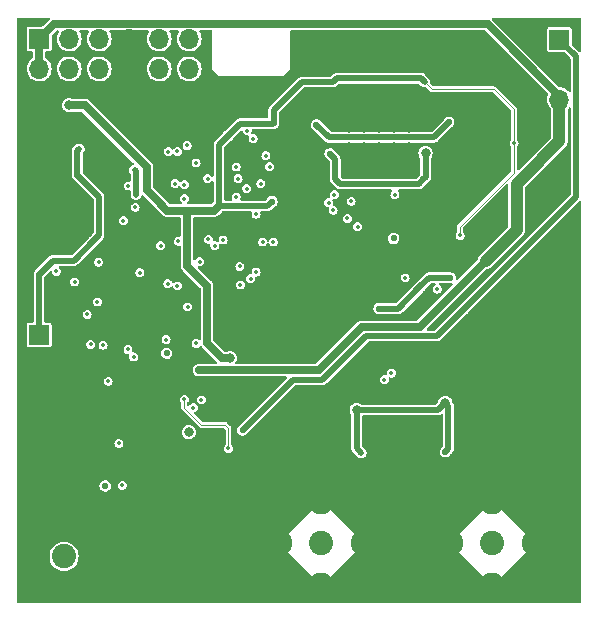
<source format=gbr>
%TF.GenerationSoftware,KiCad,Pcbnew,(6.0.4)*%
%TF.CreationDate,2023-05-22T00:57:41+09:00*%
%TF.ProjectId,RFB,5246422e-6b69-4636-9164-5f7063625858,rev?*%
%TF.SameCoordinates,Original*%
%TF.FileFunction,Copper,L4,Inr*%
%TF.FilePolarity,Positive*%
%FSLAX46Y46*%
G04 Gerber Fmt 4.6, Leading zero omitted, Abs format (unit mm)*
G04 Created by KiCad (PCBNEW (6.0.4)) date 2023-05-22 00:57:41*
%MOMM*%
%LPD*%
G01*
G04 APERTURE LIST*
%TA.AperFunction,ComponentPad*%
%ADD10C,2.600000*%
%TD*%
%TA.AperFunction,ComponentPad*%
%ADD11C,2.250000*%
%TD*%
%TA.AperFunction,ComponentPad*%
%ADD12C,2.050000*%
%TD*%
%TA.AperFunction,ComponentPad*%
%ADD13R,1.700000X1.700000*%
%TD*%
%TA.AperFunction,ComponentPad*%
%ADD14O,1.700000X1.700000*%
%TD*%
%TA.AperFunction,ComponentPad*%
%ADD15C,0.500000*%
%TD*%
%TA.AperFunction,ViaPad*%
%ADD16C,0.550000*%
%TD*%
%TA.AperFunction,ViaPad*%
%ADD17C,0.350000*%
%TD*%
%TA.AperFunction,ViaPad*%
%ADD18C,0.800000*%
%TD*%
%TA.AperFunction,Conductor*%
%ADD19C,0.500000*%
%TD*%
%TA.AperFunction,Conductor*%
%ADD20C,1.000000*%
%TD*%
%TA.AperFunction,Conductor*%
%ADD21C,0.090000*%
%TD*%
%TA.AperFunction,Conductor*%
%ADD22C,0.670000*%
%TD*%
G04 APERTURE END LIST*
D10*
%TO.N,GND*%
%TO.C,H3*%
X51689000Y-98704400D03*
%TD*%
D11*
%TO.N,GND*%
%TO.C,J3*%
X39598600Y-99441000D03*
X39598600Y-104521000D03*
X34518600Y-104521000D03*
X34518600Y-99441000D03*
D12*
%TO.N,/PA/RF_O*%
X37058600Y-101981000D03*
%TD*%
D11*
%TO.N,GND*%
%TO.C,J2*%
X58851800Y-104455502D03*
X62443902Y-100863400D03*
X58851800Y-97271298D03*
X55259698Y-100863400D03*
D12*
%TO.N,/Mixer/MIX_RFB*%
X58851800Y-100863400D03*
%TD*%
%TO.N,/Mixer/MIX_RFA*%
%TO.C,J1*%
X73304400Y-100863400D03*
D11*
%TO.N,GND*%
X73304400Y-104455502D03*
X69712298Y-100863400D03*
X73304400Y-97271298D03*
X76896502Y-100863400D03*
%TD*%
D10*
%TO.N,GND*%
%TO.C,H1*%
X77673200Y-95478600D03*
%TD*%
D13*
%TO.N,/3V3D*%
%TO.C,J9*%
X34950400Y-83230800D03*
D14*
%TO.N,GND*%
X34950400Y-85770800D03*
%TD*%
D10*
%TO.N,GND*%
%TO.C,H2*%
X73304400Y-60452000D03*
%TD*%
D13*
%TO.N,/3V6*%
%TO.C,J7*%
X34950400Y-58166000D03*
D14*
X34950400Y-60706000D03*
%TO.N,VCC*%
X37490400Y-58166000D03*
X37490400Y-60706000D03*
%TO.N,/12V*%
X40030400Y-58166000D03*
X40030400Y-60706000D03*
%TO.N,GND*%
X42570400Y-58166000D03*
X42570400Y-60706000D03*
%TO.N,/LNA_EN1*%
X45110400Y-58166000D03*
%TO.N,/LNA_EN2*%
X45110400Y-60706000D03*
%TO.N,/LNA_S1*%
X47650400Y-58166000D03*
%TO.N,/LNA_S2*%
X47650400Y-60706000D03*
%TD*%
D15*
%TO.N,GND*%
%TO.C,U8*%
X66594100Y-92342400D03*
X64594100Y-91342400D03*
X66594100Y-90342400D03*
X64594100Y-90342400D03*
X65594100Y-91342400D03*
X65594100Y-90342400D03*
X66594100Y-91342400D03*
X64594100Y-92342400D03*
X65594100Y-92342400D03*
%TD*%
%TO.N,GND*%
%TO.C,U3*%
X63728600Y-80146400D03*
X62728600Y-78146400D03*
X64728600Y-78146400D03*
X63728600Y-79146400D03*
X64728600Y-80146400D03*
X62728600Y-79146400D03*
X64728600Y-79146400D03*
X62728600Y-80146400D03*
X63728600Y-78146400D03*
%TD*%
D13*
%TO.N,/12V*%
%TO.C,J6*%
X78994000Y-58216800D03*
D14*
%TO.N,GND*%
X78994000Y-60756800D03*
%TO.N,/3V6*%
X78994000Y-63296800D03*
%TD*%
D15*
%TO.N,GND*%
%TO.C,IC3*%
X63736200Y-68417900D03*
X63736200Y-67142900D03*
X65011200Y-68417900D03*
X62461200Y-68417900D03*
X63736200Y-69692900D03*
X61186200Y-68417900D03*
X61186200Y-67142900D03*
X62461200Y-69692900D03*
X65011200Y-64592900D03*
X66286200Y-67142900D03*
X63736200Y-64592900D03*
X66286200Y-69692900D03*
X63736200Y-65867900D03*
X61186200Y-64592900D03*
X66286200Y-68417900D03*
X62461200Y-67142900D03*
X66286200Y-64592900D03*
X65011200Y-65867900D03*
X62461200Y-65867900D03*
X66286200Y-65867900D03*
X65011200Y-69692900D03*
X62461200Y-64592900D03*
X61186200Y-69692900D03*
X65011200Y-67142900D03*
X61186200Y-65867900D03*
%TD*%
%TO.N,GND*%
%TO.C,U4*%
X43422800Y-83203800D03*
X43452800Y-79203800D03*
X40722800Y-80473800D03*
X41992800Y-83203800D03*
X43452800Y-80473800D03*
X41992800Y-80473800D03*
X44722800Y-81933800D03*
X43452800Y-81933800D03*
X41992800Y-81933800D03*
X44722800Y-80473800D03*
X41992800Y-79203800D03*
X40722800Y-81933800D03*
%TD*%
D16*
%TO.N,GND*%
X38379400Y-84505800D03*
D17*
X37998400Y-86563200D03*
X42265600Y-86563200D03*
X40132000Y-90830400D03*
X59334400Y-95097600D03*
X59334400Y-92964000D03*
X57200800Y-95097600D03*
X57200800Y-92964000D03*
X78536800Y-90830400D03*
X78536800Y-92964000D03*
X78536800Y-86563200D03*
X78536800Y-88696800D03*
X59334400Y-78028800D03*
X52933600Y-80162400D03*
X55067200Y-84429600D03*
X55067200Y-78028800D03*
X55067200Y-80162400D03*
X57200800Y-75895200D03*
X57200800Y-78028800D03*
X57200800Y-67360800D03*
X57200800Y-69494400D03*
X48666400Y-63093600D03*
X55067200Y-63093600D03*
X52933600Y-63093600D03*
X57200800Y-65227200D03*
X57200800Y-58826400D03*
X57200800Y-63093600D03*
X65735200Y-58826400D03*
X61468000Y-58826400D03*
X63601600Y-58826400D03*
X76403200Y-58826400D03*
X70002400Y-58826400D03*
X72136000Y-58826400D03*
X76403200Y-65227200D03*
X76403200Y-67360800D03*
X78536800Y-69494400D03*
X78536800Y-75895200D03*
X72136000Y-71628000D03*
X78536800Y-71628000D03*
X74269600Y-71628000D03*
X76403200Y-71628000D03*
X72136000Y-73761600D03*
X74269600Y-73761600D03*
X76403200Y-73761600D03*
X48666400Y-105765600D03*
X48666400Y-103632000D03*
X48666400Y-97231200D03*
X48666400Y-101498400D03*
X48666400Y-99364800D03*
X50800000Y-95097600D03*
X48666400Y-95097600D03*
X52933600Y-88696800D03*
X52933600Y-95097600D03*
X52933600Y-92964000D03*
X55067200Y-95097600D03*
X55067200Y-90830400D03*
X55067200Y-92964000D03*
X72136000Y-95097600D03*
X72136000Y-92964000D03*
X74269600Y-90830400D03*
X74269600Y-95097600D03*
X74269600Y-92964000D03*
X76403200Y-88696800D03*
X76403200Y-86563200D03*
X76403200Y-92964000D03*
X76403200Y-90830400D03*
X78536800Y-84429600D03*
X74269600Y-84429600D03*
X76403200Y-84429600D03*
X76403200Y-82296000D03*
X78536800Y-82296000D03*
X74269600Y-82296000D03*
X76403200Y-80162400D03*
X78536800Y-80162400D03*
X74269600Y-80162400D03*
X76403200Y-78028800D03*
X78536800Y-78028800D03*
X33731200Y-63093600D03*
X33731200Y-69494400D03*
X33731200Y-65227200D03*
X33731200Y-67360800D03*
X35864800Y-75895200D03*
X35864800Y-71628000D03*
X35864800Y-73761600D03*
X33731200Y-71628000D03*
X33731200Y-78028800D03*
X33731200Y-73761600D03*
X33731200Y-75895200D03*
X33731200Y-86563200D03*
X33731200Y-84429600D03*
X33731200Y-88696800D03*
X40132000Y-88696800D03*
X35864800Y-88696800D03*
X35864800Y-95097600D03*
X35864800Y-90830400D03*
X35864800Y-92964000D03*
X33731200Y-105765600D03*
X33731200Y-101498400D03*
X33731200Y-90830400D03*
X33731200Y-97231200D03*
X33731200Y-92964000D03*
X33731200Y-95097600D03*
X35864800Y-97231200D03*
X35864800Y-105765600D03*
X50800000Y-97231200D03*
X50800000Y-103632000D03*
X50800000Y-105765600D03*
X50800000Y-101498400D03*
X52933600Y-97231200D03*
X52933600Y-103632000D03*
X52933600Y-105765600D03*
X52933600Y-101498400D03*
X55067200Y-97231200D03*
X55067200Y-103632000D03*
X55067200Y-105765600D03*
X57200800Y-97231200D03*
X57200800Y-103632000D03*
X57200800Y-105765600D03*
X61468000Y-103632000D03*
X61468000Y-105765600D03*
X63601600Y-103632000D03*
X63601600Y-105765600D03*
X63601600Y-99364800D03*
X65735200Y-97231200D03*
X65735200Y-103632000D03*
X65735200Y-105765600D03*
X65735200Y-99364800D03*
X65735200Y-101498400D03*
X67868800Y-103632000D03*
X67868800Y-105765600D03*
X67868800Y-99364800D03*
X67868800Y-101498400D03*
X70002400Y-103632000D03*
X70002400Y-105765600D03*
X72136000Y-105765600D03*
X74269600Y-105765600D03*
X76403200Y-97231200D03*
X76403200Y-103632000D03*
X76403200Y-105765600D03*
X76403200Y-99364800D03*
X78536800Y-97231200D03*
X78536800Y-103632000D03*
X78536800Y-105765600D03*
X78536800Y-99364800D03*
X78536800Y-101498400D03*
X80670400Y-56692800D03*
X80670400Y-58826400D03*
X80670400Y-78028800D03*
X80670400Y-73761600D03*
X80670400Y-75895200D03*
X80670400Y-80162400D03*
X80670400Y-86563200D03*
X80670400Y-82296000D03*
X80670400Y-84429600D03*
X80670400Y-88696800D03*
X80670400Y-95097600D03*
X80670400Y-90830400D03*
X80670400Y-92964000D03*
X80670400Y-97231200D03*
X80670400Y-99364800D03*
X80670400Y-101498400D03*
X80670400Y-105765600D03*
X80670400Y-103632000D03*
X46217789Y-97119389D03*
X63844600Y-93497400D03*
X39014400Y-97053400D03*
X39725600Y-97053400D03*
X39725600Y-96342200D03*
X39014400Y-97764600D03*
X39725600Y-97764600D03*
X41148000Y-97764600D03*
X40436800Y-97764600D03*
X41630600Y-98272600D03*
X41127706Y-98775494D03*
X42133494Y-97769706D03*
X40792400Y-105714800D03*
X41503600Y-105714800D03*
X42926000Y-105714800D03*
X42214800Y-105714800D03*
X43637201Y-105714800D03*
X45059600Y-105714800D03*
X45770800Y-105714800D03*
X47193200Y-105714800D03*
X46482000Y-105714800D03*
X44348400Y-105714800D03*
X47904400Y-104292400D03*
X47904400Y-105003600D03*
X47904400Y-105714800D03*
X47904400Y-103581200D03*
X47904400Y-99314000D03*
X47904400Y-101447600D03*
X47904400Y-102869999D03*
X47904400Y-102158800D03*
X47904400Y-100736400D03*
X47904400Y-100025200D03*
X47731706Y-98633306D03*
X47228811Y-98130411D03*
X44709106Y-95610706D03*
X45212000Y-96113600D03*
X46720683Y-97622283D03*
X46126400Y-93726000D03*
X45821599Y-94411800D03*
X46101000Y-90881200D03*
X45491400Y-90525600D03*
X46101000Y-90170000D03*
X45491400Y-89814400D03*
X46101000Y-89458800D03*
X45491400Y-91236800D03*
X44881800Y-93014800D03*
X45491400Y-93370400D03*
X45491400Y-92659200D03*
X45491400Y-91948000D03*
X42976800Y-94411800D03*
X45110400Y-94411800D03*
X43688000Y-94411800D03*
X44399199Y-94411800D03*
X42291000Y-94183200D03*
X41986200Y-95173800D03*
X41275000Y-95173800D03*
X40563801Y-95173800D03*
X42748200Y-96393000D03*
X42748200Y-95097600D03*
X43459400Y-95097600D03*
X44170600Y-95097600D03*
X39903400Y-93726000D03*
X39547800Y-93116400D03*
X39192200Y-93726000D03*
X41681400Y-93116400D03*
X40970200Y-93116400D03*
X40614600Y-93726000D03*
X40259000Y-93116400D03*
X41605200Y-93853000D03*
X44881800Y-91592400D03*
X44881800Y-92303600D03*
X44881800Y-90881201D03*
X44881800Y-93726000D03*
X44170600Y-93726000D03*
X43459400Y-93726000D03*
X42773600Y-93497400D03*
X42265600Y-91465400D03*
X42265600Y-90754200D03*
X42265600Y-89331800D03*
X42265600Y-90043000D03*
X42418000Y-88646000D03*
X42545000Y-92125800D03*
%TO.N,Net-(IC5-Pad1)*%
X41706800Y-92405200D03*
%TO.N,Net-(IC5-Pad12)*%
X41986200Y-95961200D03*
%TO.N,GND*%
X51562000Y-92075000D03*
X50749200Y-93853000D03*
X50139600Y-94208600D03*
X49428400Y-94208600D03*
X48209200Y-93497400D03*
X47599600Y-93141799D03*
X47599600Y-92430600D03*
X48209200Y-92786200D03*
X48818800Y-93853000D03*
X48818800Y-93141800D03*
X48818800Y-92430600D03*
X52273200Y-92075000D03*
X49428400Y-93497400D03*
X49428400Y-92075001D03*
X50139600Y-93497400D03*
X50139600Y-92075000D03*
X50139600Y-92786200D03*
X49428400Y-91363800D03*
X49428400Y-92786200D03*
X50139600Y-91363800D03*
X44475400Y-90017600D03*
D18*
%TO.N,/PA_8VA*%
X47625000Y-91465400D03*
D17*
%TO.N,VCC*%
X50977800Y-92837000D03*
D16*
%TO.N,GND*%
X43103800Y-88239600D03*
D17*
X35585400Y-79375000D03*
X35585400Y-80086200D03*
X36550600Y-80086200D03*
X35585400Y-80797400D03*
X69545200Y-99263200D03*
X71780400Y-97078800D03*
X71069200Y-97078800D03*
X60553600Y-90170000D03*
X61498506Y-76128906D03*
X57480200Y-74498200D03*
X74549000Y-65684400D03*
X68259883Y-75402517D03*
X43992800Y-72593200D03*
X58785683Y-79263317D03*
X48945800Y-74498200D03*
X72847200Y-64846200D03*
X41529000Y-65049400D03*
X66232989Y-85308389D03*
X50038000Y-90043000D03*
X71424800Y-64846200D03*
X65968906Y-95153506D03*
X66395600Y-87985600D03*
X68173600Y-59639200D03*
X64449883Y-96281317D03*
X61290200Y-74498200D03*
X63728600Y-84048600D03*
X50571399Y-82143600D03*
X67360800Y-94081600D03*
X67843400Y-88392000D03*
X63347600Y-86410800D03*
X66969589Y-75118011D03*
X60370694Y-75001094D03*
X46736000Y-87655400D03*
X65460906Y-76626694D03*
X51282600Y-82143600D03*
X67756989Y-75905411D03*
X62306200Y-72390000D03*
X60452000Y-63042800D03*
X67005200Y-63042800D03*
X59283600Y-59639200D03*
X55778400Y-66319400D03*
X34315400Y-79679800D03*
X47726600Y-83261200D03*
X69646800Y-71577201D03*
X62006506Y-99385094D03*
X67843400Y-86969600D03*
X47015400Y-82143600D03*
X58191400Y-74498200D03*
X53898800Y-85496400D03*
X70901483Y-77784883D03*
X73939400Y-66040000D03*
D16*
X61544200Y-97450877D03*
D17*
X73863200Y-86791800D03*
X50647600Y-90398600D03*
X69265672Y-74396728D03*
X44399200Y-68351400D03*
X63728600Y-81838800D03*
X67472483Y-74615117D03*
X65341500Y-93929200D03*
X73939400Y-65328800D03*
X73837800Y-67589400D03*
X67884117Y-94604917D03*
X69646800Y-70154800D03*
X51993801Y-82143600D03*
X63444094Y-97287106D03*
X56921400Y-73406000D03*
X38887400Y-71932800D03*
X72598177Y-85094977D03*
X60985400Y-78130400D03*
D16*
X70243700Y-96875600D03*
D17*
X50038000Y-88620600D03*
X46228000Y-75819000D03*
X62773483Y-94554117D03*
X68478272Y-73609328D03*
X73106306Y-85603106D03*
X49047400Y-73406000D03*
X70535800Y-82702400D03*
X46304200Y-82143600D03*
X69596000Y-61061600D03*
X64617600Y-73456800D03*
D16*
X38887400Y-87172800D03*
D17*
X54838600Y-83261200D03*
X65354200Y-94640400D03*
X56210200Y-73406000D03*
X69646800Y-72288400D03*
X50469800Y-73406000D03*
X56972200Y-84683600D03*
X50368200Y-74498200D03*
X51181000Y-73406000D03*
X62270589Y-95057011D03*
X55549800Y-83261200D03*
X48336200Y-73406000D03*
X36550601Y-80797400D03*
X71592389Y-84089189D03*
X46863001Y-85354212D03*
X49453800Y-65709800D03*
X69392800Y-76276200D03*
X65963800Y-76123800D03*
X69895694Y-75773306D03*
X33604200Y-79679800D03*
X49530000Y-68224400D03*
X74549000Y-64262000D03*
X59004200Y-66929000D03*
X57277000Y-80772000D03*
X49758600Y-73406000D03*
X48437800Y-82143600D03*
X68173600Y-58216801D03*
X35814000Y-64871600D03*
X70205600Y-88341200D03*
X66395600Y-88696800D03*
X66548000Y-87122000D03*
X66471800Y-95656400D03*
X74549000Y-64973200D03*
X50038000Y-89331800D03*
D16*
X63119000Y-92354400D03*
D17*
X46360106Y-85857106D03*
D16*
X68541900Y-90449400D03*
D17*
X63632234Y-85120634D03*
X71729600Y-81153000D03*
X63946989Y-96784211D03*
X47396400Y-79984600D03*
X56743600Y-90500200D03*
X56972200Y-83972400D03*
X63347600Y-87325200D03*
X49428399Y-89687400D03*
X55549800Y-82143600D03*
X59131200Y-68580000D03*
X71089494Y-83586294D03*
X57632600Y-71958200D03*
X59283600Y-58216800D03*
X36449000Y-78968600D03*
X68529200Y-72186800D03*
X37769800Y-81711800D03*
X38658800Y-73787000D03*
X65227200Y-84302600D03*
X54127401Y-82143600D03*
X61569600Y-72618600D03*
X69895694Y-76779094D03*
X61214000Y-77419200D03*
D16*
X60642361Y-96544199D03*
D17*
X60690811Y-87792611D03*
X56261000Y-83261200D03*
X42062400Y-63500000D03*
D16*
X61379100Y-94107000D03*
D17*
X67691000Y-97815400D03*
X63855600Y-87833200D03*
X40284400Y-76022200D03*
X64465200Y-72593200D03*
X74447400Y-68656200D03*
X49860200Y-82143600D03*
X63129339Y-84617739D03*
X50571399Y-83261200D03*
X61341000Y-79121000D03*
X73863200Y-87503000D03*
X73609200Y-86106000D03*
X72136000Y-64846200D03*
X67843400Y-86258399D03*
X41275000Y-75158600D03*
X64688694Y-95128106D03*
X69596000Y-58216800D03*
X73863200Y-89636599D03*
X50317400Y-64973200D03*
X66746094Y-77922094D03*
X69392800Y-96113600D03*
X67254094Y-76408306D03*
X47365895Y-85857106D03*
X41532816Y-71932800D03*
X64363600Y-88341200D03*
X64465200Y-71882000D03*
X74447400Y-67945000D03*
X47726600Y-82143600D03*
X69646800Y-73710800D03*
X69596000Y-59639200D03*
X70002400Y-69367400D03*
X46304200Y-83261200D03*
X40821616Y-71932800D03*
D16*
X41579800Y-86055200D03*
D17*
X56972200Y-85394800D03*
X67589400Y-83972400D03*
X53187600Y-85496400D03*
X37261800Y-80797400D03*
X37312600Y-74650600D03*
D16*
X62445761Y-98347599D03*
X68440300Y-98653600D03*
D17*
X60452000Y-62331600D03*
X67005200Y-63754000D03*
X68732400Y-67132200D03*
X60711106Y-76916306D03*
D16*
X69339442Y-97764600D03*
D17*
X48260000Y-79273400D03*
X62204600Y-74777600D03*
X69748400Y-94792800D03*
X60553600Y-72847200D03*
X73863200Y-88925400D03*
X56743600Y-89077800D03*
X60208211Y-76413411D03*
X62001400Y-76631800D03*
X68783200Y-94081600D03*
X64439800Y-76352400D03*
X59055000Y-63020000D03*
X43455584Y-66675000D03*
X43988984Y-63500000D03*
X60045600Y-73406000D03*
X58795894Y-75001094D03*
X41656000Y-67818000D03*
X56743600Y-88366600D03*
X66979800Y-60785000D03*
X67975377Y-74112223D03*
X52705000Y-82143600D03*
X48615600Y-85191600D03*
X66182317Y-96306717D03*
X60477400Y-60782200D03*
X63728600Y-76784200D03*
X51866800Y-89687400D03*
D16*
X45364400Y-88239600D03*
D17*
X74549000Y-66395600D03*
X57937400Y-69596000D03*
X51282600Y-83261200D03*
X56972199Y-82143600D03*
X56743600Y-89789000D03*
X57861200Y-58216800D03*
X68762777Y-74899623D03*
X39319200Y-72872600D03*
X73837800Y-68300600D03*
X40817800Y-70002400D03*
X66045106Y-86619106D03*
X59705317Y-75910517D03*
X37261801Y-80086200D03*
X60375800Y-86766400D03*
X54838600Y-82143600D03*
X66751200Y-76911200D03*
X56769000Y-74498200D03*
X73939400Y-66751200D03*
X37541200Y-71272400D03*
X71729600Y-81864200D03*
X46863000Y-86360000D03*
X66685211Y-96809611D03*
X62712600Y-75895200D03*
X57779894Y-80269106D03*
X43764200Y-74498200D03*
X59867800Y-74498200D03*
X66248306Y-77414094D03*
X47015400Y-83261200D03*
X55346600Y-74498200D03*
X40821616Y-70971416D03*
X59334400Y-73406000D03*
X56743600Y-87655400D03*
X60198000Y-88366600D03*
X69418200Y-81559400D03*
X68387011Y-95107811D03*
X61193706Y-88295506D03*
X70398589Y-76276200D03*
X40690800Y-73736200D03*
X54127400Y-83261200D03*
X57632600Y-70256400D03*
X61696600Y-88798400D03*
X70713600Y-64846200D03*
X64114706Y-73959694D03*
X42244016Y-71932800D03*
X65542211Y-86116211D03*
X68300600Y-70091856D03*
X52476400Y-85496400D03*
X67106800Y-94742000D03*
X47269400Y-84632800D03*
X61767694Y-95559906D03*
X74447400Y-67233800D03*
X60452000Y-63754000D03*
X70398589Y-77281989D03*
X68427600Y-65278000D03*
X43027600Y-63500000D03*
X36068000Y-68986400D03*
X73863200Y-88214200D03*
X70205600Y-87630000D03*
X53416200Y-83261200D03*
X49428400Y-88976200D03*
X70891400Y-82092800D03*
X40821616Y-72894184D03*
X64439800Y-75615800D03*
X53416201Y-82143600D03*
X66649600Y-94081600D03*
X68173600Y-61061600D03*
X64820800Y-88874600D03*
X49428400Y-90398600D03*
X67005200Y-62331600D03*
X62809094Y-71887106D03*
X58750200Y-70485000D03*
X59283600Y-61061600D03*
X48234600Y-74498200D03*
X49530000Y-71272400D03*
X62814200Y-74320400D03*
X44932600Y-69596000D03*
X49530000Y-69240400D03*
X52704999Y-83261200D03*
X33604201Y-78968600D03*
X51993800Y-83261200D03*
X69646800Y-72999600D03*
X67188106Y-97312506D03*
X54635400Y-74498200D03*
X42490384Y-65049400D03*
X71729600Y-82575400D03*
X37236400Y-64871600D03*
D16*
X44231400Y-88239600D03*
D17*
X56057800Y-74498200D03*
X49657000Y-74498200D03*
X66466694Y-75620906D03*
X51257200Y-90043000D03*
X34315400Y-78968600D03*
X34645600Y-68986400D03*
X50647600Y-89687400D03*
X70205600Y-83362800D03*
X56261000Y-82143600D03*
X62341811Y-85405011D03*
X68529200Y-71475600D03*
D16*
X68186300Y-92329000D03*
D17*
X68529200Y-70764401D03*
X71404377Y-77281989D03*
X50038000Y-87909400D03*
X67843400Y-87680800D03*
X45847000Y-86360000D03*
X56972200Y-81432400D03*
X56972200Y-83261200D03*
X37490400Y-68986400D03*
X62844706Y-85907906D03*
D16*
X69672200Y-63169800D03*
D17*
X72095283Y-84592083D03*
X48437800Y-83261200D03*
X70942200Y-69138800D03*
X49860200Y-83261200D03*
X38608000Y-77546200D03*
X65039317Y-85613317D03*
X70901483Y-76779094D03*
X57632600Y-73329800D03*
X57861200Y-61061600D03*
X73939400Y-64617600D03*
X64033400Y-94208600D03*
X64135000Y-85623400D03*
X58282789Y-79766211D03*
X68889906Y-95610706D03*
X57861200Y-59639200D03*
X69646800Y-70866000D03*
X63611811Y-74462589D03*
X59055000Y-64925000D03*
X68529200Y-72898000D03*
%TO.N,/3V3D*%
X42087800Y-73558400D03*
X35001200Y-78028800D03*
X43154600Y-71348600D03*
X38354000Y-67462400D03*
X48006000Y-89382600D03*
X43027600Y-69240400D03*
D16*
X39624000Y-75184000D03*
X38176200Y-69672200D03*
D17*
X43078400Y-72415400D03*
%TO.N,/ADC_REFCLKN*%
X61048900Y-73355200D03*
%TO.N,/ADC_REFCLKP*%
X61912500Y-74066400D03*
%TO.N,/PLL_CE*%
X46456600Y-70408800D03*
X39979600Y-77063600D03*
%TO.N,Net-(C32-Pad1)*%
X46659800Y-79070200D03*
%TO.N,/PLL_RFMXN*%
X64190397Y-87020400D03*
%TO.N,/PLL_RFMXP*%
X64782700Y-86458738D03*
%TO.N,/PLL_RAMPCLK*%
X40360600Y-84099400D03*
X48539400Y-77012800D03*
%TO.N,/PLL_RAMPDIR*%
X39319200Y-84023200D03*
X45237400Y-75666600D03*
%TO.N,Net-(C30-Pad2)*%
X39014400Y-81483200D03*
%TO.N,/PLL_3V3A*%
X47523400Y-80848200D03*
X42474000Y-84449800D03*
D16*
X45745400Y-84785200D03*
D17*
X39878000Y-80441800D03*
X43484800Y-77952600D03*
X45847000Y-78892400D03*
D16*
%TO.N,/IF_VCM*%
X64973200Y-75057000D03*
D17*
X65938400Y-78395900D03*
%TO.N,/PA_EN*%
X51943000Y-77419200D03*
X40792400Y-87147400D03*
%TO.N,/ADC_RESET*%
X54787800Y-75361800D03*
X65074800Y-71348600D03*
D16*
%TO.N,/1V8D*%
X58420000Y-65430400D03*
X69634100Y-65227200D03*
D17*
%TO.N,/ADC_1V8A*%
X60020200Y-70027800D03*
D16*
X59588400Y-67894200D03*
D18*
X67665600Y-67843400D03*
D17*
X64496701Y-70479001D03*
X62986200Y-70457600D03*
X67487800Y-70053200D03*
D18*
%TO.N,/MIX_5VA*%
X61836300Y-89585800D03*
X69342000Y-88976200D03*
D17*
X62230000Y-93218000D03*
D16*
X69342000Y-93116400D03*
%TO.N,/IFF_3V3A*%
X63728600Y-81000600D03*
X69746354Y-78384401D03*
X67233800Y-79121000D03*
%TO.N,/PA_8VA*%
X40538400Y-96012000D03*
%TO.N,/12V*%
X52171600Y-91287600D03*
X70866000Y-81076800D03*
%TO.N,/3V6*%
X75819000Y-70002400D03*
X72771000Y-76936600D03*
X48488600Y-86207600D03*
D17*
%TO.N,/LNA_EN1*%
X46659800Y-67691000D03*
%TO.N,/LNA_EN2*%
X45872400Y-67716400D03*
%TO.N,/CAN_R*%
X53060600Y-66598800D03*
%TO.N,/CAN_T*%
X52578000Y-65938400D03*
%TO.N,Net-(R1-Pad1)*%
X36398200Y-77851000D03*
%TO.N,/MCU_REFCLK*%
X42494200Y-70612000D03*
%TO.N,/STM_NRST*%
X46736000Y-75285600D03*
X37947600Y-78740000D03*
%TO.N,VCC*%
X47244000Y-88671400D03*
D16*
X44942463Y-71831200D03*
X50952400Y-66370200D03*
D17*
X59842400Y-61823600D03*
X67614800Y-61823600D03*
X70586600Y-74803000D03*
D16*
X47472600Y-76479400D03*
D18*
X37490400Y-63779400D03*
D16*
X54813200Y-65303400D03*
D17*
X68656200Y-79349600D03*
D16*
X50165000Y-72288400D03*
D18*
X51079400Y-85191600D03*
D16*
X54660800Y-71932800D03*
D17*
X75158600Y-67005200D03*
D16*
X44069000Y-69926200D03*
D17*
%TO.N,/SPI_SCK*%
X53314600Y-77901800D03*
X53314600Y-72999600D03*
X59461400Y-72034400D03*
%TO.N,/SPI_MOSI*%
X54457600Y-68986400D03*
X52857400Y-78460600D03*
X59944000Y-71348600D03*
%TO.N,/SPI_CS_ADC*%
X59842400Y-72669400D03*
X53873400Y-75361800D03*
%TO.N,/ADC/ADC_SDO*%
X61366400Y-71907400D03*
%TO.N,/SPI_CS_PLL*%
X42951400Y-85090000D03*
X48234600Y-83947000D03*
%TO.N,/Generator/MUXOUT*%
X45694600Y-83616800D03*
%TO.N,/SPI_MISO*%
X53721000Y-70408800D03*
X51993800Y-78994000D03*
%TO.N,/Power/2V5_PG*%
X48691800Y-88722200D03*
%TO.N,/STM_GPB4*%
X47472600Y-67183000D03*
%TO.N,/STM_GPB5*%
X48234600Y-68656200D03*
%TO.N,/STM_GPB8*%
X47244000Y-70510400D03*
%TO.N,/STM_GPA0*%
X47244000Y-71678800D03*
X49288064Y-75124195D03*
%TO.N,/STM_GPA1*%
X49834800Y-75666600D03*
X51638200Y-71551800D03*
%TO.N,/STM_GPB12*%
X51638200Y-69011800D03*
%TO.N,/STM_GPA3*%
X49225200Y-70002400D03*
X50520600Y-75184000D03*
%TO.N,/STM_GPA4*%
X51790600Y-70002400D03*
%TO.N,/STM_GPA5*%
X52527200Y-70840600D03*
%TO.N,/STM_GPA8*%
X54152800Y-68046600D03*
%TD*%
D19*
%TO.N,/1V8D*%
X68369879Y-66491421D02*
X69634100Y-65227200D01*
X58420000Y-65430400D02*
X59481021Y-66491421D01*
X59481021Y-66491421D02*
X68369879Y-66491421D01*
%TO.N,/12V*%
X68630800Y-83312000D02*
X70866000Y-81076800D01*
X62636400Y-83312000D02*
X68630800Y-83312000D01*
X58928000Y-87020400D02*
X62636400Y-83312000D01*
X56438800Y-87020400D02*
X58928000Y-87020400D01*
X52171600Y-91287600D02*
X56438800Y-87020400D01*
%TO.N,VCC*%
X57200800Y-61823600D02*
X59842400Y-61823600D01*
X54813200Y-64211200D02*
X57200800Y-61823600D01*
X54813200Y-65303400D02*
X54813200Y-64211200D01*
D20*
%TO.N,/3V6*%
X75387200Y-70434200D02*
X75819000Y-70002400D01*
X75387200Y-74320400D02*
X75387200Y-70434200D01*
X72771000Y-76936600D02*
X75387200Y-74320400D01*
D21*
%TO.N,VCC*%
X75158600Y-69494400D02*
X75158600Y-67005200D01*
X70586600Y-74066400D02*
X75158600Y-69494400D01*
X70586600Y-74803000D02*
X70586600Y-74066400D01*
D19*
%TO.N,/12V*%
X70866000Y-81076800D02*
X80416400Y-71526400D01*
X80416400Y-59639200D02*
X78994000Y-58216800D01*
X80416400Y-71526400D02*
X80416400Y-59639200D01*
D21*
%TO.N,VCC*%
X47244000Y-89408000D02*
X47244000Y-88671400D01*
X48666400Y-90830400D02*
X47244000Y-89408000D01*
X50977800Y-91109800D02*
X50698400Y-90830400D01*
X50977800Y-92837000D02*
X50977800Y-91109800D01*
X50698400Y-90830400D02*
X48666400Y-90830400D01*
D19*
%TO.N,/3V3D*%
X34950400Y-78079600D02*
X34950400Y-83230800D01*
X35001200Y-78028800D02*
X34950400Y-78079600D01*
X38176200Y-69672200D02*
X38176200Y-67640200D01*
X43154600Y-71348600D02*
X43154600Y-69367400D01*
X39624000Y-75184000D02*
X40030400Y-74777600D01*
X43154600Y-69367400D02*
X43027600Y-69240400D01*
X38176200Y-67640200D02*
X38354000Y-67462400D01*
X37871400Y-76936600D02*
X39624000Y-75184000D01*
X35001200Y-78028800D02*
X36093400Y-76936600D01*
X40030400Y-74777600D02*
X40030400Y-71526400D01*
X36093400Y-76936600D02*
X37871400Y-76936600D01*
X40030400Y-71526400D02*
X38176200Y-69672200D01*
%TO.N,/ADC_1V8A*%
X67665600Y-69875400D02*
X67665600Y-67843400D01*
X67487800Y-70053200D02*
X67665600Y-69875400D01*
X59588400Y-67894200D02*
X60020200Y-68326000D01*
X60020200Y-68326000D02*
X60020200Y-70027800D01*
X60020200Y-70027800D02*
X60450000Y-70457600D01*
X67487800Y-70053200D02*
X67083400Y-70457600D01*
X60450000Y-70457600D02*
X62986200Y-70457600D01*
X67083400Y-70457600D02*
X62986200Y-70457600D01*
%TO.N,/MIX_5VA*%
X69608700Y-89242900D02*
X69342000Y-88976200D01*
X68732400Y-89585800D02*
X61836300Y-89585800D01*
X69608700Y-92849700D02*
X69608700Y-89242900D01*
X69342000Y-93116400D02*
X69608700Y-92849700D01*
X69342000Y-88976200D02*
X68732400Y-89585800D01*
X61836300Y-92824300D02*
X61836300Y-89585800D01*
X62230000Y-93218000D02*
X61836300Y-92824300D01*
%TO.N,/IFF_3V3A*%
X69746354Y-78384401D02*
X67970399Y-78384401D01*
X67970399Y-78384401D02*
X67233800Y-79121000D01*
X63728600Y-81000600D02*
X65354200Y-81000600D01*
X65354200Y-81000600D02*
X67233800Y-79121000D01*
D22*
%TO.N,/3V6*%
X78994000Y-62966600D02*
X72918889Y-56891489D01*
X78994000Y-63296800D02*
X78994000Y-62966600D01*
X58623200Y-86207600D02*
X48488600Y-86207600D01*
X67157600Y-82550000D02*
X62280800Y-82550000D01*
X72918889Y-56891489D02*
X36224911Y-56891489D01*
X36224911Y-56891489D02*
X34950400Y-58166000D01*
X62280800Y-82550000D02*
X58623200Y-86207600D01*
X34950400Y-58166000D02*
X34950400Y-60706000D01*
D20*
X78994000Y-66827400D02*
X78994000Y-63296800D01*
X75819000Y-70002400D02*
X78994000Y-66827400D01*
D22*
X72771000Y-76936600D02*
X67157600Y-82550000D01*
%TO.N,VCC*%
X44069000Y-70957737D02*
X44069000Y-69926200D01*
X47472600Y-72694800D02*
X47472600Y-76479400D01*
D19*
X51993800Y-65328800D02*
X54787800Y-65328800D01*
X50165000Y-72288400D02*
X50190400Y-72313800D01*
D22*
X44942463Y-71831200D02*
X44069000Y-70957737D01*
X49149000Y-83896200D02*
X49149000Y-79044800D01*
X49758600Y-72694800D02*
X47472600Y-72694800D01*
D21*
X68224400Y-62433200D02*
X73456800Y-62433200D01*
D19*
X59842400Y-61823600D02*
X60172600Y-61493400D01*
D22*
X44942463Y-71831200D02*
X45806063Y-72694800D01*
X51079400Y-85191600D02*
X50444400Y-85191600D01*
D19*
X50190400Y-72313800D02*
X54279800Y-72313800D01*
X50952400Y-66370200D02*
X50165000Y-67157600D01*
D22*
X45806063Y-72694800D02*
X47472600Y-72694800D01*
D19*
X67284600Y-61493400D02*
X67614800Y-61823600D01*
X50952400Y-66370200D02*
X51993800Y-65328800D01*
D21*
X73456800Y-62433200D02*
X75158600Y-64135000D01*
D19*
X54279800Y-72313800D02*
X54660800Y-71932800D01*
D22*
X49149000Y-79044800D02*
X47472600Y-77368400D01*
X47472600Y-77368400D02*
X47472600Y-76479400D01*
X44069000Y-69037200D02*
X44069000Y-69926200D01*
D19*
X50165000Y-67157600D02*
X50165000Y-72288400D01*
D21*
X67614800Y-61823600D02*
X68224400Y-62433200D01*
D19*
X60172600Y-61493400D02*
X67284600Y-61493400D01*
D21*
X75158600Y-64135000D02*
X75158600Y-67005200D01*
D22*
X37490400Y-63779400D02*
X38811200Y-63779400D01*
X50444400Y-85191600D02*
X49149000Y-83896200D01*
X38811200Y-63779400D02*
X44069000Y-69037200D01*
X50165000Y-72288400D02*
X49758600Y-72694800D01*
D19*
X54787800Y-65328800D02*
X54813200Y-65303400D01*
%TD*%
%TA.AperFunction,Conductor*%
%TO.N,GND*%
G36*
X35813271Y-56378807D02*
G01*
X35849235Y-56428307D01*
X35849235Y-56489493D01*
X35830489Y-56521190D01*
X35830878Y-56521467D01*
X35826970Y-56526966D01*
X35819130Y-56537998D01*
X35808436Y-56550653D01*
X35272585Y-57086504D01*
X35218068Y-57114281D01*
X35202581Y-57115500D01*
X34080652Y-57115500D01*
X34054405Y-57120721D01*
X34031734Y-57125230D01*
X34031732Y-57125231D01*
X34022169Y-57127133D01*
X33955848Y-57171448D01*
X33911533Y-57237769D01*
X33899900Y-57296252D01*
X33899900Y-59035748D01*
X33911533Y-59094231D01*
X33955848Y-59160552D01*
X34022169Y-59204867D01*
X34031732Y-59206769D01*
X34031734Y-59206770D01*
X34054405Y-59211279D01*
X34080652Y-59216500D01*
X34315900Y-59216500D01*
X34374091Y-59235407D01*
X34410055Y-59284907D01*
X34414900Y-59315500D01*
X34414900Y-59741951D01*
X34395993Y-59800142D01*
X34372348Y-59822658D01*
X34372402Y-59822726D01*
X34336833Y-59851324D01*
X34215620Y-59948781D01*
X34215617Y-59948783D01*
X34211847Y-59951815D01*
X34208733Y-59955526D01*
X34208732Y-59955527D01*
X34199985Y-59965952D01*
X34079424Y-60109630D01*
X34077089Y-60113878D01*
X34077088Y-60113879D01*
X34070355Y-60126126D01*
X33980176Y-60290162D01*
X33917884Y-60486532D01*
X33917344Y-60491344D01*
X33917344Y-60491345D01*
X33916265Y-60500970D01*
X33894920Y-60691262D01*
X33912159Y-60896553D01*
X33913492Y-60901201D01*
X33913492Y-60901202D01*
X33966638Y-61086543D01*
X33968944Y-61094586D01*
X34063112Y-61277818D01*
X34191077Y-61439270D01*
X34194757Y-61442402D01*
X34194759Y-61442404D01*
X34302060Y-61533724D01*
X34347964Y-61572791D01*
X34352187Y-61575151D01*
X34352191Y-61575154D01*
X34391742Y-61597258D01*
X34527798Y-61673297D01*
X34532396Y-61674791D01*
X34719124Y-61735463D01*
X34719126Y-61735464D01*
X34723729Y-61736959D01*
X34928294Y-61761351D01*
X34933116Y-61760980D01*
X34933119Y-61760980D01*
X35000941Y-61755761D01*
X35133700Y-61745546D01*
X35332125Y-61690145D01*
X35336438Y-61687966D01*
X35336444Y-61687964D01*
X35511689Y-61599441D01*
X35511691Y-61599440D01*
X35516010Y-61597258D01*
X35569060Y-61555811D01*
X35674535Y-61473406D01*
X35674539Y-61473402D01*
X35678351Y-61470424D01*
X35686752Y-61460692D01*
X35746259Y-61391751D01*
X35812964Y-61314472D01*
X35831631Y-61281613D01*
X35912334Y-61139550D01*
X35912335Y-61139547D01*
X35914723Y-61135344D01*
X35917269Y-61127692D01*
X35978224Y-60944454D01*
X35978224Y-60944452D01*
X35979751Y-60939863D01*
X36005571Y-60735474D01*
X36005983Y-60706000D01*
X36004538Y-60691262D01*
X36434920Y-60691262D01*
X36452159Y-60896553D01*
X36453492Y-60901201D01*
X36453492Y-60901202D01*
X36506638Y-61086543D01*
X36508944Y-61094586D01*
X36603112Y-61277818D01*
X36731077Y-61439270D01*
X36734757Y-61442402D01*
X36734759Y-61442404D01*
X36842060Y-61533724D01*
X36887964Y-61572791D01*
X36892187Y-61575151D01*
X36892191Y-61575154D01*
X36931742Y-61597258D01*
X37067798Y-61673297D01*
X37072396Y-61674791D01*
X37259124Y-61735463D01*
X37259126Y-61735464D01*
X37263729Y-61736959D01*
X37468294Y-61761351D01*
X37473116Y-61760980D01*
X37473119Y-61760980D01*
X37540941Y-61755761D01*
X37673700Y-61745546D01*
X37872125Y-61690145D01*
X37876438Y-61687966D01*
X37876444Y-61687964D01*
X38051689Y-61599441D01*
X38051691Y-61599440D01*
X38056010Y-61597258D01*
X38109060Y-61555811D01*
X38214535Y-61473406D01*
X38214539Y-61473402D01*
X38218351Y-61470424D01*
X38226752Y-61460692D01*
X38286259Y-61391751D01*
X38352964Y-61314472D01*
X38371631Y-61281613D01*
X38452334Y-61139550D01*
X38452335Y-61139547D01*
X38454723Y-61135344D01*
X38457269Y-61127692D01*
X38518224Y-60944454D01*
X38518224Y-60944452D01*
X38519751Y-60939863D01*
X38545571Y-60735474D01*
X38545983Y-60706000D01*
X38544538Y-60691262D01*
X38974920Y-60691262D01*
X38992159Y-60896553D01*
X38993492Y-60901201D01*
X38993492Y-60901202D01*
X39046638Y-61086543D01*
X39048944Y-61094586D01*
X39143112Y-61277818D01*
X39271077Y-61439270D01*
X39274757Y-61442402D01*
X39274759Y-61442404D01*
X39382060Y-61533724D01*
X39427964Y-61572791D01*
X39432187Y-61575151D01*
X39432191Y-61575154D01*
X39471742Y-61597258D01*
X39607798Y-61673297D01*
X39612396Y-61674791D01*
X39799124Y-61735463D01*
X39799126Y-61735464D01*
X39803729Y-61736959D01*
X40008294Y-61761351D01*
X40013116Y-61760980D01*
X40013119Y-61760980D01*
X40080941Y-61755761D01*
X40213700Y-61745546D01*
X40412125Y-61690145D01*
X40416438Y-61687966D01*
X40416444Y-61687964D01*
X40591689Y-61599441D01*
X40591691Y-61599440D01*
X40596010Y-61597258D01*
X40649060Y-61555811D01*
X40754535Y-61473406D01*
X40754539Y-61473402D01*
X40758351Y-61470424D01*
X40766752Y-61460692D01*
X40826259Y-61391751D01*
X40892964Y-61314472D01*
X40911631Y-61281613D01*
X40992334Y-61139550D01*
X40992335Y-61139547D01*
X40994723Y-61135344D01*
X40997269Y-61127692D01*
X41058224Y-60944454D01*
X41058224Y-60944452D01*
X41059751Y-60939863D01*
X41085571Y-60735474D01*
X41085983Y-60706000D01*
X41084538Y-60691262D01*
X44054920Y-60691262D01*
X44072159Y-60896553D01*
X44073492Y-60901201D01*
X44073492Y-60901202D01*
X44126638Y-61086543D01*
X44128944Y-61094586D01*
X44223112Y-61277818D01*
X44351077Y-61439270D01*
X44354757Y-61442402D01*
X44354759Y-61442404D01*
X44462060Y-61533724D01*
X44507964Y-61572791D01*
X44512187Y-61575151D01*
X44512191Y-61575154D01*
X44551742Y-61597258D01*
X44687798Y-61673297D01*
X44692396Y-61674791D01*
X44879124Y-61735463D01*
X44879126Y-61735464D01*
X44883729Y-61736959D01*
X45088294Y-61761351D01*
X45093116Y-61760980D01*
X45093119Y-61760980D01*
X45160941Y-61755761D01*
X45293700Y-61745546D01*
X45492125Y-61690145D01*
X45496438Y-61687966D01*
X45496444Y-61687964D01*
X45671689Y-61599441D01*
X45671691Y-61599440D01*
X45676010Y-61597258D01*
X45729060Y-61555811D01*
X45834535Y-61473406D01*
X45834539Y-61473402D01*
X45838351Y-61470424D01*
X45846752Y-61460692D01*
X45906259Y-61391751D01*
X45972964Y-61314472D01*
X45991631Y-61281613D01*
X46072334Y-61139550D01*
X46072335Y-61139547D01*
X46074723Y-61135344D01*
X46077269Y-61127692D01*
X46138224Y-60944454D01*
X46138224Y-60944452D01*
X46139751Y-60939863D01*
X46165571Y-60735474D01*
X46165983Y-60706000D01*
X46164538Y-60691262D01*
X46594920Y-60691262D01*
X46612159Y-60896553D01*
X46613492Y-60901201D01*
X46613492Y-60901202D01*
X46666638Y-61086543D01*
X46668944Y-61094586D01*
X46763112Y-61277818D01*
X46891077Y-61439270D01*
X46894757Y-61442402D01*
X46894759Y-61442404D01*
X47002060Y-61533724D01*
X47047964Y-61572791D01*
X47052187Y-61575151D01*
X47052191Y-61575154D01*
X47091742Y-61597258D01*
X47227798Y-61673297D01*
X47232396Y-61674791D01*
X47419124Y-61735463D01*
X47419126Y-61735464D01*
X47423729Y-61736959D01*
X47628294Y-61761351D01*
X47633116Y-61760980D01*
X47633119Y-61760980D01*
X47700941Y-61755761D01*
X47833700Y-61745546D01*
X48032125Y-61690145D01*
X48036438Y-61687966D01*
X48036444Y-61687964D01*
X48211689Y-61599441D01*
X48211691Y-61599440D01*
X48216010Y-61597258D01*
X48269060Y-61555811D01*
X48374535Y-61473406D01*
X48374539Y-61473402D01*
X48378351Y-61470424D01*
X48386752Y-61460692D01*
X48446259Y-61391751D01*
X48512964Y-61314472D01*
X48531631Y-61281613D01*
X48612334Y-61139550D01*
X48612335Y-61139547D01*
X48614723Y-61135344D01*
X48617269Y-61127692D01*
X48678224Y-60944454D01*
X48678224Y-60944452D01*
X48679751Y-60939863D01*
X48705571Y-60735474D01*
X48705983Y-60706000D01*
X48685880Y-60500970D01*
X48626335Y-60303749D01*
X48529618Y-60121849D01*
X48399411Y-59962200D01*
X48240675Y-59830882D01*
X48059455Y-59732897D01*
X47996255Y-59713333D01*
X47867275Y-59673407D01*
X47867271Y-59673406D01*
X47862654Y-59671977D01*
X47857846Y-59671472D01*
X47857843Y-59671471D01*
X47662585Y-59650949D01*
X47662583Y-59650949D01*
X47657769Y-59650443D01*
X47597754Y-59655905D01*
X47457422Y-59668675D01*
X47457417Y-59668676D01*
X47452603Y-59669114D01*
X47254972Y-59727280D01*
X47250688Y-59729519D01*
X47250687Y-59729520D01*
X47239828Y-59735197D01*
X47072402Y-59822726D01*
X47068631Y-59825758D01*
X46915620Y-59948781D01*
X46915617Y-59948783D01*
X46911847Y-59951815D01*
X46908733Y-59955526D01*
X46908732Y-59955527D01*
X46899985Y-59965952D01*
X46779424Y-60109630D01*
X46777089Y-60113878D01*
X46777088Y-60113879D01*
X46770355Y-60126126D01*
X46680176Y-60290162D01*
X46617884Y-60486532D01*
X46617344Y-60491344D01*
X46617344Y-60491345D01*
X46616265Y-60500970D01*
X46594920Y-60691262D01*
X46164538Y-60691262D01*
X46145880Y-60500970D01*
X46086335Y-60303749D01*
X45989618Y-60121849D01*
X45859411Y-59962200D01*
X45700675Y-59830882D01*
X45519455Y-59732897D01*
X45456255Y-59713333D01*
X45327275Y-59673407D01*
X45327271Y-59673406D01*
X45322654Y-59671977D01*
X45317846Y-59671472D01*
X45317843Y-59671471D01*
X45122585Y-59650949D01*
X45122583Y-59650949D01*
X45117769Y-59650443D01*
X45057754Y-59655905D01*
X44917422Y-59668675D01*
X44917417Y-59668676D01*
X44912603Y-59669114D01*
X44714972Y-59727280D01*
X44710688Y-59729519D01*
X44710687Y-59729520D01*
X44699828Y-59735197D01*
X44532402Y-59822726D01*
X44528631Y-59825758D01*
X44375620Y-59948781D01*
X44375617Y-59948783D01*
X44371847Y-59951815D01*
X44368733Y-59955526D01*
X44368732Y-59955527D01*
X44359985Y-59965952D01*
X44239424Y-60109630D01*
X44237089Y-60113878D01*
X44237088Y-60113879D01*
X44230355Y-60126126D01*
X44140176Y-60290162D01*
X44077884Y-60486532D01*
X44077344Y-60491344D01*
X44077344Y-60491345D01*
X44076265Y-60500970D01*
X44054920Y-60691262D01*
X41084538Y-60691262D01*
X41065880Y-60500970D01*
X41006335Y-60303749D01*
X40909618Y-60121849D01*
X40779411Y-59962200D01*
X40620675Y-59830882D01*
X40439455Y-59732897D01*
X40376255Y-59713333D01*
X40247275Y-59673407D01*
X40247271Y-59673406D01*
X40242654Y-59671977D01*
X40237846Y-59671472D01*
X40237843Y-59671471D01*
X40042585Y-59650949D01*
X40042583Y-59650949D01*
X40037769Y-59650443D01*
X39977754Y-59655905D01*
X39837422Y-59668675D01*
X39837417Y-59668676D01*
X39832603Y-59669114D01*
X39634972Y-59727280D01*
X39630688Y-59729519D01*
X39630687Y-59729520D01*
X39619828Y-59735197D01*
X39452402Y-59822726D01*
X39448631Y-59825758D01*
X39295620Y-59948781D01*
X39295617Y-59948783D01*
X39291847Y-59951815D01*
X39288733Y-59955526D01*
X39288732Y-59955527D01*
X39279985Y-59965952D01*
X39159424Y-60109630D01*
X39157089Y-60113878D01*
X39157088Y-60113879D01*
X39150355Y-60126126D01*
X39060176Y-60290162D01*
X38997884Y-60486532D01*
X38997344Y-60491344D01*
X38997344Y-60491345D01*
X38996265Y-60500970D01*
X38974920Y-60691262D01*
X38544538Y-60691262D01*
X38525880Y-60500970D01*
X38466335Y-60303749D01*
X38369618Y-60121849D01*
X38239411Y-59962200D01*
X38080675Y-59830882D01*
X37899455Y-59732897D01*
X37836255Y-59713333D01*
X37707275Y-59673407D01*
X37707271Y-59673406D01*
X37702654Y-59671977D01*
X37697846Y-59671472D01*
X37697843Y-59671471D01*
X37502585Y-59650949D01*
X37502583Y-59650949D01*
X37497769Y-59650443D01*
X37437754Y-59655905D01*
X37297422Y-59668675D01*
X37297417Y-59668676D01*
X37292603Y-59669114D01*
X37094972Y-59727280D01*
X37090688Y-59729519D01*
X37090687Y-59729520D01*
X37079828Y-59735197D01*
X36912402Y-59822726D01*
X36908631Y-59825758D01*
X36755620Y-59948781D01*
X36755617Y-59948783D01*
X36751847Y-59951815D01*
X36748733Y-59955526D01*
X36748732Y-59955527D01*
X36739985Y-59965952D01*
X36619424Y-60109630D01*
X36617089Y-60113878D01*
X36617088Y-60113879D01*
X36610355Y-60126126D01*
X36520176Y-60290162D01*
X36457884Y-60486532D01*
X36457344Y-60491344D01*
X36457344Y-60491345D01*
X36456265Y-60500970D01*
X36434920Y-60691262D01*
X36004538Y-60691262D01*
X35985880Y-60500970D01*
X35926335Y-60303749D01*
X35829618Y-60121849D01*
X35699411Y-59962200D01*
X35540675Y-59830882D01*
X35536420Y-59828581D01*
X35532403Y-59825872D01*
X35533280Y-59824571D01*
X35495624Y-59785038D01*
X35485900Y-59742250D01*
X35485900Y-59315500D01*
X35504807Y-59257309D01*
X35554307Y-59221345D01*
X35584900Y-59216500D01*
X35820148Y-59216500D01*
X35846395Y-59211279D01*
X35869066Y-59206770D01*
X35869068Y-59206769D01*
X35878631Y-59204867D01*
X35944952Y-59160552D01*
X35989267Y-59094231D01*
X36000900Y-59035748D01*
X36000900Y-57913819D01*
X36019807Y-57855628D01*
X36029896Y-57843815D01*
X36417726Y-57455985D01*
X36472243Y-57428208D01*
X36487730Y-57426989D01*
X36530442Y-57426989D01*
X36588633Y-57445896D01*
X36624597Y-57495396D01*
X36624597Y-57556582D01*
X36617197Y-57573682D01*
X36520176Y-57750162D01*
X36518713Y-57754775D01*
X36518711Y-57754779D01*
X36468261Y-57913819D01*
X36457884Y-57946532D01*
X36457344Y-57951344D01*
X36457344Y-57951345D01*
X36456265Y-57960970D01*
X36434920Y-58151262D01*
X36452159Y-58356553D01*
X36508944Y-58554586D01*
X36603112Y-58737818D01*
X36731077Y-58899270D01*
X36734757Y-58902402D01*
X36734759Y-58902404D01*
X36847417Y-58998283D01*
X36887964Y-59032791D01*
X36892187Y-59035151D01*
X36892191Y-59035154D01*
X36992675Y-59091312D01*
X37067798Y-59133297D01*
X37072396Y-59134791D01*
X37259124Y-59195463D01*
X37259126Y-59195464D01*
X37263729Y-59196959D01*
X37468294Y-59221351D01*
X37473116Y-59220980D01*
X37473119Y-59220980D01*
X37543659Y-59215552D01*
X37673700Y-59205546D01*
X37872125Y-59150145D01*
X37876438Y-59147966D01*
X37876444Y-59147964D01*
X38051689Y-59059441D01*
X38051691Y-59059440D01*
X38056010Y-59057258D01*
X38091343Y-59029653D01*
X38214535Y-58933406D01*
X38214539Y-58933402D01*
X38218351Y-58930424D01*
X38352964Y-58774472D01*
X38371631Y-58741613D01*
X38452334Y-58599550D01*
X38452335Y-58599547D01*
X38454723Y-58595344D01*
X38456771Y-58589189D01*
X38518224Y-58404454D01*
X38518224Y-58404452D01*
X38519751Y-58399863D01*
X38545571Y-58195474D01*
X38545983Y-58166000D01*
X38525880Y-57960970D01*
X38466335Y-57763749D01*
X38369618Y-57581849D01*
X38368127Y-57580020D01*
X38351883Y-57521843D01*
X38373211Y-57464495D01*
X38424173Y-57430636D01*
X38450796Y-57426989D01*
X39070442Y-57426989D01*
X39128633Y-57445896D01*
X39164597Y-57495396D01*
X39164597Y-57556582D01*
X39157197Y-57573682D01*
X39060176Y-57750162D01*
X39058713Y-57754775D01*
X39058711Y-57754779D01*
X39008261Y-57913819D01*
X38997884Y-57946532D01*
X38997344Y-57951344D01*
X38997344Y-57951345D01*
X38996265Y-57960970D01*
X38974920Y-58151262D01*
X38992159Y-58356553D01*
X39048944Y-58554586D01*
X39143112Y-58737818D01*
X39271077Y-58899270D01*
X39274757Y-58902402D01*
X39274759Y-58902404D01*
X39387417Y-58998283D01*
X39427964Y-59032791D01*
X39432187Y-59035151D01*
X39432191Y-59035154D01*
X39532675Y-59091312D01*
X39607798Y-59133297D01*
X39612396Y-59134791D01*
X39799124Y-59195463D01*
X39799126Y-59195464D01*
X39803729Y-59196959D01*
X40008294Y-59221351D01*
X40013116Y-59220980D01*
X40013119Y-59220980D01*
X40083659Y-59215552D01*
X40213700Y-59205546D01*
X40412125Y-59150145D01*
X40416438Y-59147966D01*
X40416444Y-59147964D01*
X40591689Y-59059441D01*
X40591691Y-59059440D01*
X40596010Y-59057258D01*
X40631343Y-59029653D01*
X40754535Y-58933406D01*
X40754539Y-58933402D01*
X40758351Y-58930424D01*
X40892964Y-58774472D01*
X40911631Y-58741613D01*
X40992334Y-58599550D01*
X40992335Y-58599547D01*
X40994723Y-58595344D01*
X40996771Y-58589189D01*
X41058224Y-58404454D01*
X41058224Y-58404452D01*
X41059751Y-58399863D01*
X41085571Y-58195474D01*
X41085983Y-58166000D01*
X41065880Y-57960970D01*
X41006335Y-57763749D01*
X40909618Y-57581849D01*
X40908127Y-57580020D01*
X40891883Y-57521843D01*
X40913211Y-57464495D01*
X40964173Y-57430636D01*
X40990796Y-57426989D01*
X44150442Y-57426989D01*
X44208633Y-57445896D01*
X44244597Y-57495396D01*
X44244597Y-57556582D01*
X44237197Y-57573682D01*
X44140176Y-57750162D01*
X44138713Y-57754775D01*
X44138711Y-57754779D01*
X44088261Y-57913819D01*
X44077884Y-57946532D01*
X44077344Y-57951344D01*
X44077344Y-57951345D01*
X44076265Y-57960970D01*
X44054920Y-58151262D01*
X44072159Y-58356553D01*
X44128944Y-58554586D01*
X44223112Y-58737818D01*
X44351077Y-58899270D01*
X44354757Y-58902402D01*
X44354759Y-58902404D01*
X44467417Y-58998283D01*
X44507964Y-59032791D01*
X44512187Y-59035151D01*
X44512191Y-59035154D01*
X44612675Y-59091312D01*
X44687798Y-59133297D01*
X44692396Y-59134791D01*
X44879124Y-59195463D01*
X44879126Y-59195464D01*
X44883729Y-59196959D01*
X45088294Y-59221351D01*
X45093116Y-59220980D01*
X45093119Y-59220980D01*
X45163659Y-59215552D01*
X45293700Y-59205546D01*
X45492125Y-59150145D01*
X45496438Y-59147966D01*
X45496444Y-59147964D01*
X45671689Y-59059441D01*
X45671691Y-59059440D01*
X45676010Y-59057258D01*
X45711343Y-59029653D01*
X45834535Y-58933406D01*
X45834539Y-58933402D01*
X45838351Y-58930424D01*
X45972964Y-58774472D01*
X45991631Y-58741613D01*
X46072334Y-58599550D01*
X46072335Y-58599547D01*
X46074723Y-58595344D01*
X46076771Y-58589189D01*
X46138224Y-58404454D01*
X46138224Y-58404452D01*
X46139751Y-58399863D01*
X46165571Y-58195474D01*
X46165983Y-58166000D01*
X46145880Y-57960970D01*
X46086335Y-57763749D01*
X45989618Y-57581849D01*
X45988127Y-57580020D01*
X45971883Y-57521843D01*
X45993211Y-57464495D01*
X46044173Y-57430636D01*
X46070796Y-57426989D01*
X46690442Y-57426989D01*
X46748633Y-57445896D01*
X46784597Y-57495396D01*
X46784597Y-57556582D01*
X46777197Y-57573682D01*
X46680176Y-57750162D01*
X46678713Y-57754775D01*
X46678711Y-57754779D01*
X46628261Y-57913819D01*
X46617884Y-57946532D01*
X46617344Y-57951344D01*
X46617344Y-57951345D01*
X46616265Y-57960970D01*
X46594920Y-58151262D01*
X46612159Y-58356553D01*
X46668944Y-58554586D01*
X46763112Y-58737818D01*
X46891077Y-58899270D01*
X46894757Y-58902402D01*
X46894759Y-58902404D01*
X47007417Y-58998283D01*
X47047964Y-59032791D01*
X47052187Y-59035151D01*
X47052191Y-59035154D01*
X47152675Y-59091312D01*
X47227798Y-59133297D01*
X47232396Y-59134791D01*
X47419124Y-59195463D01*
X47419126Y-59195464D01*
X47423729Y-59196959D01*
X47628294Y-59221351D01*
X47633116Y-59220980D01*
X47633119Y-59220980D01*
X47703659Y-59215552D01*
X47833700Y-59205546D01*
X48032125Y-59150145D01*
X48036438Y-59147966D01*
X48036444Y-59147964D01*
X48211689Y-59059441D01*
X48211691Y-59059440D01*
X48216010Y-59057258D01*
X48251343Y-59029653D01*
X48374535Y-58933406D01*
X48374539Y-58933402D01*
X48378351Y-58930424D01*
X48512964Y-58774472D01*
X48531631Y-58741613D01*
X48612334Y-58599550D01*
X48612335Y-58599547D01*
X48614723Y-58595344D01*
X48616771Y-58589189D01*
X48678224Y-58404454D01*
X48678224Y-58404452D01*
X48679751Y-58399863D01*
X48705571Y-58195474D01*
X48705983Y-58166000D01*
X48685880Y-57960970D01*
X48626335Y-57763749D01*
X48529618Y-57581849D01*
X48528127Y-57580020D01*
X48511883Y-57521843D01*
X48533211Y-57464495D01*
X48584173Y-57430636D01*
X48610796Y-57426989D01*
X49507200Y-57426989D01*
X49565391Y-57445896D01*
X49601355Y-57495396D01*
X49606200Y-57525989D01*
X49606200Y-60731400D01*
X50190400Y-61315600D01*
X55626000Y-61315600D01*
X56210200Y-60731400D01*
X56210200Y-57525989D01*
X56229107Y-57467798D01*
X56278607Y-57431834D01*
X56309200Y-57426989D01*
X72656070Y-57426989D01*
X72714261Y-57445896D01*
X72726074Y-57455985D01*
X78016365Y-62746277D01*
X78044142Y-62800794D01*
X78033115Y-62863974D01*
X78023776Y-62880962D01*
X77961484Y-63077332D01*
X77960944Y-63082144D01*
X77960944Y-63082145D01*
X77939483Y-63273479D01*
X77938520Y-63282062D01*
X77938925Y-63286882D01*
X77954853Y-63476559D01*
X77955759Y-63487353D01*
X77957092Y-63492001D01*
X77957092Y-63492002D01*
X77992832Y-63616641D01*
X78012544Y-63685386D01*
X78106712Y-63868618D01*
X78234677Y-64030070D01*
X78258664Y-64050484D01*
X78290724Y-64102596D01*
X78293500Y-64125876D01*
X78293500Y-66496236D01*
X78274593Y-66554427D01*
X78264504Y-66566240D01*
X75573104Y-69257639D01*
X75518587Y-69285416D01*
X75458155Y-69275845D01*
X75414890Y-69232580D01*
X75404100Y-69187635D01*
X75404100Y-67331746D01*
X75423007Y-67273555D01*
X75433096Y-67261742D01*
X75466173Y-67228665D01*
X75472417Y-67216412D01*
X75516638Y-67129622D01*
X75516638Y-67129621D01*
X75520174Y-67122682D01*
X75523932Y-67098958D01*
X75537562Y-67012897D01*
X75538781Y-67005200D01*
X75532292Y-66964229D01*
X75521393Y-66895413D01*
X75521393Y-66895411D01*
X75520174Y-66887718D01*
X75516638Y-66880778D01*
X75469709Y-66788674D01*
X75469708Y-66788672D01*
X75466173Y-66781735D01*
X75433096Y-66748658D01*
X75405319Y-66694141D01*
X75404100Y-66678654D01*
X75404100Y-64168933D01*
X75406002Y-64149618D01*
X75406228Y-64148485D01*
X75408910Y-64135000D01*
X75389856Y-64039211D01*
X75349294Y-63978504D01*
X75349292Y-63978502D01*
X75335596Y-63958004D01*
X75324324Y-63950472D01*
X75323207Y-63949726D01*
X75308204Y-63937414D01*
X73654388Y-62283599D01*
X73642075Y-62268595D01*
X73641571Y-62267841D01*
X73633796Y-62256204D01*
X73588401Y-62225872D01*
X73552590Y-62201944D01*
X73456800Y-62182890D01*
X73442180Y-62185798D01*
X73422867Y-62187700D01*
X68367097Y-62187700D01*
X68308906Y-62168793D01*
X68297094Y-62158704D01*
X68091156Y-61952767D01*
X68063378Y-61898250D01*
X68062845Y-61871127D01*
X68069294Y-61816636D01*
X68070164Y-61809289D01*
X68045825Y-61676027D01*
X67983379Y-61555811D01*
X67979075Y-61550772D01*
X67626219Y-61197916D01*
X67618477Y-61189203D01*
X67601053Y-61167101D01*
X67596472Y-61161290D01*
X67547851Y-61127686D01*
X67545328Y-61125883D01*
X67503739Y-61095164D01*
X67503737Y-61095163D01*
X67497784Y-61090766D01*
X67490968Y-61088373D01*
X67485031Y-61084269D01*
X67477972Y-61082036D01*
X67477971Y-61082036D01*
X67457627Y-61075602D01*
X67428671Y-61066444D01*
X67425786Y-61065482D01*
X67369969Y-61045881D01*
X67363927Y-61045644D01*
X67361253Y-61045123D01*
X67355870Y-61043420D01*
X67349263Y-61042900D01*
X67296059Y-61042900D01*
X67292172Y-61042824D01*
X67241997Y-61040852D01*
X67241994Y-61040852D01*
X67234606Y-61040562D01*
X67227828Y-61042359D01*
X67218003Y-61042900D01*
X60205226Y-61042900D01*
X60193590Y-61042214D01*
X60192053Y-61042032D01*
X60158289Y-61038036D01*
X60151013Y-61039365D01*
X60151009Y-61039365D01*
X60100173Y-61048650D01*
X60097105Y-61049161D01*
X60050094Y-61056229D01*
X60038638Y-61057951D01*
X60032125Y-61061079D01*
X60025027Y-61062375D01*
X59991256Y-61079917D01*
X59972602Y-61089607D01*
X59969836Y-61090990D01*
X59916521Y-61116591D01*
X59912081Y-61120695D01*
X59909818Y-61122220D01*
X59904811Y-61124821D01*
X59899772Y-61129125D01*
X59862140Y-61166757D01*
X59859337Y-61169451D01*
X59822476Y-61203524D01*
X59822474Y-61203527D01*
X59817044Y-61208546D01*
X59813522Y-61214610D01*
X59806962Y-61221935D01*
X59684793Y-61344104D01*
X59630276Y-61371881D01*
X59614789Y-61373100D01*
X57233426Y-61373100D01*
X57221790Y-61372414D01*
X57217286Y-61371881D01*
X57186489Y-61368236D01*
X57179213Y-61369565D01*
X57179209Y-61369565D01*
X57128373Y-61378850D01*
X57125305Y-61379361D01*
X57078293Y-61386429D01*
X57066838Y-61388151D01*
X57060325Y-61391279D01*
X57053227Y-61392575D01*
X57019456Y-61410117D01*
X57000802Y-61419807D01*
X56998036Y-61421190D01*
X56944721Y-61446791D01*
X56940281Y-61450895D01*
X56938018Y-61452420D01*
X56933011Y-61455021D01*
X56927972Y-61459325D01*
X56890340Y-61496957D01*
X56887537Y-61499651D01*
X56850676Y-61533724D01*
X56850674Y-61533727D01*
X56845244Y-61538746D01*
X56841722Y-61544810D01*
X56835162Y-61552135D01*
X54517716Y-63869581D01*
X54509004Y-63877322D01*
X54481090Y-63899328D01*
X54454768Y-63937414D01*
X54447492Y-63947941D01*
X54445688Y-63950464D01*
X54410566Y-63998016D01*
X54408173Y-64004832D01*
X54404069Y-64010769D01*
X54401836Y-64017828D01*
X54401836Y-64017829D01*
X54386249Y-64067115D01*
X54385282Y-64070014D01*
X54365681Y-64125831D01*
X54365444Y-64131873D01*
X54364923Y-64134547D01*
X54363220Y-64139930D01*
X54362700Y-64146537D01*
X54362700Y-64199741D01*
X54362624Y-64203628D01*
X54360362Y-64261194D01*
X54362159Y-64267972D01*
X54362700Y-64277797D01*
X54362700Y-64779300D01*
X54343793Y-64837491D01*
X54294293Y-64873455D01*
X54263700Y-64878300D01*
X52026427Y-64878300D01*
X52014791Y-64877614D01*
X52013254Y-64877432D01*
X51979490Y-64873436D01*
X51972214Y-64874765D01*
X51972211Y-64874765D01*
X51952857Y-64878300D01*
X51921370Y-64884051D01*
X51918324Y-64884558D01*
X51859838Y-64893351D01*
X51853325Y-64896479D01*
X51846227Y-64897775D01*
X51793820Y-64924998D01*
X51791038Y-64926388D01*
X51744392Y-64948787D01*
X51744389Y-64948789D01*
X51737721Y-64951991D01*
X51733279Y-64956097D01*
X51731019Y-64957620D01*
X51726012Y-64960221D01*
X51720972Y-64964525D01*
X51683340Y-65002157D01*
X51680537Y-65004851D01*
X51643676Y-65038924D01*
X51643674Y-65038927D01*
X51638244Y-65043946D01*
X51634722Y-65050010D01*
X51628162Y-65057335D01*
X50757479Y-65928018D01*
X50740304Y-65941740D01*
X50641050Y-66004365D01*
X50550887Y-66106455D01*
X50533332Y-66143846D01*
X50513722Y-66171775D01*
X49869516Y-66815981D01*
X49860804Y-66823722D01*
X49832890Y-66845728D01*
X49799490Y-66894055D01*
X49799292Y-66894341D01*
X49797488Y-66896864D01*
X49796444Y-66898278D01*
X49767830Y-66937019D01*
X49762366Y-66944416D01*
X49759973Y-66951232D01*
X49755869Y-66957169D01*
X49738700Y-67011458D01*
X49738049Y-67013515D01*
X49737082Y-67016414D01*
X49717481Y-67072231D01*
X49717244Y-67078273D01*
X49716723Y-67080947D01*
X49715020Y-67086330D01*
X49714500Y-67092937D01*
X49714500Y-67146141D01*
X49714424Y-67150028D01*
X49712738Y-67192943D01*
X49712162Y-67207594D01*
X49713959Y-67214372D01*
X49714500Y-67224197D01*
X49714500Y-69726443D01*
X49695593Y-69784634D01*
X49646093Y-69820598D01*
X49584907Y-69820598D01*
X49535835Y-69784944D01*
X49532773Y-69778935D01*
X49448665Y-69694827D01*
X49441728Y-69691292D01*
X49441726Y-69691291D01*
X49349622Y-69644362D01*
X49349621Y-69644362D01*
X49342682Y-69640826D01*
X49334989Y-69639607D01*
X49334987Y-69639607D01*
X49232897Y-69623438D01*
X49225200Y-69622219D01*
X49217503Y-69623438D01*
X49115413Y-69639607D01*
X49115411Y-69639607D01*
X49107718Y-69640826D01*
X49100779Y-69644362D01*
X49100778Y-69644362D01*
X49008674Y-69691291D01*
X49008672Y-69691292D01*
X49001735Y-69694827D01*
X48917627Y-69778935D01*
X48914092Y-69785872D01*
X48914091Y-69785874D01*
X48893949Y-69825406D01*
X48863626Y-69884918D01*
X48862407Y-69892611D01*
X48862407Y-69892613D01*
X48850507Y-69967750D01*
X48845019Y-70002400D01*
X48846238Y-70010097D01*
X48861552Y-70106784D01*
X48863626Y-70119882D01*
X48867162Y-70126821D01*
X48867162Y-70126822D01*
X48913120Y-70217019D01*
X48917627Y-70225865D01*
X49001735Y-70309973D01*
X49008672Y-70313508D01*
X49008674Y-70313509D01*
X49100778Y-70360438D01*
X49107718Y-70363974D01*
X49115411Y-70365193D01*
X49115413Y-70365193D01*
X49217503Y-70381362D01*
X49225200Y-70382581D01*
X49232897Y-70381362D01*
X49334987Y-70365193D01*
X49334989Y-70365193D01*
X49342682Y-70363974D01*
X49349622Y-70360438D01*
X49441726Y-70313509D01*
X49441728Y-70313508D01*
X49448665Y-70309973D01*
X49532773Y-70225865D01*
X49535835Y-70219856D01*
X49584907Y-70184203D01*
X49646092Y-70184202D01*
X49695592Y-70220166D01*
X49714500Y-70278357D01*
X49714500Y-71940581D01*
X49695593Y-71998772D01*
X49685504Y-72010584D01*
X49565786Y-72130303D01*
X49511269Y-72158081D01*
X49495782Y-72159300D01*
X47532069Y-72159300D01*
X47473878Y-72140393D01*
X47437914Y-72090893D01*
X47437914Y-72029707D01*
X47468585Y-71987493D01*
X47467465Y-71986373D01*
X47551573Y-71902265D01*
X47605574Y-71796282D01*
X47608187Y-71779788D01*
X47622962Y-71686497D01*
X47624181Y-71678800D01*
X47611113Y-71596291D01*
X47606793Y-71569013D01*
X47606793Y-71569011D01*
X47605574Y-71561318D01*
X47599482Y-71549362D01*
X47555109Y-71462274D01*
X47555108Y-71462272D01*
X47551573Y-71455335D01*
X47467465Y-71371227D01*
X47460528Y-71367692D01*
X47460526Y-71367691D01*
X47368422Y-71320762D01*
X47368421Y-71320762D01*
X47361482Y-71317226D01*
X47353789Y-71316007D01*
X47353787Y-71316007D01*
X47251697Y-71299838D01*
X47244000Y-71298619D01*
X47236303Y-71299838D01*
X47134213Y-71316007D01*
X47134211Y-71316007D01*
X47126518Y-71317226D01*
X47119579Y-71320762D01*
X47119578Y-71320762D01*
X47027474Y-71367691D01*
X47027472Y-71367692D01*
X47020535Y-71371227D01*
X46936427Y-71455335D01*
X46932892Y-71462272D01*
X46932891Y-71462274D01*
X46888518Y-71549362D01*
X46882426Y-71561318D01*
X46881207Y-71569011D01*
X46881207Y-71569013D01*
X46876887Y-71596291D01*
X46863819Y-71678800D01*
X46865038Y-71686497D01*
X46879814Y-71779788D01*
X46882426Y-71796282D01*
X46936427Y-71902265D01*
X47020535Y-71986373D01*
X47019415Y-71987493D01*
X47050084Y-72029704D01*
X47050087Y-72090889D01*
X47014125Y-72140390D01*
X46955931Y-72159300D01*
X46068882Y-72159300D01*
X46010691Y-72140393D01*
X45998878Y-72130304D01*
X45369604Y-71501030D01*
X45369598Y-71501023D01*
X45011242Y-71142667D01*
X44633496Y-70764922D01*
X44605719Y-70710405D01*
X44604500Y-70694918D01*
X44604500Y-70408800D01*
X46076419Y-70408800D01*
X46077638Y-70416497D01*
X46093730Y-70518097D01*
X46095026Y-70526282D01*
X46098562Y-70533221D01*
X46098562Y-70533222D01*
X46134780Y-70604303D01*
X46149027Y-70632265D01*
X46233135Y-70716373D01*
X46240072Y-70719908D01*
X46240074Y-70719909D01*
X46328418Y-70764922D01*
X46339118Y-70770374D01*
X46346811Y-70771593D01*
X46346813Y-70771593D01*
X46448903Y-70787762D01*
X46456600Y-70788981D01*
X46464297Y-70787762D01*
X46566387Y-70771593D01*
X46566389Y-70771593D01*
X46574082Y-70770374D01*
X46584782Y-70764922D01*
X46673126Y-70719909D01*
X46673128Y-70719908D01*
X46680065Y-70716373D01*
X46747638Y-70648800D01*
X46802155Y-70621023D01*
X46862587Y-70630594D01*
X46905851Y-70673858D01*
X46932889Y-70726923D01*
X46932891Y-70726926D01*
X46936427Y-70733865D01*
X47020535Y-70817973D01*
X47027472Y-70821508D01*
X47027474Y-70821509D01*
X47080049Y-70848297D01*
X47126518Y-70871974D01*
X47134211Y-70873193D01*
X47134213Y-70873193D01*
X47236303Y-70889362D01*
X47244000Y-70890581D01*
X47251697Y-70889362D01*
X47353787Y-70873193D01*
X47353789Y-70873193D01*
X47361482Y-70871974D01*
X47407951Y-70848297D01*
X47460526Y-70821509D01*
X47460528Y-70821508D01*
X47467465Y-70817973D01*
X47551573Y-70733865D01*
X47555111Y-70726923D01*
X47602038Y-70634822D01*
X47602038Y-70634821D01*
X47605574Y-70627882D01*
X47606871Y-70619697D01*
X47622962Y-70518097D01*
X47624181Y-70510400D01*
X47621666Y-70494518D01*
X47606793Y-70400613D01*
X47606793Y-70400611D01*
X47605574Y-70392918D01*
X47597934Y-70377924D01*
X47555109Y-70293874D01*
X47555108Y-70293872D01*
X47551573Y-70286935D01*
X47467465Y-70202827D01*
X47460528Y-70199292D01*
X47460526Y-70199291D01*
X47368422Y-70152362D01*
X47368421Y-70152362D01*
X47361482Y-70148826D01*
X47353789Y-70147607D01*
X47353787Y-70147607D01*
X47251697Y-70131438D01*
X47244000Y-70130219D01*
X47236303Y-70131438D01*
X47134213Y-70147607D01*
X47134211Y-70147607D01*
X47126518Y-70148826D01*
X47119579Y-70152362D01*
X47119578Y-70152362D01*
X47027474Y-70199291D01*
X47027472Y-70199292D01*
X47020535Y-70202827D01*
X46952962Y-70270400D01*
X46898445Y-70298177D01*
X46838013Y-70288606D01*
X46794749Y-70245342D01*
X46767711Y-70192277D01*
X46767708Y-70192273D01*
X46764173Y-70185335D01*
X46680065Y-70101227D01*
X46673128Y-70097692D01*
X46673126Y-70097691D01*
X46581022Y-70050762D01*
X46581021Y-70050762D01*
X46574082Y-70047226D01*
X46566389Y-70046007D01*
X46566387Y-70046007D01*
X46464297Y-70029838D01*
X46456600Y-70028619D01*
X46448903Y-70029838D01*
X46346813Y-70046007D01*
X46346811Y-70046007D01*
X46339118Y-70047226D01*
X46332179Y-70050762D01*
X46332178Y-70050762D01*
X46240074Y-70097691D01*
X46240072Y-70097692D01*
X46233135Y-70101227D01*
X46149027Y-70185335D01*
X46145492Y-70192272D01*
X46145491Y-70192274D01*
X46114060Y-70253962D01*
X46095026Y-70291318D01*
X46093807Y-70299011D01*
X46093807Y-70299013D01*
X46080002Y-70386180D01*
X46076419Y-70408800D01*
X44604500Y-70408800D01*
X44604500Y-69051293D01*
X44604587Y-69047147D01*
X44605966Y-69014238D01*
X44607136Y-68986331D01*
X44605594Y-68979759D01*
X44605594Y-68979754D01*
X44597219Y-68944048D01*
X44595519Y-68934879D01*
X44594258Y-68925674D01*
X44589623Y-68891839D01*
X44582978Y-68876483D01*
X44577452Y-68859776D01*
X44575173Y-68850061D01*
X44573632Y-68843489D01*
X44552705Y-68805423D01*
X44548610Y-68797064D01*
X44534035Y-68763382D01*
X44534033Y-68763379D01*
X44531354Y-68757188D01*
X44520824Y-68744185D01*
X44511013Y-68729586D01*
X44502951Y-68714920D01*
X44496135Y-68707024D01*
X44471401Y-68682290D01*
X44464468Y-68674589D01*
X44449577Y-68656200D01*
X47854419Y-68656200D01*
X47855638Y-68663897D01*
X47871395Y-68763382D01*
X47873026Y-68773682D01*
X47876562Y-68780621D01*
X47876562Y-68780622D01*
X47893541Y-68813944D01*
X47927027Y-68879665D01*
X48011135Y-68963773D01*
X48018072Y-68967308D01*
X48018074Y-68967309D01*
X48090287Y-69004103D01*
X48117118Y-69017774D01*
X48124811Y-69018993D01*
X48124813Y-69018993D01*
X48226903Y-69035162D01*
X48234600Y-69036381D01*
X48242297Y-69035162D01*
X48344387Y-69018993D01*
X48344389Y-69018993D01*
X48352082Y-69017774D01*
X48378913Y-69004103D01*
X48451126Y-68967309D01*
X48451128Y-68967308D01*
X48458065Y-68963773D01*
X48542173Y-68879665D01*
X48575660Y-68813944D01*
X48592638Y-68780622D01*
X48592638Y-68780621D01*
X48596174Y-68773682D01*
X48597806Y-68763382D01*
X48613562Y-68663897D01*
X48614781Y-68656200D01*
X48609619Y-68623607D01*
X48597393Y-68546413D01*
X48597393Y-68546411D01*
X48596174Y-68538718D01*
X48542173Y-68432735D01*
X48458065Y-68348627D01*
X48451128Y-68345092D01*
X48451126Y-68345091D01*
X48359022Y-68298162D01*
X48359021Y-68298162D01*
X48352082Y-68294626D01*
X48344389Y-68293407D01*
X48344387Y-68293407D01*
X48242297Y-68277238D01*
X48234600Y-68276019D01*
X48226903Y-68277238D01*
X48124813Y-68293407D01*
X48124811Y-68293407D01*
X48117118Y-68294626D01*
X48110179Y-68298162D01*
X48110178Y-68298162D01*
X48018074Y-68345091D01*
X48018072Y-68345092D01*
X48011135Y-68348627D01*
X47927027Y-68432735D01*
X47873026Y-68538718D01*
X47871807Y-68546411D01*
X47871807Y-68546413D01*
X47859581Y-68623607D01*
X47854419Y-68656200D01*
X44449577Y-68656200D01*
X44443271Y-68648413D01*
X44443267Y-68648410D01*
X44439022Y-68643167D01*
X44422491Y-68631419D01*
X44409836Y-68620725D01*
X43505511Y-67716400D01*
X45492219Y-67716400D01*
X45510826Y-67833882D01*
X45514362Y-67840821D01*
X45514362Y-67840822D01*
X45554692Y-67919973D01*
X45564827Y-67939865D01*
X45648935Y-68023973D01*
X45655872Y-68027508D01*
X45655874Y-68027509D01*
X45741586Y-68071181D01*
X45754918Y-68077974D01*
X45762611Y-68079193D01*
X45762613Y-68079193D01*
X45864703Y-68095362D01*
X45872400Y-68096581D01*
X45880097Y-68095362D01*
X45982187Y-68079193D01*
X45982189Y-68079193D01*
X45989882Y-68077974D01*
X46003214Y-68071181D01*
X46088926Y-68027509D01*
X46088928Y-68027508D01*
X46095865Y-68023973D01*
X46179973Y-67939865D01*
X46183508Y-67932926D01*
X46183513Y-67932920D01*
X46185865Y-67928304D01*
X46229130Y-67885040D01*
X46289563Y-67875470D01*
X46344078Y-67903249D01*
X46350112Y-67910314D01*
X46352227Y-67914465D01*
X46436335Y-67998573D01*
X46443272Y-68002108D01*
X46443274Y-68002109D01*
X46515487Y-68038903D01*
X46542318Y-68052574D01*
X46550011Y-68053793D01*
X46550013Y-68053793D01*
X46652103Y-68069962D01*
X46659800Y-68071181D01*
X46667497Y-68069962D01*
X46769587Y-68053793D01*
X46769589Y-68053793D01*
X46777282Y-68052574D01*
X46804113Y-68038903D01*
X46876326Y-68002109D01*
X46876328Y-68002108D01*
X46883265Y-67998573D01*
X46967373Y-67914465D01*
X46977124Y-67895329D01*
X47017838Y-67815422D01*
X47017838Y-67815421D01*
X47021374Y-67808482D01*
X47031503Y-67744533D01*
X47038762Y-67698697D01*
X47039981Y-67691000D01*
X47021374Y-67573518D01*
X47007635Y-67546554D01*
X46970909Y-67474474D01*
X46970908Y-67474472D01*
X46967373Y-67467535D01*
X46883265Y-67383427D01*
X46876328Y-67379892D01*
X46876326Y-67379891D01*
X46784222Y-67332962D01*
X46784221Y-67332962D01*
X46777282Y-67329426D01*
X46769589Y-67328207D01*
X46769587Y-67328207D01*
X46667497Y-67312038D01*
X46659800Y-67310819D01*
X46652103Y-67312038D01*
X46550013Y-67328207D01*
X46550011Y-67328207D01*
X46542318Y-67329426D01*
X46535379Y-67332962D01*
X46535378Y-67332962D01*
X46443274Y-67379891D01*
X46443272Y-67379892D01*
X46436335Y-67383427D01*
X46352227Y-67467535D01*
X46348692Y-67474474D01*
X46348687Y-67474480D01*
X46346335Y-67479096D01*
X46303070Y-67522360D01*
X46242637Y-67531930D01*
X46188122Y-67504151D01*
X46182088Y-67497086D01*
X46179973Y-67492935D01*
X46095865Y-67408827D01*
X46088928Y-67405292D01*
X46088926Y-67405291D01*
X45996822Y-67358362D01*
X45996821Y-67358362D01*
X45989882Y-67354826D01*
X45982189Y-67353607D01*
X45982187Y-67353607D01*
X45880097Y-67337438D01*
X45872400Y-67336219D01*
X45864703Y-67337438D01*
X45762613Y-67353607D01*
X45762611Y-67353607D01*
X45754918Y-67354826D01*
X45747979Y-67358362D01*
X45747978Y-67358362D01*
X45655874Y-67405291D01*
X45655872Y-67405292D01*
X45648935Y-67408827D01*
X45564827Y-67492935D01*
X45561292Y-67499872D01*
X45561291Y-67499874D01*
X45523768Y-67573518D01*
X45510826Y-67598918D01*
X45509607Y-67606611D01*
X45509607Y-67606613D01*
X45496242Y-67691000D01*
X45492219Y-67716400D01*
X43505511Y-67716400D01*
X42972111Y-67183000D01*
X47092419Y-67183000D01*
X47093638Y-67190697D01*
X47109483Y-67290738D01*
X47111026Y-67300482D01*
X47114562Y-67307421D01*
X47114562Y-67307422D01*
X47154198Y-67385211D01*
X47165027Y-67406465D01*
X47249135Y-67490573D01*
X47256072Y-67494108D01*
X47256074Y-67494109D01*
X47341309Y-67537538D01*
X47355118Y-67544574D01*
X47362811Y-67545793D01*
X47362813Y-67545793D01*
X47464903Y-67561962D01*
X47472600Y-67563181D01*
X47480297Y-67561962D01*
X47582387Y-67545793D01*
X47582389Y-67545793D01*
X47590082Y-67544574D01*
X47603891Y-67537538D01*
X47689126Y-67494109D01*
X47689128Y-67494108D01*
X47696065Y-67490573D01*
X47780173Y-67406465D01*
X47791003Y-67385211D01*
X47830638Y-67307422D01*
X47830638Y-67307421D01*
X47834174Y-67300482D01*
X47835718Y-67290738D01*
X47851562Y-67190697D01*
X47852781Y-67183000D01*
X47839470Y-67098958D01*
X47835393Y-67073213D01*
X47835393Y-67073211D01*
X47834174Y-67065518D01*
X47818515Y-67034786D01*
X47783709Y-66966474D01*
X47783708Y-66966472D01*
X47780173Y-66959535D01*
X47696065Y-66875427D01*
X47689128Y-66871892D01*
X47689126Y-66871891D01*
X47597022Y-66824962D01*
X47597021Y-66824962D01*
X47590082Y-66821426D01*
X47582389Y-66820207D01*
X47582387Y-66820207D01*
X47480297Y-66804038D01*
X47472600Y-66802819D01*
X47464903Y-66804038D01*
X47362813Y-66820207D01*
X47362811Y-66820207D01*
X47355118Y-66821426D01*
X47348179Y-66824962D01*
X47348178Y-66824962D01*
X47256074Y-66871891D01*
X47256072Y-66871892D01*
X47249135Y-66875427D01*
X47165027Y-66959535D01*
X47161492Y-66966472D01*
X47161491Y-66966474D01*
X47126685Y-67034786D01*
X47111026Y-67065518D01*
X47109807Y-67073211D01*
X47109807Y-67073213D01*
X47105730Y-67098958D01*
X47092419Y-67183000D01*
X42972111Y-67183000D01*
X39199816Y-63410705D01*
X39196947Y-63407712D01*
X39160320Y-63367881D01*
X39155750Y-63362911D01*
X39118824Y-63340016D01*
X39111158Y-63334747D01*
X39076550Y-63308478D01*
X39060992Y-63302319D01*
X39045265Y-63294408D01*
X39036795Y-63289156D01*
X39036794Y-63289156D01*
X39031055Y-63285597D01*
X39002339Y-63277254D01*
X38989346Y-63273479D01*
X38980522Y-63270458D01*
X38946410Y-63256952D01*
X38946407Y-63256951D01*
X38940135Y-63254468D01*
X38933426Y-63253763D01*
X38933418Y-63253761D01*
X38923495Y-63252718D01*
X38906228Y-63249331D01*
X38895141Y-63246110D01*
X38895139Y-63246110D01*
X38890163Y-63244664D01*
X38884994Y-63244284D01*
X38884992Y-63244284D01*
X38881559Y-63244032D01*
X38881556Y-63244032D01*
X38879760Y-63243900D01*
X38844778Y-63243900D01*
X38834430Y-63243358D01*
X38800930Y-63239837D01*
X38794222Y-63239132D01*
X38787571Y-63240257D01*
X38774226Y-63242514D01*
X38757716Y-63243900D01*
X37786464Y-63243900D01*
X37748578Y-63236364D01*
X37653159Y-63196840D01*
X37647162Y-63194356D01*
X37490400Y-63173718D01*
X37333638Y-63194356D01*
X37187559Y-63254864D01*
X37062118Y-63351118D01*
X36965864Y-63476559D01*
X36905356Y-63622638D01*
X36884718Y-63779400D01*
X36905356Y-63936162D01*
X36907840Y-63942159D01*
X36910762Y-63949214D01*
X36965864Y-64082241D01*
X37062118Y-64207682D01*
X37187559Y-64303936D01*
X37333638Y-64364444D01*
X37490400Y-64385082D01*
X37647162Y-64364444D01*
X37748579Y-64322436D01*
X37786464Y-64314900D01*
X38548381Y-64314900D01*
X38606572Y-64333807D01*
X38618385Y-64343896D01*
X42922736Y-68648247D01*
X42950513Y-68702764D01*
X42940942Y-68763196D01*
X42897677Y-68806461D01*
X42878106Y-68813944D01*
X42846663Y-68822281D01*
X42840387Y-68826195D01*
X42840385Y-68826196D01*
X42812657Y-68843489D01*
X42731718Y-68893967D01*
X42642933Y-68996283D01*
X42639942Y-69003048D01*
X42639941Y-69003050D01*
X42591150Y-69113414D01*
X42591149Y-69113417D01*
X42588158Y-69120183D01*
X42587289Y-69127529D01*
X42587288Y-69127531D01*
X42580197Y-69187447D01*
X42572236Y-69254710D01*
X42596575Y-69387973D01*
X42599984Y-69394535D01*
X42599985Y-69394539D01*
X42656418Y-69503178D01*
X42656420Y-69503182D01*
X42659021Y-69508188D01*
X42663325Y-69513228D01*
X42675104Y-69525007D01*
X42702881Y-69579524D01*
X42704100Y-69595011D01*
X42704100Y-70149150D01*
X42685193Y-70207341D01*
X42635693Y-70243305D01*
X42589614Y-70246931D01*
X42494200Y-70231819D01*
X42486503Y-70233038D01*
X42384413Y-70249207D01*
X42384411Y-70249207D01*
X42376718Y-70250426D01*
X42369779Y-70253962D01*
X42369778Y-70253962D01*
X42277674Y-70300891D01*
X42277672Y-70300892D01*
X42270735Y-70304427D01*
X42186627Y-70388535D01*
X42183092Y-70395472D01*
X42183091Y-70395474D01*
X42138753Y-70482493D01*
X42132626Y-70494518D01*
X42131407Y-70502211D01*
X42131407Y-70502213D01*
X42128814Y-70518587D01*
X42114019Y-70612000D01*
X42115238Y-70619697D01*
X42129678Y-70710867D01*
X42132626Y-70729482D01*
X42136162Y-70736421D01*
X42136162Y-70736422D01*
X42181896Y-70826179D01*
X42186627Y-70835465D01*
X42270735Y-70919573D01*
X42277672Y-70923108D01*
X42277674Y-70923109D01*
X42366601Y-70968419D01*
X42376718Y-70973574D01*
X42384411Y-70974793D01*
X42384413Y-70974793D01*
X42486503Y-70990962D01*
X42494200Y-70992181D01*
X42589614Y-70977069D01*
X42650045Y-70986640D01*
X42693310Y-71029905D01*
X42704100Y-71074850D01*
X42704100Y-71382450D01*
X42709542Y-71418650D01*
X42717717Y-71473022D01*
X42719151Y-71482562D01*
X42722354Y-71489233D01*
X42722355Y-71489235D01*
X42762130Y-71572065D01*
X42777791Y-71604679D01*
X42869746Y-71704156D01*
X42921773Y-71734375D01*
X42947961Y-71749586D01*
X42986887Y-71772196D01*
X43118855Y-71802785D01*
X43253984Y-71793217D01*
X43380326Y-71744339D01*
X43486710Y-71660472D01*
X43563731Y-71549031D01*
X43596097Y-71446692D01*
X43631671Y-71396912D01*
X43689712Y-71377548D01*
X43748049Y-71395998D01*
X43760493Y-71406541D01*
X45417447Y-73063495D01*
X45420316Y-73066488D01*
X45461513Y-73111289D01*
X45498439Y-73134184D01*
X45506105Y-73139453D01*
X45540713Y-73165722D01*
X45546986Y-73168206D01*
X45546987Y-73168206D01*
X45556270Y-73171881D01*
X45571997Y-73179792D01*
X45586208Y-73188603D01*
X45592694Y-73190487D01*
X45592693Y-73190487D01*
X45627917Y-73200721D01*
X45636740Y-73203742D01*
X45677128Y-73219732D01*
X45693763Y-73221480D01*
X45711039Y-73224870D01*
X45722111Y-73228087D01*
X45722116Y-73228088D01*
X45727100Y-73229536D01*
X45734666Y-73230092D01*
X45735704Y-73230168D01*
X45735707Y-73230168D01*
X45737503Y-73230300D01*
X45772477Y-73230300D01*
X45782826Y-73230842D01*
X45816333Y-73234364D01*
X45816334Y-73234364D01*
X45823041Y-73235069D01*
X45843044Y-73231686D01*
X45859552Y-73230300D01*
X46838100Y-73230300D01*
X46896291Y-73249207D01*
X46932255Y-73298707D01*
X46937100Y-73329300D01*
X46937100Y-74821356D01*
X46918193Y-74879547D01*
X46868693Y-74915511D01*
X46822613Y-74919137D01*
X46765966Y-74910165D01*
X46743697Y-74906638D01*
X46736000Y-74905419D01*
X46728303Y-74906638D01*
X46626213Y-74922807D01*
X46626211Y-74922807D01*
X46618518Y-74924026D01*
X46611579Y-74927562D01*
X46611578Y-74927562D01*
X46519474Y-74974491D01*
X46519472Y-74974492D01*
X46512535Y-74978027D01*
X46428427Y-75062135D01*
X46424892Y-75069072D01*
X46424891Y-75069074D01*
X46378033Y-75161038D01*
X46374426Y-75168118D01*
X46373207Y-75175811D01*
X46373207Y-75175813D01*
X46357038Y-75277903D01*
X46355819Y-75285600D01*
X46357038Y-75293297D01*
X46368321Y-75364533D01*
X46374426Y-75403082D01*
X46377962Y-75410021D01*
X46377962Y-75410022D01*
X46423673Y-75499734D01*
X46428427Y-75509065D01*
X46512535Y-75593173D01*
X46519472Y-75596708D01*
X46519474Y-75596709D01*
X46570251Y-75622581D01*
X46618518Y-75647174D01*
X46626211Y-75648393D01*
X46626213Y-75648393D01*
X46728303Y-75664562D01*
X46736000Y-75665781D01*
X46822613Y-75652063D01*
X46883045Y-75661634D01*
X46926310Y-75704899D01*
X46937100Y-75749844D01*
X46937100Y-77354307D01*
X46937013Y-77358452D01*
X46934464Y-77419269D01*
X46936006Y-77425843D01*
X46936006Y-77425844D01*
X46944381Y-77461550D01*
X46946081Y-77470721D01*
X46950309Y-77501587D01*
X46951977Y-77513761D01*
X46954657Y-77519954D01*
X46958622Y-77529117D01*
X46964148Y-77545825D01*
X46964278Y-77546377D01*
X46967968Y-77562110D01*
X46971220Y-77568025D01*
X46971221Y-77568028D01*
X46988889Y-77600165D01*
X46992993Y-77608542D01*
X47004215Y-77634474D01*
X47010246Y-77648412D01*
X47014495Y-77653659D01*
X47020774Y-77661413D01*
X47030590Y-77676020D01*
X47038649Y-77690680D01*
X47045465Y-77698576D01*
X47070199Y-77723310D01*
X47077132Y-77731011D01*
X47098329Y-77757187D01*
X47098333Y-77757190D01*
X47102578Y-77762433D01*
X47108077Y-77766341D01*
X47119109Y-77774181D01*
X47131764Y-77784875D01*
X48584504Y-79237615D01*
X48612281Y-79292132D01*
X48613500Y-79307619D01*
X48613500Y-83559565D01*
X48594593Y-83617756D01*
X48545093Y-83653720D01*
X48483907Y-83653720D01*
X48460360Y-83641722D01*
X48458065Y-83639427D01*
X48451124Y-83635890D01*
X48451122Y-83635889D01*
X48359022Y-83588962D01*
X48359021Y-83588962D01*
X48352082Y-83585426D01*
X48344389Y-83584207D01*
X48344387Y-83584207D01*
X48242297Y-83568038D01*
X48234600Y-83566819D01*
X48226903Y-83568038D01*
X48124813Y-83584207D01*
X48124811Y-83584207D01*
X48117118Y-83585426D01*
X48110179Y-83588962D01*
X48110178Y-83588962D01*
X48018074Y-83635891D01*
X48018072Y-83635892D01*
X48011135Y-83639427D01*
X47927027Y-83723535D01*
X47923492Y-83730472D01*
X47923491Y-83730474D01*
X47876562Y-83822578D01*
X47873026Y-83829518D01*
X47871807Y-83837211D01*
X47871807Y-83837213D01*
X47858875Y-83918867D01*
X47854419Y-83947000D01*
X47855638Y-83954697D01*
X47866488Y-84023200D01*
X47873026Y-84064482D01*
X47876562Y-84071421D01*
X47876562Y-84071422D01*
X47918000Y-84152748D01*
X47927027Y-84170465D01*
X48011135Y-84254573D01*
X48018072Y-84258108D01*
X48018074Y-84258109D01*
X48110178Y-84305038D01*
X48117118Y-84308574D01*
X48124811Y-84309793D01*
X48124813Y-84309793D01*
X48226903Y-84325962D01*
X48234600Y-84327181D01*
X48242297Y-84325962D01*
X48344387Y-84309793D01*
X48344389Y-84309793D01*
X48352082Y-84308574D01*
X48359022Y-84305038D01*
X48451126Y-84258109D01*
X48451128Y-84258108D01*
X48458065Y-84254573D01*
X48541684Y-84170954D01*
X48596201Y-84143177D01*
X48656633Y-84152748D01*
X48688624Y-84178655D01*
X48697177Y-84189216D01*
X48706990Y-84203820D01*
X48715049Y-84218480D01*
X48721865Y-84226376D01*
X48746599Y-84251110D01*
X48753532Y-84258811D01*
X48774729Y-84284987D01*
X48774733Y-84284990D01*
X48778978Y-84290233D01*
X48784477Y-84294141D01*
X48795509Y-84301981D01*
X48808164Y-84312675D01*
X49998585Y-85503096D01*
X50026362Y-85557613D01*
X50016791Y-85618045D01*
X49973526Y-85661310D01*
X49928581Y-85672100D01*
X48451844Y-85672100D01*
X48448501Y-85672558D01*
X48448500Y-85672558D01*
X48435363Y-85674358D01*
X48343239Y-85686977D01*
X48337052Y-85689655D01*
X48337050Y-85689655D01*
X48214776Y-85742568D01*
X48208588Y-85745246D01*
X48094567Y-85837578D01*
X48009576Y-85957172D01*
X48007292Y-85963516D01*
X48007290Y-85963520D01*
X47981075Y-86036336D01*
X47959877Y-86095216D01*
X47959383Y-86101948D01*
X47959382Y-86101951D01*
X47949626Y-86234807D01*
X47949132Y-86241540D01*
X47978132Y-86385364D01*
X48044740Y-86516091D01*
X48144050Y-86624089D01*
X48268745Y-86701403D01*
X48409637Y-86742336D01*
X48414809Y-86742716D01*
X48414810Y-86742716D01*
X48418241Y-86742968D01*
X48418244Y-86742968D01*
X48420040Y-86743100D01*
X55839989Y-86743100D01*
X55898180Y-86762007D01*
X55934144Y-86811507D01*
X55934144Y-86872693D01*
X55909993Y-86912104D01*
X51976679Y-90845418D01*
X51959504Y-90859140D01*
X51860250Y-90921765D01*
X51770087Y-91023855D01*
X51712201Y-91147148D01*
X51691246Y-91281731D01*
X51708906Y-91416786D01*
X51711746Y-91423240D01*
X51711747Y-91423244D01*
X51760921Y-91535000D01*
X51763762Y-91541456D01*
X51807583Y-91593588D01*
X51846865Y-91640320D01*
X51846868Y-91640322D01*
X51851404Y-91645719D01*
X51857275Y-91649627D01*
X51857276Y-91649628D01*
X51874216Y-91660904D01*
X51964787Y-91721193D01*
X51971514Y-91723295D01*
X51971517Y-91723296D01*
X52088063Y-91759707D01*
X52088064Y-91759707D01*
X52094795Y-91761810D01*
X52164888Y-91763095D01*
X52223924Y-91764177D01*
X52223926Y-91764177D01*
X52230977Y-91764306D01*
X52237780Y-91762451D01*
X52237782Y-91762451D01*
X52310010Y-91742759D01*
X52362386Y-91728480D01*
X52478458Y-91657212D01*
X52569861Y-91556231D01*
X52574404Y-91546855D01*
X52590576Y-91513476D01*
X52609666Y-91486637D01*
X54510503Y-89585800D01*
X61230618Y-89585800D01*
X61231465Y-89592234D01*
X61232372Y-89599126D01*
X61251256Y-89742562D01*
X61311764Y-89888641D01*
X61315715Y-89893790D01*
X61365342Y-89958466D01*
X61385800Y-90018733D01*
X61385800Y-92791673D01*
X61385114Y-92803309D01*
X61380936Y-92838610D01*
X61382265Y-92845886D01*
X61382265Y-92845889D01*
X61391548Y-92896714D01*
X61392058Y-92899776D01*
X61400851Y-92958262D01*
X61403979Y-92964775D01*
X61405275Y-92971873D01*
X61415902Y-92992331D01*
X61432498Y-93024280D01*
X61433888Y-93027062D01*
X61456287Y-93073708D01*
X61456289Y-93073711D01*
X61459491Y-93080379D01*
X61463597Y-93084821D01*
X61465120Y-93087081D01*
X61467721Y-93092088D01*
X61472025Y-93097128D01*
X61509657Y-93134760D01*
X61512351Y-93137563D01*
X61546424Y-93174424D01*
X61546427Y-93174426D01*
X61551446Y-93179856D01*
X61557510Y-93183378D01*
X61564835Y-93189938D01*
X61935384Y-93560487D01*
X62016817Y-93620634D01*
X62144631Y-93665519D01*
X62279994Y-93670838D01*
X62309299Y-93663068D01*
X62403783Y-93638016D01*
X62403784Y-93638016D01*
X62410937Y-93636119D01*
X62431837Y-93623085D01*
X62482881Y-93591251D01*
X62525882Y-93564433D01*
X62531570Y-93557879D01*
X62609817Y-93467706D01*
X62614667Y-93462117D01*
X62648746Y-93385031D01*
X62666450Y-93344986D01*
X62666451Y-93344983D01*
X62669442Y-93338217D01*
X62685364Y-93203690D01*
X62684035Y-93196414D01*
X62684035Y-93196410D01*
X62662356Y-93077707D01*
X62662355Y-93077704D01*
X62661026Y-93070427D01*
X62619694Y-92990859D01*
X62601178Y-92955215D01*
X62601177Y-92955214D01*
X62598579Y-92950212D01*
X62594275Y-92945172D01*
X62315796Y-92666693D01*
X62288019Y-92612176D01*
X62286800Y-92596689D01*
X62286800Y-90135300D01*
X62305707Y-90077109D01*
X62355207Y-90041145D01*
X62385800Y-90036300D01*
X68699773Y-90036300D01*
X68711409Y-90036986D01*
X68746710Y-90041164D01*
X68753986Y-90039835D01*
X68753989Y-90039835D01*
X68790207Y-90033220D01*
X68804830Y-90030549D01*
X68807876Y-90030042D01*
X68866362Y-90021249D01*
X68872875Y-90018121D01*
X68879973Y-90016825D01*
X68932382Y-89989601D01*
X68935162Y-89988212D01*
X68981808Y-89965813D01*
X68981811Y-89965811D01*
X68988479Y-89962609D01*
X68992920Y-89958504D01*
X68995182Y-89956979D01*
X69000188Y-89954379D01*
X69004068Y-89951065D01*
X69062700Y-89934282D01*
X69120186Y-89955235D01*
X69154377Y-90005975D01*
X69158200Y-90033220D01*
X69158200Y-92615492D01*
X69139293Y-92673683D01*
X69112028Y-92699219D01*
X69042801Y-92742898D01*
X69030650Y-92750565D01*
X68940487Y-92852655D01*
X68882601Y-92975948D01*
X68861646Y-93110531D01*
X68879306Y-93245586D01*
X68882146Y-93252040D01*
X68882147Y-93252044D01*
X68923043Y-93344986D01*
X68934162Y-93370256D01*
X68977983Y-93422387D01*
X69017265Y-93469120D01*
X69017268Y-93469122D01*
X69021804Y-93474519D01*
X69027675Y-93478427D01*
X69027676Y-93478428D01*
X69044616Y-93489704D01*
X69135187Y-93549993D01*
X69141914Y-93552095D01*
X69141917Y-93552096D01*
X69258463Y-93588507D01*
X69258464Y-93588507D01*
X69265195Y-93590610D01*
X69335288Y-93591895D01*
X69394324Y-93592977D01*
X69394326Y-93592977D01*
X69401377Y-93593106D01*
X69408180Y-93591251D01*
X69408182Y-93591251D01*
X69512975Y-93562681D01*
X69532786Y-93557280D01*
X69648858Y-93486012D01*
X69740261Y-93385031D01*
X69744804Y-93375655D01*
X69760976Y-93342276D01*
X69780066Y-93315437D01*
X69904184Y-93191319D01*
X69912897Y-93183577D01*
X69934999Y-93166153D01*
X69940810Y-93161572D01*
X69974404Y-93112966D01*
X69976211Y-93110437D01*
X70006939Y-93068835D01*
X70006940Y-93068834D01*
X70011335Y-93062883D01*
X70013729Y-93056066D01*
X70017831Y-93050131D01*
X70035648Y-92993796D01*
X70036628Y-92990859D01*
X70053768Y-92942052D01*
X70053768Y-92942050D01*
X70056220Y-92935069D01*
X70056458Y-92929027D01*
X70056980Y-92926347D01*
X70058680Y-92920970D01*
X70059200Y-92914363D01*
X70059200Y-92861169D01*
X70059276Y-92857283D01*
X70061248Y-92807096D01*
X70061248Y-92807094D01*
X70061538Y-92799706D01*
X70059741Y-92792928D01*
X70059200Y-92783102D01*
X70059200Y-89275527D01*
X70059886Y-89263891D01*
X70063194Y-89235938D01*
X70064064Y-89228590D01*
X70053449Y-89170467D01*
X70052940Y-89167410D01*
X70045249Y-89116253D01*
X70045249Y-89116252D01*
X70044149Y-89108938D01*
X70041023Y-89102428D01*
X70039726Y-89095327D01*
X70012496Y-89042905D01*
X70011108Y-89040127D01*
X69988717Y-88993500D01*
X69988715Y-88993496D01*
X69985509Y-88986821D01*
X69981406Y-88982383D01*
X69979880Y-88980118D01*
X69977280Y-88975112D01*
X69972975Y-88970072D01*
X69966680Y-88963777D01*
X69938531Y-88906694D01*
X69936060Y-88887926D01*
X69927044Y-88819438D01*
X69866536Y-88673359D01*
X69770282Y-88547918D01*
X69644841Y-88451664D01*
X69498762Y-88391156D01*
X69342000Y-88370518D01*
X69185238Y-88391156D01*
X69039159Y-88451664D01*
X68913718Y-88547918D01*
X68817464Y-88673359D01*
X68756956Y-88819438D01*
X68747940Y-88887926D01*
X68745469Y-88906694D01*
X68717320Y-88963777D01*
X68574793Y-89106304D01*
X68520276Y-89134081D01*
X68504789Y-89135300D01*
X62269233Y-89135300D01*
X62208966Y-89114842D01*
X62144290Y-89065215D01*
X62139141Y-89061264D01*
X61993062Y-89000756D01*
X61854082Y-88982459D01*
X61842734Y-88980965D01*
X61836300Y-88980118D01*
X61829866Y-88980965D01*
X61818518Y-88982459D01*
X61679538Y-89000756D01*
X61533459Y-89061264D01*
X61408018Y-89157518D01*
X61311764Y-89282959D01*
X61270491Y-89382600D01*
X61256010Y-89417562D01*
X61251256Y-89429038D01*
X61230618Y-89585800D01*
X54510503Y-89585800D01*
X56596407Y-87499896D01*
X56650924Y-87472119D01*
X56666411Y-87470900D01*
X58895373Y-87470900D01*
X58907009Y-87471586D01*
X58942310Y-87475764D01*
X58949586Y-87474435D01*
X58949589Y-87474435D01*
X58980288Y-87468828D01*
X59000430Y-87465149D01*
X59003476Y-87464642D01*
X59061962Y-87455849D01*
X59068475Y-87452721D01*
X59075573Y-87451425D01*
X59127982Y-87424201D01*
X59130762Y-87422812D01*
X59177408Y-87400413D01*
X59177411Y-87400411D01*
X59184079Y-87397209D01*
X59188521Y-87393103D01*
X59190781Y-87391580D01*
X59195788Y-87388979D01*
X59200828Y-87384675D01*
X59238460Y-87347043D01*
X59241263Y-87344349D01*
X59278124Y-87310276D01*
X59278126Y-87310273D01*
X59283556Y-87305254D01*
X59287078Y-87299190D01*
X59293638Y-87291865D01*
X59565103Y-87020400D01*
X63810216Y-87020400D01*
X63828823Y-87137882D01*
X63882824Y-87243865D01*
X63966932Y-87327973D01*
X63973869Y-87331508D01*
X63973871Y-87331509D01*
X64051112Y-87370865D01*
X64072915Y-87381974D01*
X64080608Y-87383193D01*
X64080610Y-87383193D01*
X64182700Y-87399362D01*
X64190397Y-87400581D01*
X64198094Y-87399362D01*
X64300184Y-87383193D01*
X64300186Y-87383193D01*
X64307879Y-87381974D01*
X64329682Y-87370865D01*
X64406923Y-87331509D01*
X64406925Y-87331508D01*
X64413862Y-87327973D01*
X64497970Y-87243865D01*
X64551971Y-87137882D01*
X64570578Y-87020400D01*
X64556953Y-86934371D01*
X64566525Y-86873939D01*
X64609789Y-86830675D01*
X64670220Y-86821104D01*
X64782700Y-86838919D01*
X64790397Y-86837700D01*
X64892487Y-86821531D01*
X64892489Y-86821531D01*
X64900182Y-86820312D01*
X64917463Y-86811507D01*
X64999226Y-86769847D01*
X64999228Y-86769846D01*
X65006165Y-86766311D01*
X65090273Y-86682203D01*
X65100383Y-86662362D01*
X65140738Y-86583160D01*
X65140738Y-86583159D01*
X65144274Y-86576220D01*
X65162881Y-86458738D01*
X65144274Y-86341256D01*
X65090273Y-86235273D01*
X65006165Y-86151165D01*
X64999228Y-86147630D01*
X64999226Y-86147629D01*
X64907122Y-86100700D01*
X64907121Y-86100700D01*
X64900182Y-86097164D01*
X64892489Y-86095945D01*
X64892487Y-86095945D01*
X64790397Y-86079776D01*
X64782700Y-86078557D01*
X64775003Y-86079776D01*
X64672913Y-86095945D01*
X64672911Y-86095945D01*
X64665218Y-86097164D01*
X64658279Y-86100700D01*
X64658278Y-86100700D01*
X64566174Y-86147629D01*
X64566172Y-86147630D01*
X64559235Y-86151165D01*
X64475127Y-86235273D01*
X64421126Y-86341256D01*
X64402519Y-86458738D01*
X64403738Y-86466435D01*
X64403738Y-86466436D01*
X64416144Y-86544767D01*
X64406572Y-86605199D01*
X64363308Y-86648463D01*
X64302877Y-86658034D01*
X64190397Y-86640219D01*
X64182700Y-86641438D01*
X64080610Y-86657607D01*
X64080608Y-86657607D01*
X64072915Y-86658826D01*
X64065976Y-86662362D01*
X64065975Y-86662362D01*
X63973871Y-86709291D01*
X63973869Y-86709292D01*
X63966932Y-86712827D01*
X63882824Y-86796935D01*
X63879289Y-86803872D01*
X63879288Y-86803874D01*
X63832359Y-86895978D01*
X63828823Y-86902918D01*
X63810216Y-87020400D01*
X59565103Y-87020400D01*
X62794007Y-83791496D01*
X62848524Y-83763719D01*
X62864011Y-83762500D01*
X68598173Y-83762500D01*
X68609809Y-83763186D01*
X68645110Y-83767364D01*
X68652386Y-83766035D01*
X68652389Y-83766035D01*
X68683088Y-83760428D01*
X68703230Y-83756749D01*
X68706276Y-83756242D01*
X68764762Y-83747449D01*
X68771275Y-83744321D01*
X68778373Y-83743025D01*
X68830782Y-83715801D01*
X68833562Y-83714412D01*
X68880208Y-83692013D01*
X68880211Y-83692011D01*
X68886879Y-83688809D01*
X68891321Y-83684703D01*
X68893581Y-83683180D01*
X68898588Y-83680579D01*
X68903628Y-83676275D01*
X68941260Y-83638643D01*
X68944063Y-83635949D01*
X68980924Y-83601876D01*
X68980926Y-83601873D01*
X68986356Y-83596854D01*
X68989878Y-83590790D01*
X68996438Y-83583465D01*
X71062619Y-81517284D01*
X71080822Y-81502922D01*
X71125479Y-81475503D01*
X71158718Y-81455094D01*
X71166845Y-81450104D01*
X71172858Y-81446412D01*
X71181243Y-81437149D01*
X71259529Y-81350659D01*
X71259529Y-81350658D01*
X71264261Y-81345431D01*
X71273733Y-81325881D01*
X71284976Y-81302676D01*
X71304066Y-81275837D01*
X80681896Y-71898007D01*
X80736413Y-71870230D01*
X80796845Y-71879801D01*
X80840110Y-71923066D01*
X80850900Y-71968011D01*
X80850900Y-105847100D01*
X80831993Y-105905291D01*
X80782493Y-105941255D01*
X80751900Y-105946100D01*
X33192500Y-105946100D01*
X33134309Y-105927193D01*
X33098345Y-105877693D01*
X33093500Y-105847100D01*
X33093500Y-101981000D01*
X35828419Y-101981000D01*
X35847108Y-102194619D01*
X35902608Y-102401747D01*
X35993232Y-102596090D01*
X36116227Y-102771745D01*
X36267855Y-102923373D01*
X36443509Y-103046368D01*
X36637853Y-103136992D01*
X36722861Y-103159770D01*
X36840804Y-103191373D01*
X36840806Y-103191373D01*
X36844981Y-103192492D01*
X37058600Y-103211181D01*
X37272219Y-103192492D01*
X37276394Y-103191373D01*
X37276396Y-103191373D01*
X37394339Y-103159770D01*
X37479347Y-103136992D01*
X37673691Y-103046368D01*
X37849345Y-102923373D01*
X38000973Y-102771745D01*
X38123968Y-102596090D01*
X38214592Y-102401747D01*
X38270092Y-102194619D01*
X38288781Y-101981000D01*
X38270092Y-101767381D01*
X38214592Y-101560253D01*
X38123968Y-101365910D01*
X38000973Y-101190255D01*
X37849345Y-101038627D01*
X37673691Y-100915632D01*
X37538728Y-100852698D01*
X55259698Y-100852698D01*
X58851800Y-104444800D01*
X62443902Y-100852698D01*
X69712298Y-100852698D01*
X73304400Y-104444800D01*
X76896502Y-100852698D01*
X73304400Y-97260595D01*
X69712298Y-100852698D01*
X62443902Y-100852698D01*
X58851800Y-97260595D01*
X55259698Y-100852698D01*
X37538728Y-100852698D01*
X37479347Y-100825008D01*
X37394339Y-100802230D01*
X37276396Y-100770627D01*
X37276394Y-100770627D01*
X37272219Y-100769508D01*
X37058600Y-100750819D01*
X36844981Y-100769508D01*
X36840806Y-100770627D01*
X36840804Y-100770627D01*
X36722861Y-100802230D01*
X36637853Y-100825008D01*
X36443510Y-100915632D01*
X36267855Y-101038627D01*
X36116227Y-101190255D01*
X35993232Y-101365910D01*
X35902608Y-101560253D01*
X35847108Y-101767381D01*
X35828419Y-101981000D01*
X33093500Y-101981000D01*
X33093500Y-96006131D01*
X40058046Y-96006131D01*
X40075706Y-96141186D01*
X40078546Y-96147640D01*
X40078547Y-96147644D01*
X40127721Y-96259400D01*
X40130562Y-96265856D01*
X40174383Y-96317988D01*
X40213665Y-96364720D01*
X40213668Y-96364722D01*
X40218204Y-96370119D01*
X40224075Y-96374027D01*
X40224076Y-96374028D01*
X40241016Y-96385304D01*
X40331587Y-96445593D01*
X40338314Y-96447695D01*
X40338317Y-96447696D01*
X40454863Y-96484107D01*
X40454864Y-96484107D01*
X40461595Y-96486210D01*
X40531688Y-96487495D01*
X40590724Y-96488577D01*
X40590726Y-96488577D01*
X40597777Y-96488706D01*
X40604580Y-96486851D01*
X40604582Y-96486851D01*
X40676810Y-96467159D01*
X40729186Y-96452880D01*
X40845258Y-96381612D01*
X40882777Y-96340162D01*
X40931929Y-96285859D01*
X40931929Y-96285858D01*
X40936661Y-96280631D01*
X40996049Y-96158054D01*
X40997801Y-96147644D01*
X41018013Y-96027506D01*
X41018013Y-96027505D01*
X41018647Y-96023737D01*
X41018790Y-96012000D01*
X41017950Y-96006131D01*
X41011515Y-95961200D01*
X41606019Y-95961200D01*
X41607238Y-95968897D01*
X41616521Y-96027506D01*
X41624626Y-96078682D01*
X41628162Y-96085621D01*
X41628162Y-96085622D01*
X41661523Y-96151096D01*
X41678627Y-96184665D01*
X41762735Y-96268773D01*
X41769672Y-96272308D01*
X41769674Y-96272309D01*
X41796268Y-96285859D01*
X41868718Y-96322774D01*
X41876411Y-96323993D01*
X41876413Y-96323993D01*
X41978503Y-96340162D01*
X41986200Y-96341381D01*
X41993897Y-96340162D01*
X42095987Y-96323993D01*
X42095989Y-96323993D01*
X42103682Y-96322774D01*
X42176132Y-96285859D01*
X42202726Y-96272309D01*
X42202728Y-96272308D01*
X42209665Y-96268773D01*
X42293773Y-96184665D01*
X42310878Y-96151096D01*
X42344238Y-96085622D01*
X42344238Y-96085621D01*
X42347774Y-96078682D01*
X42355880Y-96027506D01*
X42365162Y-95968897D01*
X42366381Y-95961200D01*
X42365162Y-95953503D01*
X42348993Y-95851413D01*
X42348993Y-95851411D01*
X42347774Y-95843718D01*
X42301643Y-95753180D01*
X42297309Y-95744674D01*
X42297308Y-95744672D01*
X42293773Y-95737735D01*
X42209665Y-95653627D01*
X42202728Y-95650092D01*
X42202726Y-95650091D01*
X42110622Y-95603162D01*
X42110621Y-95603162D01*
X42103682Y-95599626D01*
X42095989Y-95598407D01*
X42095987Y-95598407D01*
X41993897Y-95582238D01*
X41986200Y-95581019D01*
X41978503Y-95582238D01*
X41876413Y-95598407D01*
X41876411Y-95598407D01*
X41868718Y-95599626D01*
X41861779Y-95603162D01*
X41861778Y-95603162D01*
X41769674Y-95650091D01*
X41769672Y-95650092D01*
X41762735Y-95653627D01*
X41678627Y-95737735D01*
X41675092Y-95744672D01*
X41675091Y-95744674D01*
X41670757Y-95753180D01*
X41624626Y-95843718D01*
X41623407Y-95851411D01*
X41623407Y-95851413D01*
X41607238Y-95953503D01*
X41606019Y-95961200D01*
X41011515Y-95961200D01*
X41000481Y-95884155D01*
X40999481Y-95877171D01*
X40943106Y-95753180D01*
X40854196Y-95649996D01*
X40739901Y-95575913D01*
X40609406Y-95536887D01*
X40528855Y-95536395D01*
X40480255Y-95536098D01*
X40480254Y-95536098D01*
X40473204Y-95536055D01*
X40466427Y-95537992D01*
X40466426Y-95537992D01*
X40349022Y-95571546D01*
X40349020Y-95571547D01*
X40342242Y-95573484D01*
X40227050Y-95646165D01*
X40136887Y-95748255D01*
X40079001Y-95871548D01*
X40058046Y-96006131D01*
X33093500Y-96006131D01*
X33093500Y-92405200D01*
X41326619Y-92405200D01*
X41345226Y-92522682D01*
X41399227Y-92628665D01*
X41483335Y-92712773D01*
X41490272Y-92716308D01*
X41490274Y-92716309D01*
X41557506Y-92750565D01*
X41589318Y-92766774D01*
X41597011Y-92767993D01*
X41597013Y-92767993D01*
X41699103Y-92784162D01*
X41706800Y-92785381D01*
X41714497Y-92784162D01*
X41816587Y-92767993D01*
X41816589Y-92767993D01*
X41824282Y-92766774D01*
X41856094Y-92750565D01*
X41923326Y-92716309D01*
X41923328Y-92716308D01*
X41930265Y-92712773D01*
X42014373Y-92628665D01*
X42068374Y-92522682D01*
X42086981Y-92405200D01*
X42068374Y-92287718D01*
X42014373Y-92181735D01*
X41930265Y-92097627D01*
X41923328Y-92094092D01*
X41923326Y-92094091D01*
X41831222Y-92047162D01*
X41831221Y-92047162D01*
X41824282Y-92043626D01*
X41816589Y-92042407D01*
X41816587Y-92042407D01*
X41714497Y-92026238D01*
X41706800Y-92025019D01*
X41699103Y-92026238D01*
X41597013Y-92042407D01*
X41597011Y-92042407D01*
X41589318Y-92043626D01*
X41582379Y-92047162D01*
X41582378Y-92047162D01*
X41490274Y-92094091D01*
X41490272Y-92094092D01*
X41483335Y-92097627D01*
X41399227Y-92181735D01*
X41345226Y-92287718D01*
X41326619Y-92405200D01*
X33093500Y-92405200D01*
X33093500Y-91465400D01*
X47019318Y-91465400D01*
X47039956Y-91622162D01*
X47100464Y-91768241D01*
X47196718Y-91893682D01*
X47322159Y-91989936D01*
X47406857Y-92025019D01*
X47460315Y-92047162D01*
X47468238Y-92050444D01*
X47625000Y-92071082D01*
X47781762Y-92050444D01*
X47789686Y-92047162D01*
X47843143Y-92025019D01*
X47927841Y-91989936D01*
X48053282Y-91893682D01*
X48149536Y-91768241D01*
X48210044Y-91622162D01*
X48230682Y-91465400D01*
X48210044Y-91308638D01*
X48149536Y-91162559D01*
X48053282Y-91037118D01*
X47927841Y-90940864D01*
X47781762Y-90880356D01*
X47625000Y-90859718D01*
X47468238Y-90880356D01*
X47322159Y-90940864D01*
X47196718Y-91037118D01*
X47100464Y-91162559D01*
X47039956Y-91308638D01*
X47019318Y-91465400D01*
X33093500Y-91465400D01*
X33093500Y-88671400D01*
X46863819Y-88671400D01*
X46882426Y-88788882D01*
X46936427Y-88894865D01*
X46969504Y-88927942D01*
X46997281Y-88982459D01*
X46998500Y-88997946D01*
X46998500Y-89374067D01*
X46996598Y-89393380D01*
X46993690Y-89408000D01*
X46995592Y-89417562D01*
X47010476Y-89492387D01*
X47012744Y-89503790D01*
X47024335Y-89521137D01*
X47067004Y-89584996D01*
X47075113Y-89590414D01*
X47075114Y-89590415D01*
X47079396Y-89593276D01*
X47094399Y-89605588D01*
X48468812Y-90980001D01*
X48481124Y-90995004D01*
X48489404Y-91007396D01*
X48497514Y-91012815D01*
X48506129Y-91018571D01*
X48570611Y-91061656D01*
X48580173Y-91063558D01*
X48642219Y-91075900D01*
X48656838Y-91078808D01*
X48656839Y-91078808D01*
X48666400Y-91080710D01*
X48675961Y-91078808D01*
X48675962Y-91078808D01*
X48681019Y-91077802D01*
X48700334Y-91075900D01*
X50555703Y-91075900D01*
X50613894Y-91094807D01*
X50625707Y-91104896D01*
X50703304Y-91182493D01*
X50731081Y-91237010D01*
X50732300Y-91252497D01*
X50732300Y-92510454D01*
X50713393Y-92568645D01*
X50703304Y-92580458D01*
X50670227Y-92613535D01*
X50666692Y-92620472D01*
X50666691Y-92620474D01*
X50626569Y-92699219D01*
X50616226Y-92719518D01*
X50615007Y-92727211D01*
X50615007Y-92727213D01*
X50604922Y-92790888D01*
X50597619Y-92837000D01*
X50598838Y-92844697D01*
X50614903Y-92946127D01*
X50616226Y-92954482D01*
X50619762Y-92961421D01*
X50619762Y-92961422D01*
X50666206Y-93052573D01*
X50670227Y-93060465D01*
X50754335Y-93144573D01*
X50761272Y-93148108D01*
X50761274Y-93148109D01*
X50832576Y-93184439D01*
X50860318Y-93198574D01*
X50868011Y-93199793D01*
X50868013Y-93199793D01*
X50970103Y-93215962D01*
X50977800Y-93217181D01*
X50985497Y-93215962D01*
X51087587Y-93199793D01*
X51087589Y-93199793D01*
X51095282Y-93198574D01*
X51123024Y-93184439D01*
X51194326Y-93148109D01*
X51194328Y-93148108D01*
X51201265Y-93144573D01*
X51285373Y-93060465D01*
X51289395Y-93052573D01*
X51335838Y-92961422D01*
X51335838Y-92961421D01*
X51339374Y-92954482D01*
X51340698Y-92946127D01*
X51356762Y-92844697D01*
X51357981Y-92837000D01*
X51350678Y-92790888D01*
X51340593Y-92727213D01*
X51340593Y-92727211D01*
X51339374Y-92719518D01*
X51329031Y-92699219D01*
X51288909Y-92620474D01*
X51288908Y-92620472D01*
X51285373Y-92613535D01*
X51252296Y-92580458D01*
X51224519Y-92525941D01*
X51223300Y-92510454D01*
X51223300Y-91143733D01*
X51225202Y-91124418D01*
X51226208Y-91119361D01*
X51228110Y-91109800D01*
X51218912Y-91063558D01*
X51210959Y-91023575D01*
X51210958Y-91023573D01*
X51209056Y-91014010D01*
X51196357Y-90995004D01*
X51168494Y-90953305D01*
X51168493Y-90953304D01*
X51160214Y-90940913D01*
X51154796Y-90932804D01*
X51146185Y-90927050D01*
X51142404Y-90924524D01*
X51127401Y-90912212D01*
X50895988Y-90680799D01*
X50883675Y-90665795D01*
X50875396Y-90653404D01*
X50830001Y-90623072D01*
X50794190Y-90599144D01*
X50698400Y-90580090D01*
X50683780Y-90582998D01*
X50664467Y-90584900D01*
X48809097Y-90584900D01*
X48750906Y-90565993D01*
X48739093Y-90555904D01*
X48088727Y-89905538D01*
X48060950Y-89851021D01*
X48070521Y-89790589D01*
X48113786Y-89747324D01*
X48120097Y-89744710D01*
X48123482Y-89744174D01*
X48174204Y-89718330D01*
X48222526Y-89693709D01*
X48222528Y-89693708D01*
X48229465Y-89690173D01*
X48313573Y-89606065D01*
X48320090Y-89593276D01*
X48364038Y-89507022D01*
X48364038Y-89507021D01*
X48367574Y-89500082D01*
X48386181Y-89382600D01*
X48367574Y-89265118D01*
X48335290Y-89201757D01*
X48317109Y-89166074D01*
X48317108Y-89166072D01*
X48313573Y-89159135D01*
X48229465Y-89075027D01*
X48222528Y-89071492D01*
X48222526Y-89071491D01*
X48130422Y-89024562D01*
X48130421Y-89024562D01*
X48123482Y-89021026D01*
X48115789Y-89019807D01*
X48115787Y-89019807D01*
X48013697Y-89003638D01*
X48006000Y-89002419D01*
X47998303Y-89003638D01*
X47896213Y-89019807D01*
X47896211Y-89019807D01*
X47888518Y-89021026D01*
X47881579Y-89024562D01*
X47881578Y-89024562D01*
X47789474Y-89071491D01*
X47789472Y-89071492D01*
X47782535Y-89075027D01*
X47698427Y-89159135D01*
X47694892Y-89166072D01*
X47694891Y-89166074D01*
X47676710Y-89201757D01*
X47633445Y-89245022D01*
X47573013Y-89254593D01*
X47518496Y-89226816D01*
X47490719Y-89172299D01*
X47489500Y-89156812D01*
X47489500Y-88997946D01*
X47508407Y-88939755D01*
X47518496Y-88927942D01*
X47551573Y-88894865D01*
X47605574Y-88788882D01*
X47616135Y-88722200D01*
X48311619Y-88722200D01*
X48312838Y-88729897D01*
X48327020Y-88819438D01*
X48330226Y-88839682D01*
X48333762Y-88846621D01*
X48333762Y-88846622D01*
X48375197Y-88927942D01*
X48384227Y-88945665D01*
X48468335Y-89029773D01*
X48475272Y-89033308D01*
X48475274Y-89033309D01*
X48550211Y-89071491D01*
X48574318Y-89083774D01*
X48582011Y-89084993D01*
X48582013Y-89084993D01*
X48684103Y-89101162D01*
X48691800Y-89102381D01*
X48699497Y-89101162D01*
X48801587Y-89084993D01*
X48801589Y-89084993D01*
X48809282Y-89083774D01*
X48833389Y-89071491D01*
X48908326Y-89033309D01*
X48908328Y-89033308D01*
X48915265Y-89029773D01*
X48999373Y-88945665D01*
X49008404Y-88927942D01*
X49049838Y-88846622D01*
X49049838Y-88846621D01*
X49053374Y-88839682D01*
X49056581Y-88819438D01*
X49070762Y-88729897D01*
X49071981Y-88722200D01*
X49065154Y-88679097D01*
X49054593Y-88612413D01*
X49054593Y-88612411D01*
X49053374Y-88604718D01*
X49023954Y-88546978D01*
X49002909Y-88505674D01*
X49002908Y-88505672D01*
X48999373Y-88498735D01*
X48915265Y-88414627D01*
X48908328Y-88411092D01*
X48908326Y-88411091D01*
X48816222Y-88364162D01*
X48816221Y-88364162D01*
X48809282Y-88360626D01*
X48801589Y-88359407D01*
X48801587Y-88359407D01*
X48699497Y-88343238D01*
X48691800Y-88342019D01*
X48684103Y-88343238D01*
X48582013Y-88359407D01*
X48582011Y-88359407D01*
X48574318Y-88360626D01*
X48567379Y-88364162D01*
X48567378Y-88364162D01*
X48475274Y-88411091D01*
X48475272Y-88411092D01*
X48468335Y-88414627D01*
X48384227Y-88498735D01*
X48380692Y-88505672D01*
X48380691Y-88505674D01*
X48359646Y-88546978D01*
X48330226Y-88604718D01*
X48329007Y-88612411D01*
X48329007Y-88612413D01*
X48318446Y-88679097D01*
X48311619Y-88722200D01*
X47616135Y-88722200D01*
X47624181Y-88671400D01*
X47605574Y-88553918D01*
X47600502Y-88543964D01*
X47555109Y-88454874D01*
X47555108Y-88454872D01*
X47551573Y-88447935D01*
X47467465Y-88363827D01*
X47460528Y-88360292D01*
X47460526Y-88360291D01*
X47368422Y-88313362D01*
X47368421Y-88313362D01*
X47361482Y-88309826D01*
X47353789Y-88308607D01*
X47353787Y-88308607D01*
X47251697Y-88292438D01*
X47244000Y-88291219D01*
X47236303Y-88292438D01*
X47134213Y-88308607D01*
X47134211Y-88308607D01*
X47126518Y-88309826D01*
X47119579Y-88313362D01*
X47119578Y-88313362D01*
X47027474Y-88360291D01*
X47027472Y-88360292D01*
X47020535Y-88363827D01*
X46936427Y-88447935D01*
X46932892Y-88454872D01*
X46932891Y-88454874D01*
X46887498Y-88543964D01*
X46882426Y-88553918D01*
X46863819Y-88671400D01*
X33093500Y-88671400D01*
X33093500Y-87147400D01*
X40412219Y-87147400D01*
X40430826Y-87264882D01*
X40434362Y-87271821D01*
X40434362Y-87271822D01*
X40451397Y-87305254D01*
X40484827Y-87370865D01*
X40568935Y-87454973D01*
X40575872Y-87458508D01*
X40575874Y-87458509D01*
X40657101Y-87499896D01*
X40674918Y-87508974D01*
X40682611Y-87510193D01*
X40682613Y-87510193D01*
X40784703Y-87526362D01*
X40792400Y-87527581D01*
X40800097Y-87526362D01*
X40902187Y-87510193D01*
X40902189Y-87510193D01*
X40909882Y-87508974D01*
X40927699Y-87499896D01*
X41008926Y-87458509D01*
X41008928Y-87458508D01*
X41015865Y-87454973D01*
X41099973Y-87370865D01*
X41133404Y-87305254D01*
X41150438Y-87271822D01*
X41150438Y-87271821D01*
X41153974Y-87264882D01*
X41172581Y-87147400D01*
X41153974Y-87029918D01*
X41145202Y-87012702D01*
X41103509Y-86930874D01*
X41103508Y-86930872D01*
X41099973Y-86923935D01*
X41015865Y-86839827D01*
X41008928Y-86836292D01*
X41008926Y-86836291D01*
X40916822Y-86789362D01*
X40916821Y-86789362D01*
X40909882Y-86785826D01*
X40902189Y-86784607D01*
X40902187Y-86784607D01*
X40800097Y-86768438D01*
X40792400Y-86767219D01*
X40784703Y-86768438D01*
X40682613Y-86784607D01*
X40682611Y-86784607D01*
X40674918Y-86785826D01*
X40667979Y-86789362D01*
X40667978Y-86789362D01*
X40575874Y-86836291D01*
X40575872Y-86836292D01*
X40568935Y-86839827D01*
X40484827Y-86923935D01*
X40481292Y-86930872D01*
X40481291Y-86930874D01*
X40439598Y-87012702D01*
X40430826Y-87029918D01*
X40412219Y-87147400D01*
X33093500Y-87147400D01*
X33093500Y-84100548D01*
X33899900Y-84100548D01*
X33900848Y-84105312D01*
X33909286Y-84147733D01*
X33911533Y-84159031D01*
X33955848Y-84225352D01*
X34022169Y-84269667D01*
X34031732Y-84271569D01*
X34031734Y-84271570D01*
X34054405Y-84276079D01*
X34080652Y-84281300D01*
X35820148Y-84281300D01*
X35846395Y-84276079D01*
X35869066Y-84271570D01*
X35869068Y-84271569D01*
X35878631Y-84269667D01*
X35944952Y-84225352D01*
X35989267Y-84159031D01*
X35991515Y-84147733D01*
X35999952Y-84105312D01*
X36000900Y-84100548D01*
X36000900Y-84023200D01*
X38939019Y-84023200D01*
X38940238Y-84030897D01*
X38951270Y-84100548D01*
X38957626Y-84140682D01*
X38961162Y-84147621D01*
X38961162Y-84147622D01*
X39003529Y-84230771D01*
X39011627Y-84246665D01*
X39095735Y-84330773D01*
X39102672Y-84334308D01*
X39102674Y-84334309D01*
X39194778Y-84381238D01*
X39201718Y-84384774D01*
X39209411Y-84385993D01*
X39209413Y-84385993D01*
X39311503Y-84402162D01*
X39319200Y-84403381D01*
X39326897Y-84402162D01*
X39428987Y-84385993D01*
X39428989Y-84385993D01*
X39436682Y-84384774D01*
X39443622Y-84381238D01*
X39535726Y-84334309D01*
X39535728Y-84334308D01*
X39542665Y-84330773D01*
X39626773Y-84246665D01*
X39634872Y-84230771D01*
X39677238Y-84147622D01*
X39677238Y-84147621D01*
X39680774Y-84140682D01*
X39687131Y-84100548D01*
X39687313Y-84099400D01*
X39980419Y-84099400D01*
X39981638Y-84107097D01*
X39996958Y-84203823D01*
X39999026Y-84216882D01*
X40002562Y-84223821D01*
X40002562Y-84223822D01*
X40047547Y-84312109D01*
X40053027Y-84322865D01*
X40137135Y-84406973D01*
X40144072Y-84410508D01*
X40144074Y-84410509D01*
X40236178Y-84457438D01*
X40243118Y-84460974D01*
X40250811Y-84462193D01*
X40250813Y-84462193D01*
X40352903Y-84478362D01*
X40360600Y-84479581D01*
X40368297Y-84478362D01*
X40470387Y-84462193D01*
X40470389Y-84462193D01*
X40478082Y-84460974D01*
X40485022Y-84457438D01*
X40500013Y-84449800D01*
X42093819Y-84449800D01*
X42095038Y-84457497D01*
X42106179Y-84527837D01*
X42112426Y-84567282D01*
X42115962Y-84574221D01*
X42115962Y-84574222D01*
X42159187Y-84659055D01*
X42166427Y-84673265D01*
X42250535Y-84757373D01*
X42257472Y-84760908D01*
X42257474Y-84760909D01*
X42335581Y-84800706D01*
X42356518Y-84811374D01*
X42364211Y-84812593D01*
X42364213Y-84812593D01*
X42466303Y-84828762D01*
X42474000Y-84829981D01*
X42481697Y-84828762D01*
X42481698Y-84828762D01*
X42487090Y-84827908D01*
X42547522Y-84837480D01*
X42590786Y-84880745D01*
X42600357Y-84941177D01*
X42594927Y-84957890D01*
X42595771Y-84958164D01*
X42593362Y-84965578D01*
X42589826Y-84972518D01*
X42588607Y-84980211D01*
X42588607Y-84980213D01*
X42576119Y-85059059D01*
X42571219Y-85090000D01*
X42572438Y-85097697D01*
X42588330Y-85198034D01*
X42589826Y-85207482D01*
X42593362Y-85214421D01*
X42593362Y-85214422D01*
X42617491Y-85261777D01*
X42643827Y-85313465D01*
X42727935Y-85397573D01*
X42734872Y-85401108D01*
X42734874Y-85401109D01*
X42826978Y-85448038D01*
X42833918Y-85451574D01*
X42841611Y-85452793D01*
X42841613Y-85452793D01*
X42943703Y-85468962D01*
X42951400Y-85470181D01*
X42959097Y-85468962D01*
X43061187Y-85452793D01*
X43061189Y-85452793D01*
X43068882Y-85451574D01*
X43075822Y-85448038D01*
X43167926Y-85401109D01*
X43167928Y-85401108D01*
X43174865Y-85397573D01*
X43258973Y-85313465D01*
X43285310Y-85261777D01*
X43309438Y-85214422D01*
X43309438Y-85214421D01*
X43312974Y-85207482D01*
X43314471Y-85198034D01*
X43330362Y-85097697D01*
X43331581Y-85090000D01*
X43326681Y-85059059D01*
X43314193Y-84980213D01*
X43314193Y-84980211D01*
X43312974Y-84972518D01*
X43286645Y-84920844D01*
X43262509Y-84873474D01*
X43262508Y-84873472D01*
X43258973Y-84866535D01*
X43174865Y-84782427D01*
X43168789Y-84779331D01*
X45265046Y-84779331D01*
X45282706Y-84914386D01*
X45285546Y-84920840D01*
X45285547Y-84920844D01*
X45333067Y-85028841D01*
X45337562Y-85039056D01*
X45373915Y-85082303D01*
X45420665Y-85137920D01*
X45420668Y-85137922D01*
X45425204Y-85143319D01*
X45431075Y-85147227D01*
X45431076Y-85147228D01*
X45448016Y-85158504D01*
X45538587Y-85218793D01*
X45545314Y-85220895D01*
X45545317Y-85220896D01*
X45661863Y-85257307D01*
X45661864Y-85257307D01*
X45668595Y-85259410D01*
X45738688Y-85260695D01*
X45797724Y-85261777D01*
X45797726Y-85261777D01*
X45804777Y-85261906D01*
X45811580Y-85260051D01*
X45811582Y-85260051D01*
X45883810Y-85240359D01*
X45936186Y-85226080D01*
X46052258Y-85154812D01*
X46143661Y-85053831D01*
X46203049Y-84931254D01*
X46204801Y-84920844D01*
X46225013Y-84800706D01*
X46225013Y-84800705D01*
X46225647Y-84796937D01*
X46225790Y-84785200D01*
X46224950Y-84779331D01*
X46209437Y-84671015D01*
X46206481Y-84650371D01*
X46150106Y-84526380D01*
X46061196Y-84423196D01*
X45946901Y-84349113D01*
X45816406Y-84310087D01*
X45735855Y-84309595D01*
X45687255Y-84309298D01*
X45687254Y-84309298D01*
X45680204Y-84309255D01*
X45673427Y-84311192D01*
X45673426Y-84311192D01*
X45556022Y-84344746D01*
X45556020Y-84344747D01*
X45549242Y-84346684D01*
X45434050Y-84419365D01*
X45343887Y-84521455D01*
X45286001Y-84644748D01*
X45265046Y-84779331D01*
X43168789Y-84779331D01*
X43167928Y-84778892D01*
X43167926Y-84778891D01*
X43075822Y-84731962D01*
X43075821Y-84731962D01*
X43068882Y-84728426D01*
X43061189Y-84727207D01*
X43061187Y-84727207D01*
X42959097Y-84711038D01*
X42951400Y-84709819D01*
X42943703Y-84711038D01*
X42943702Y-84711038D01*
X42938310Y-84711892D01*
X42877878Y-84702320D01*
X42834614Y-84659055D01*
X42825043Y-84598623D01*
X42830473Y-84581910D01*
X42829629Y-84581636D01*
X42832038Y-84574222D01*
X42835574Y-84567282D01*
X42841822Y-84527837D01*
X42852962Y-84457497D01*
X42854181Y-84449800D01*
X42852962Y-84442103D01*
X42836793Y-84340013D01*
X42836793Y-84340011D01*
X42835574Y-84332318D01*
X42831981Y-84325267D01*
X42785109Y-84233274D01*
X42785108Y-84233272D01*
X42781573Y-84226335D01*
X42697465Y-84142227D01*
X42690528Y-84138692D01*
X42690526Y-84138691D01*
X42598422Y-84091762D01*
X42598421Y-84091762D01*
X42591482Y-84088226D01*
X42583789Y-84087007D01*
X42583787Y-84087007D01*
X42481697Y-84070838D01*
X42474000Y-84069619D01*
X42466303Y-84070838D01*
X42364213Y-84087007D01*
X42364211Y-84087007D01*
X42356518Y-84088226D01*
X42349579Y-84091762D01*
X42349578Y-84091762D01*
X42257474Y-84138691D01*
X42257472Y-84138692D01*
X42250535Y-84142227D01*
X42166427Y-84226335D01*
X42162892Y-84233272D01*
X42162891Y-84233274D01*
X42116019Y-84325267D01*
X42112426Y-84332318D01*
X42111207Y-84340011D01*
X42111207Y-84340013D01*
X42095038Y-84442103D01*
X42093819Y-84449800D01*
X40500013Y-84449800D01*
X40577126Y-84410509D01*
X40577128Y-84410508D01*
X40584065Y-84406973D01*
X40668173Y-84322865D01*
X40673654Y-84312109D01*
X40718638Y-84223822D01*
X40718638Y-84223821D01*
X40722174Y-84216882D01*
X40724243Y-84203823D01*
X40739562Y-84107097D01*
X40740781Y-84099400D01*
X40734032Y-84056787D01*
X40723393Y-83989613D01*
X40723393Y-83989611D01*
X40722174Y-83981918D01*
X40708304Y-83954697D01*
X40671709Y-83882874D01*
X40671708Y-83882872D01*
X40668173Y-83875935D01*
X40584065Y-83791827D01*
X40577128Y-83788292D01*
X40577126Y-83788291D01*
X40485022Y-83741362D01*
X40485021Y-83741362D01*
X40478082Y-83737826D01*
X40470389Y-83736607D01*
X40470387Y-83736607D01*
X40368297Y-83720438D01*
X40360600Y-83719219D01*
X40352903Y-83720438D01*
X40250813Y-83736607D01*
X40250811Y-83736607D01*
X40243118Y-83737826D01*
X40236179Y-83741362D01*
X40236178Y-83741362D01*
X40144074Y-83788291D01*
X40144072Y-83788292D01*
X40137135Y-83791827D01*
X40053027Y-83875935D01*
X40049492Y-83882872D01*
X40049491Y-83882874D01*
X40012896Y-83954697D01*
X39999026Y-83981918D01*
X39997807Y-83989611D01*
X39997807Y-83989613D01*
X39987168Y-84056787D01*
X39980419Y-84099400D01*
X39687313Y-84099400D01*
X39698162Y-84030897D01*
X39699381Y-84023200D01*
X39694740Y-83993898D01*
X39681993Y-83913413D01*
X39681993Y-83913411D01*
X39680774Y-83905718D01*
X39669798Y-83884177D01*
X39630309Y-83806674D01*
X39630308Y-83806672D01*
X39626773Y-83799735D01*
X39542665Y-83715627D01*
X39535728Y-83712092D01*
X39535726Y-83712091D01*
X39443622Y-83665162D01*
X39443621Y-83665162D01*
X39436682Y-83661626D01*
X39428989Y-83660407D01*
X39428987Y-83660407D01*
X39326897Y-83644238D01*
X39319200Y-83643019D01*
X39311503Y-83644238D01*
X39209413Y-83660407D01*
X39209411Y-83660407D01*
X39201718Y-83661626D01*
X39194779Y-83665162D01*
X39194778Y-83665162D01*
X39102674Y-83712091D01*
X39102672Y-83712092D01*
X39095735Y-83715627D01*
X39011627Y-83799735D01*
X39008092Y-83806672D01*
X39008091Y-83806674D01*
X38968602Y-83884177D01*
X38957626Y-83905718D01*
X38956407Y-83913411D01*
X38956407Y-83913413D01*
X38943660Y-83993898D01*
X38939019Y-84023200D01*
X36000900Y-84023200D01*
X36000900Y-83616800D01*
X45314419Y-83616800D01*
X45315638Y-83624497D01*
X45321519Y-83661626D01*
X45333026Y-83734282D01*
X45336562Y-83741221D01*
X45336562Y-83741222D01*
X45369912Y-83806674D01*
X45387027Y-83840265D01*
X45471135Y-83924373D01*
X45478072Y-83927908D01*
X45478074Y-83927909D01*
X45570178Y-83974838D01*
X45577118Y-83978374D01*
X45584811Y-83979593D01*
X45584813Y-83979593D01*
X45686903Y-83995762D01*
X45694600Y-83996981D01*
X45702297Y-83995762D01*
X45804387Y-83979593D01*
X45804389Y-83979593D01*
X45812082Y-83978374D01*
X45819022Y-83974838D01*
X45911126Y-83927909D01*
X45911128Y-83927908D01*
X45918065Y-83924373D01*
X46002173Y-83840265D01*
X46019289Y-83806674D01*
X46052638Y-83741222D01*
X46052638Y-83741221D01*
X46056174Y-83734282D01*
X46067682Y-83661626D01*
X46073562Y-83624497D01*
X46074781Y-83616800D01*
X46056174Y-83499318D01*
X46002173Y-83393335D01*
X45918065Y-83309227D01*
X45911128Y-83305692D01*
X45911126Y-83305691D01*
X45819022Y-83258762D01*
X45819021Y-83258762D01*
X45812082Y-83255226D01*
X45804389Y-83254007D01*
X45804387Y-83254007D01*
X45702297Y-83237838D01*
X45694600Y-83236619D01*
X45686903Y-83237838D01*
X45584813Y-83254007D01*
X45584811Y-83254007D01*
X45577118Y-83255226D01*
X45570179Y-83258762D01*
X45570178Y-83258762D01*
X45478074Y-83305691D01*
X45478072Y-83305692D01*
X45471135Y-83309227D01*
X45387027Y-83393335D01*
X45333026Y-83499318D01*
X45314419Y-83616800D01*
X36000900Y-83616800D01*
X36000900Y-82361052D01*
X35989267Y-82302569D01*
X35944952Y-82236248D01*
X35878631Y-82191933D01*
X35869068Y-82190031D01*
X35869066Y-82190030D01*
X35846395Y-82185521D01*
X35820148Y-82180300D01*
X35499900Y-82180300D01*
X35441709Y-82161393D01*
X35405745Y-82111893D01*
X35400900Y-82081300D01*
X35400900Y-81483200D01*
X38634219Y-81483200D01*
X38652826Y-81600682D01*
X38706827Y-81706665D01*
X38790935Y-81790773D01*
X38797872Y-81794308D01*
X38797874Y-81794309D01*
X38889978Y-81841238D01*
X38896918Y-81844774D01*
X38904611Y-81845993D01*
X38904613Y-81845993D01*
X39006703Y-81862162D01*
X39014400Y-81863381D01*
X39022097Y-81862162D01*
X39124187Y-81845993D01*
X39124189Y-81845993D01*
X39131882Y-81844774D01*
X39138822Y-81841238D01*
X39230926Y-81794309D01*
X39230928Y-81794308D01*
X39237865Y-81790773D01*
X39321973Y-81706665D01*
X39375974Y-81600682D01*
X39394581Y-81483200D01*
X39389339Y-81450104D01*
X39377193Y-81373413D01*
X39377193Y-81373411D01*
X39375974Y-81365718D01*
X39355676Y-81325881D01*
X39325509Y-81266674D01*
X39325508Y-81266672D01*
X39321973Y-81259735D01*
X39237865Y-81175627D01*
X39230928Y-81172092D01*
X39230926Y-81172091D01*
X39138822Y-81125162D01*
X39138821Y-81125162D01*
X39131882Y-81121626D01*
X39124189Y-81120407D01*
X39124187Y-81120407D01*
X39022097Y-81104238D01*
X39014400Y-81103019D01*
X39006703Y-81104238D01*
X38904613Y-81120407D01*
X38904611Y-81120407D01*
X38896918Y-81121626D01*
X38889979Y-81125162D01*
X38889978Y-81125162D01*
X38797874Y-81172091D01*
X38797872Y-81172092D01*
X38790935Y-81175627D01*
X38706827Y-81259735D01*
X38703292Y-81266672D01*
X38703291Y-81266674D01*
X38673124Y-81325881D01*
X38652826Y-81365718D01*
X38651607Y-81373411D01*
X38651607Y-81373413D01*
X38639461Y-81450104D01*
X38634219Y-81483200D01*
X35400900Y-81483200D01*
X35400900Y-80848200D01*
X47143219Y-80848200D01*
X47161826Y-80965682D01*
X47215827Y-81071665D01*
X47299935Y-81155773D01*
X47306872Y-81159308D01*
X47306874Y-81159309D01*
X47398978Y-81206238D01*
X47405918Y-81209774D01*
X47413611Y-81210993D01*
X47413613Y-81210993D01*
X47515703Y-81227162D01*
X47523400Y-81228381D01*
X47531097Y-81227162D01*
X47633187Y-81210993D01*
X47633189Y-81210993D01*
X47640882Y-81209774D01*
X47647822Y-81206238D01*
X47739926Y-81159309D01*
X47739928Y-81159308D01*
X47746865Y-81155773D01*
X47830973Y-81071665D01*
X47884974Y-80965682D01*
X47903581Y-80848200D01*
X47897177Y-80807767D01*
X47886193Y-80738413D01*
X47886193Y-80738411D01*
X47884974Y-80730718D01*
X47872992Y-80707202D01*
X47834509Y-80631674D01*
X47834508Y-80631672D01*
X47830973Y-80624735D01*
X47746865Y-80540627D01*
X47739928Y-80537092D01*
X47739926Y-80537091D01*
X47647822Y-80490162D01*
X47647821Y-80490162D01*
X47640882Y-80486626D01*
X47633189Y-80485407D01*
X47633187Y-80485407D01*
X47531097Y-80469238D01*
X47523400Y-80468019D01*
X47515703Y-80469238D01*
X47413613Y-80485407D01*
X47413611Y-80485407D01*
X47405918Y-80486626D01*
X47398979Y-80490162D01*
X47398978Y-80490162D01*
X47306874Y-80537091D01*
X47306872Y-80537092D01*
X47299935Y-80540627D01*
X47215827Y-80624735D01*
X47212292Y-80631672D01*
X47212291Y-80631674D01*
X47173808Y-80707202D01*
X47161826Y-80730718D01*
X47160607Y-80738411D01*
X47160607Y-80738413D01*
X47149623Y-80807767D01*
X47143219Y-80848200D01*
X35400900Y-80848200D01*
X35400900Y-80441800D01*
X39497819Y-80441800D01*
X39499038Y-80449497D01*
X39514972Y-80550100D01*
X39516426Y-80559282D01*
X39519962Y-80566221D01*
X39519962Y-80566222D01*
X39561804Y-80648341D01*
X39570427Y-80665265D01*
X39654535Y-80749373D01*
X39661472Y-80752908D01*
X39661474Y-80752909D01*
X39753578Y-80799838D01*
X39760518Y-80803374D01*
X39768211Y-80804593D01*
X39768213Y-80804593D01*
X39870303Y-80820762D01*
X39878000Y-80821981D01*
X39885697Y-80820762D01*
X39987787Y-80804593D01*
X39987789Y-80804593D01*
X39995482Y-80803374D01*
X40002422Y-80799838D01*
X40094526Y-80752909D01*
X40094528Y-80752908D01*
X40101465Y-80749373D01*
X40185573Y-80665265D01*
X40194197Y-80648341D01*
X40236038Y-80566222D01*
X40236038Y-80566221D01*
X40239574Y-80559282D01*
X40241029Y-80550100D01*
X40256962Y-80449497D01*
X40258181Y-80441800D01*
X40239574Y-80324318D01*
X40185573Y-80218335D01*
X40101465Y-80134227D01*
X40094528Y-80130692D01*
X40094526Y-80130691D01*
X40002422Y-80083762D01*
X40002421Y-80083762D01*
X39995482Y-80080226D01*
X39987789Y-80079007D01*
X39987787Y-80079007D01*
X39885697Y-80062838D01*
X39878000Y-80061619D01*
X39870303Y-80062838D01*
X39768213Y-80079007D01*
X39768211Y-80079007D01*
X39760518Y-80080226D01*
X39753579Y-80083762D01*
X39753578Y-80083762D01*
X39661474Y-80130691D01*
X39661472Y-80130692D01*
X39654535Y-80134227D01*
X39570427Y-80218335D01*
X39516426Y-80324318D01*
X39497819Y-80441800D01*
X35400900Y-80441800D01*
X35400900Y-78740000D01*
X37567419Y-78740000D01*
X37568638Y-78747697D01*
X37584077Y-78845174D01*
X37586026Y-78857482D01*
X37589562Y-78864421D01*
X37589562Y-78864422D01*
X37631689Y-78947100D01*
X37640027Y-78963465D01*
X37724135Y-79047573D01*
X37731072Y-79051108D01*
X37731074Y-79051109D01*
X37783649Y-79077897D01*
X37830118Y-79101574D01*
X37837811Y-79102793D01*
X37837813Y-79102793D01*
X37939903Y-79118962D01*
X37947600Y-79120181D01*
X37955297Y-79118962D01*
X38057387Y-79102793D01*
X38057389Y-79102793D01*
X38065082Y-79101574D01*
X38111551Y-79077897D01*
X38164126Y-79051109D01*
X38164128Y-79051108D01*
X38171065Y-79047573D01*
X38255173Y-78963465D01*
X38263512Y-78947100D01*
X38291383Y-78892400D01*
X45466819Y-78892400D01*
X45468038Y-78900097D01*
X45484130Y-79001697D01*
X45485426Y-79009882D01*
X45488962Y-79016821D01*
X45488962Y-79016822D01*
X45530344Y-79098038D01*
X45539427Y-79115865D01*
X45623535Y-79199973D01*
X45630472Y-79203508D01*
X45630474Y-79203509D01*
X45701725Y-79239813D01*
X45729518Y-79253974D01*
X45737211Y-79255193D01*
X45737213Y-79255193D01*
X45839303Y-79271362D01*
X45847000Y-79272581D01*
X45854697Y-79271362D01*
X45956787Y-79255193D01*
X45956789Y-79255193D01*
X45964482Y-79253974D01*
X45992275Y-79239813D01*
X46063526Y-79203509D01*
X46063528Y-79203508D01*
X46070465Y-79199973D01*
X46132116Y-79138322D01*
X46186633Y-79110545D01*
X46247065Y-79120116D01*
X46290330Y-79163381D01*
X46296274Y-79177733D01*
X46297008Y-79179992D01*
X46298226Y-79187682D01*
X46301761Y-79194620D01*
X46332625Y-79255193D01*
X46352227Y-79293665D01*
X46436335Y-79377773D01*
X46443272Y-79381308D01*
X46443274Y-79381309D01*
X46469868Y-79394859D01*
X46542318Y-79431774D01*
X46550011Y-79432993D01*
X46550013Y-79432993D01*
X46652103Y-79449162D01*
X46659800Y-79450381D01*
X46667497Y-79449162D01*
X46769587Y-79432993D01*
X46769589Y-79432993D01*
X46777282Y-79431774D01*
X46849732Y-79394859D01*
X46876326Y-79381309D01*
X46876328Y-79381308D01*
X46883265Y-79377773D01*
X46967373Y-79293665D01*
X46986976Y-79255193D01*
X47017838Y-79194622D01*
X47017839Y-79194620D01*
X47021374Y-79187682D01*
X47031877Y-79121371D01*
X47038762Y-79077897D01*
X47039981Y-79070200D01*
X47035519Y-79042027D01*
X47022593Y-78960413D01*
X47022593Y-78960411D01*
X47021374Y-78952718D01*
X47017838Y-78945778D01*
X46970909Y-78853674D01*
X46970908Y-78853672D01*
X46967373Y-78846735D01*
X46883265Y-78762627D01*
X46876328Y-78759092D01*
X46876326Y-78759091D01*
X46784222Y-78712162D01*
X46784221Y-78712162D01*
X46777282Y-78708626D01*
X46769589Y-78707407D01*
X46769587Y-78707407D01*
X46667497Y-78691238D01*
X46659800Y-78690019D01*
X46652103Y-78691238D01*
X46550013Y-78707407D01*
X46550011Y-78707407D01*
X46542318Y-78708626D01*
X46535379Y-78712162D01*
X46535378Y-78712162D01*
X46443274Y-78759091D01*
X46443272Y-78759092D01*
X46436335Y-78762627D01*
X46374684Y-78824278D01*
X46320167Y-78852055D01*
X46259735Y-78842484D01*
X46216470Y-78799219D01*
X46210526Y-78784867D01*
X46209792Y-78782608D01*
X46208574Y-78774918D01*
X46202332Y-78762667D01*
X46158109Y-78675874D01*
X46158108Y-78675872D01*
X46154573Y-78668935D01*
X46070465Y-78584827D01*
X46063528Y-78581292D01*
X46063526Y-78581291D01*
X45971422Y-78534362D01*
X45971421Y-78534362D01*
X45964482Y-78530826D01*
X45956789Y-78529607D01*
X45956787Y-78529607D01*
X45854697Y-78513438D01*
X45847000Y-78512219D01*
X45839303Y-78513438D01*
X45737213Y-78529607D01*
X45737211Y-78529607D01*
X45729518Y-78530826D01*
X45722579Y-78534362D01*
X45722578Y-78534362D01*
X45630474Y-78581291D01*
X45630472Y-78581292D01*
X45623535Y-78584827D01*
X45539427Y-78668935D01*
X45535892Y-78675872D01*
X45535891Y-78675874D01*
X45491668Y-78762667D01*
X45485426Y-78774918D01*
X45484207Y-78782611D01*
X45484207Y-78782613D01*
X45469420Y-78875978D01*
X45466819Y-78892400D01*
X38291383Y-78892400D01*
X38305638Y-78864422D01*
X38305638Y-78864421D01*
X38309174Y-78857482D01*
X38311124Y-78845174D01*
X38326562Y-78747697D01*
X38327781Y-78740000D01*
X38326562Y-78732303D01*
X38310393Y-78630213D01*
X38310393Y-78630211D01*
X38309174Y-78622518D01*
X38290069Y-78585022D01*
X38258709Y-78523474D01*
X38258708Y-78523472D01*
X38255173Y-78516535D01*
X38171065Y-78432427D01*
X38164128Y-78428892D01*
X38164126Y-78428891D01*
X38072022Y-78381962D01*
X38072021Y-78381962D01*
X38065082Y-78378426D01*
X38057389Y-78377207D01*
X38057387Y-78377207D01*
X37955297Y-78361038D01*
X37947600Y-78359819D01*
X37939903Y-78361038D01*
X37837813Y-78377207D01*
X37837811Y-78377207D01*
X37830118Y-78378426D01*
X37823179Y-78381962D01*
X37823178Y-78381962D01*
X37731074Y-78428891D01*
X37731072Y-78428892D01*
X37724135Y-78432427D01*
X37640027Y-78516535D01*
X37636492Y-78523472D01*
X37636491Y-78523474D01*
X37605131Y-78585022D01*
X37586026Y-78622518D01*
X37584807Y-78630211D01*
X37584807Y-78630213D01*
X37568638Y-78732303D01*
X37567419Y-78740000D01*
X35400900Y-78740000D01*
X35400900Y-78307211D01*
X35419807Y-78249020D01*
X35429896Y-78237207D01*
X35853021Y-77814082D01*
X35907538Y-77786305D01*
X35967970Y-77795876D01*
X36011235Y-77839141D01*
X36020806Y-77868599D01*
X36035407Y-77960787D01*
X36036626Y-77968482D01*
X36040162Y-77975421D01*
X36040162Y-77975422D01*
X36061316Y-78016938D01*
X36090627Y-78074465D01*
X36174735Y-78158573D01*
X36181672Y-78162108D01*
X36181674Y-78162109D01*
X36273778Y-78209038D01*
X36280718Y-78212574D01*
X36288411Y-78213793D01*
X36288413Y-78213793D01*
X36390503Y-78229962D01*
X36398200Y-78231181D01*
X36405897Y-78229962D01*
X36507987Y-78213793D01*
X36507989Y-78213793D01*
X36515682Y-78212574D01*
X36522622Y-78209038D01*
X36614726Y-78162109D01*
X36614728Y-78162108D01*
X36621665Y-78158573D01*
X36705773Y-78074465D01*
X36735085Y-78016938D01*
X36756238Y-77975422D01*
X36756238Y-77975421D01*
X36759774Y-77968482D01*
X36761071Y-77960297D01*
X36762290Y-77952600D01*
X43104619Y-77952600D01*
X43105838Y-77960297D01*
X43116520Y-78027739D01*
X43123226Y-78070082D01*
X43126762Y-78077021D01*
X43126762Y-78077022D01*
X43165489Y-78153027D01*
X43177227Y-78176065D01*
X43261335Y-78260173D01*
X43268272Y-78263708D01*
X43268274Y-78263709D01*
X43353652Y-78307211D01*
X43367318Y-78314174D01*
X43375011Y-78315393D01*
X43375013Y-78315393D01*
X43477103Y-78331562D01*
X43484800Y-78332781D01*
X43492497Y-78331562D01*
X43594587Y-78315393D01*
X43594589Y-78315393D01*
X43602282Y-78314174D01*
X43615948Y-78307211D01*
X43701326Y-78263709D01*
X43701328Y-78263708D01*
X43708265Y-78260173D01*
X43792373Y-78176065D01*
X43804112Y-78153027D01*
X43842838Y-78077022D01*
X43842838Y-78077021D01*
X43846374Y-78070082D01*
X43853081Y-78027739D01*
X43863762Y-77960297D01*
X43864981Y-77952600D01*
X43863011Y-77940162D01*
X43847593Y-77842813D01*
X43847593Y-77842811D01*
X43846374Y-77835118D01*
X43820490Y-77784318D01*
X43795909Y-77736074D01*
X43795908Y-77736072D01*
X43792373Y-77729135D01*
X43708265Y-77645027D01*
X43701328Y-77641492D01*
X43701326Y-77641491D01*
X43609222Y-77594562D01*
X43609221Y-77594562D01*
X43602282Y-77591026D01*
X43594589Y-77589807D01*
X43594587Y-77589807D01*
X43492497Y-77573638D01*
X43484800Y-77572419D01*
X43477103Y-77573638D01*
X43375013Y-77589807D01*
X43375011Y-77589807D01*
X43367318Y-77591026D01*
X43360379Y-77594562D01*
X43360378Y-77594562D01*
X43268274Y-77641491D01*
X43268272Y-77641492D01*
X43261335Y-77645027D01*
X43177227Y-77729135D01*
X43173692Y-77736072D01*
X43173691Y-77736074D01*
X43149110Y-77784318D01*
X43123226Y-77835118D01*
X43122007Y-77842811D01*
X43122007Y-77842813D01*
X43106589Y-77940162D01*
X43104619Y-77952600D01*
X36762290Y-77952600D01*
X36777162Y-77858697D01*
X36778381Y-77851000D01*
X36775866Y-77835118D01*
X36760993Y-77741213D01*
X36760993Y-77741211D01*
X36759774Y-77733518D01*
X36735631Y-77686135D01*
X36709309Y-77634474D01*
X36709308Y-77634472D01*
X36705773Y-77627535D01*
X36634342Y-77556104D01*
X36606565Y-77501587D01*
X36616136Y-77441155D01*
X36659401Y-77397890D01*
X36704346Y-77387100D01*
X37838773Y-77387100D01*
X37850409Y-77387786D01*
X37885710Y-77391964D01*
X37892986Y-77390635D01*
X37892989Y-77390635D01*
X37923688Y-77385028D01*
X37943830Y-77381349D01*
X37946876Y-77380842D01*
X38005362Y-77372049D01*
X38011875Y-77368921D01*
X38018973Y-77367625D01*
X38071382Y-77340401D01*
X38074162Y-77339012D01*
X38120808Y-77316613D01*
X38120811Y-77316611D01*
X38127479Y-77313409D01*
X38131921Y-77309303D01*
X38134181Y-77307780D01*
X38139188Y-77305179D01*
X38144228Y-77300875D01*
X38181860Y-77263243D01*
X38184663Y-77260549D01*
X38221524Y-77226476D01*
X38221526Y-77226473D01*
X38226956Y-77221454D01*
X38230478Y-77215390D01*
X38237038Y-77208065D01*
X38381503Y-77063600D01*
X39599419Y-77063600D01*
X39600638Y-77071297D01*
X39607898Y-77117133D01*
X39618026Y-77181082D01*
X39621562Y-77188021D01*
X39621562Y-77188022D01*
X39648949Y-77241771D01*
X39672027Y-77287065D01*
X39756135Y-77371173D01*
X39763072Y-77374708D01*
X39763074Y-77374709D01*
X39806036Y-77396599D01*
X39862118Y-77425174D01*
X39869811Y-77426393D01*
X39869813Y-77426393D01*
X39971903Y-77442562D01*
X39979600Y-77443781D01*
X39987297Y-77442562D01*
X40089387Y-77426393D01*
X40089389Y-77426393D01*
X40097082Y-77425174D01*
X40153164Y-77396599D01*
X40196126Y-77374709D01*
X40196128Y-77374708D01*
X40203065Y-77371173D01*
X40287173Y-77287065D01*
X40310252Y-77241771D01*
X40337638Y-77188022D01*
X40337638Y-77188021D01*
X40341174Y-77181082D01*
X40351303Y-77117133D01*
X40358562Y-77071297D01*
X40359781Y-77063600D01*
X40341174Y-76946118D01*
X40311754Y-76888378D01*
X40290709Y-76847074D01*
X40290708Y-76847072D01*
X40287173Y-76840135D01*
X40203065Y-76756027D01*
X40196128Y-76752492D01*
X40196126Y-76752491D01*
X40104022Y-76705562D01*
X40104021Y-76705562D01*
X40097082Y-76702026D01*
X40089389Y-76700807D01*
X40089387Y-76700807D01*
X39987297Y-76684638D01*
X39979600Y-76683419D01*
X39971903Y-76684638D01*
X39869813Y-76700807D01*
X39869811Y-76700807D01*
X39862118Y-76702026D01*
X39855179Y-76705562D01*
X39855178Y-76705562D01*
X39763074Y-76752491D01*
X39763072Y-76752492D01*
X39756135Y-76756027D01*
X39672027Y-76840135D01*
X39668492Y-76847072D01*
X39668491Y-76847074D01*
X39647446Y-76888378D01*
X39618026Y-76946118D01*
X39599419Y-77063600D01*
X38381503Y-77063600D01*
X39778503Y-75666600D01*
X44857219Y-75666600D01*
X44875826Y-75784082D01*
X44929827Y-75890065D01*
X45013935Y-75974173D01*
X45020872Y-75977708D01*
X45020874Y-75977709D01*
X45112978Y-76024638D01*
X45119918Y-76028174D01*
X45127611Y-76029393D01*
X45127613Y-76029393D01*
X45229703Y-76045562D01*
X45237400Y-76046781D01*
X45245097Y-76045562D01*
X45347187Y-76029393D01*
X45347189Y-76029393D01*
X45354882Y-76028174D01*
X45361822Y-76024638D01*
X45453926Y-75977709D01*
X45453928Y-75977708D01*
X45460865Y-75974173D01*
X45544973Y-75890065D01*
X45598974Y-75784082D01*
X45617581Y-75666600D01*
X45608257Y-75607727D01*
X45600193Y-75556813D01*
X45600193Y-75556811D01*
X45598974Y-75549118D01*
X45591121Y-75533706D01*
X45548509Y-75450074D01*
X45548508Y-75450072D01*
X45544973Y-75443135D01*
X45460865Y-75359027D01*
X45453928Y-75355492D01*
X45453926Y-75355491D01*
X45361822Y-75308562D01*
X45361821Y-75308562D01*
X45354882Y-75305026D01*
X45347189Y-75303807D01*
X45347187Y-75303807D01*
X45245097Y-75287638D01*
X45237400Y-75286419D01*
X45229703Y-75287638D01*
X45127613Y-75303807D01*
X45127611Y-75303807D01*
X45119918Y-75305026D01*
X45112979Y-75308562D01*
X45112978Y-75308562D01*
X45020874Y-75355491D01*
X45020872Y-75355492D01*
X45013935Y-75359027D01*
X44929827Y-75443135D01*
X44926292Y-75450072D01*
X44926291Y-75450074D01*
X44883679Y-75533706D01*
X44875826Y-75549118D01*
X44874607Y-75556811D01*
X44874607Y-75556813D01*
X44866543Y-75607727D01*
X44857219Y-75666600D01*
X39778503Y-75666600D01*
X39820619Y-75624484D01*
X39838822Y-75610122D01*
X39924845Y-75557304D01*
X39930858Y-75553612D01*
X39941208Y-75542178D01*
X40017529Y-75457859D01*
X40017529Y-75457858D01*
X40022261Y-75452631D01*
X40026862Y-75443135D01*
X40042976Y-75409876D01*
X40062066Y-75383037D01*
X40325884Y-75119219D01*
X40334597Y-75111477D01*
X40356699Y-75094053D01*
X40362510Y-75089472D01*
X40396114Y-75040851D01*
X40397917Y-75038328D01*
X40402613Y-75031971D01*
X40421269Y-75006713D01*
X40428636Y-74996739D01*
X40428637Y-74996737D01*
X40433034Y-74990784D01*
X40435427Y-74983968D01*
X40439531Y-74978031D01*
X40443137Y-74966631D01*
X40454989Y-74929155D01*
X40457356Y-74921671D01*
X40458318Y-74918786D01*
X40477919Y-74862969D01*
X40478156Y-74856927D01*
X40478677Y-74854253D01*
X40480380Y-74848870D01*
X40480900Y-74842263D01*
X40480900Y-74789059D01*
X40480976Y-74785172D01*
X40482593Y-74744014D01*
X40483238Y-74727606D01*
X40481441Y-74720827D01*
X40480900Y-74711007D01*
X40480900Y-73558400D01*
X41707619Y-73558400D01*
X41708838Y-73566097D01*
X41723278Y-73657267D01*
X41726226Y-73675882D01*
X41729762Y-73682821D01*
X41729762Y-73682822D01*
X41768489Y-73758827D01*
X41780227Y-73781865D01*
X41864335Y-73865973D01*
X41871272Y-73869508D01*
X41871274Y-73869509D01*
X41950554Y-73909904D01*
X41970318Y-73919974D01*
X41978011Y-73921193D01*
X41978013Y-73921193D01*
X42080103Y-73937362D01*
X42087800Y-73938581D01*
X42095497Y-73937362D01*
X42197587Y-73921193D01*
X42197589Y-73921193D01*
X42205282Y-73919974D01*
X42225046Y-73909904D01*
X42304326Y-73869509D01*
X42304328Y-73869508D01*
X42311265Y-73865973D01*
X42395373Y-73781865D01*
X42407112Y-73758827D01*
X42445838Y-73682822D01*
X42445838Y-73682821D01*
X42449374Y-73675882D01*
X42452323Y-73657267D01*
X42466762Y-73566097D01*
X42467981Y-73558400D01*
X42449374Y-73440918D01*
X42417602Y-73378562D01*
X42398909Y-73341874D01*
X42398908Y-73341872D01*
X42395373Y-73334935D01*
X42311265Y-73250827D01*
X42304328Y-73247292D01*
X42304326Y-73247291D01*
X42212222Y-73200362D01*
X42212221Y-73200362D01*
X42205282Y-73196826D01*
X42197589Y-73195607D01*
X42197587Y-73195607D01*
X42095497Y-73179438D01*
X42087800Y-73178219D01*
X42080103Y-73179438D01*
X41978013Y-73195607D01*
X41978011Y-73195607D01*
X41970318Y-73196826D01*
X41963379Y-73200362D01*
X41963378Y-73200362D01*
X41871274Y-73247291D01*
X41871272Y-73247292D01*
X41864335Y-73250827D01*
X41780227Y-73334935D01*
X41776692Y-73341872D01*
X41776691Y-73341874D01*
X41757998Y-73378562D01*
X41726226Y-73440918D01*
X41707619Y-73558400D01*
X40480900Y-73558400D01*
X40480900Y-72415400D01*
X42698219Y-72415400D01*
X42716826Y-72532882D01*
X42770827Y-72638865D01*
X42854935Y-72722973D01*
X42861872Y-72726508D01*
X42861874Y-72726509D01*
X42945590Y-72769164D01*
X42960918Y-72776974D01*
X42968611Y-72778193D01*
X42968613Y-72778193D01*
X43070703Y-72794362D01*
X43078400Y-72795581D01*
X43086097Y-72794362D01*
X43188187Y-72778193D01*
X43188189Y-72778193D01*
X43195882Y-72776974D01*
X43211210Y-72769164D01*
X43294926Y-72726509D01*
X43294928Y-72726508D01*
X43301865Y-72722973D01*
X43385973Y-72638865D01*
X43439974Y-72532882D01*
X43458581Y-72415400D01*
X43457362Y-72407703D01*
X43441193Y-72305613D01*
X43441193Y-72305611D01*
X43439974Y-72297918D01*
X43434086Y-72286362D01*
X43389509Y-72198874D01*
X43389508Y-72198872D01*
X43385973Y-72191935D01*
X43301865Y-72107827D01*
X43294928Y-72104292D01*
X43294926Y-72104291D01*
X43202822Y-72057362D01*
X43202821Y-72057362D01*
X43195882Y-72053826D01*
X43188189Y-72052607D01*
X43188187Y-72052607D01*
X43086097Y-72036438D01*
X43078400Y-72035219D01*
X43070703Y-72036438D01*
X42968613Y-72052607D01*
X42968611Y-72052607D01*
X42960918Y-72053826D01*
X42953979Y-72057362D01*
X42953978Y-72057362D01*
X42861874Y-72104291D01*
X42861872Y-72104292D01*
X42854935Y-72107827D01*
X42770827Y-72191935D01*
X42767292Y-72198872D01*
X42767291Y-72198874D01*
X42722714Y-72286362D01*
X42716826Y-72297918D01*
X42715607Y-72305611D01*
X42715607Y-72305613D01*
X42699438Y-72407703D01*
X42698219Y-72415400D01*
X40480900Y-72415400D01*
X40480900Y-71559027D01*
X40481586Y-71547391D01*
X40484894Y-71519438D01*
X40485764Y-71512090D01*
X40475149Y-71453967D01*
X40474640Y-71450910D01*
X40474478Y-71449829D01*
X40468980Y-71413263D01*
X40466949Y-71399753D01*
X40466949Y-71399752D01*
X40465849Y-71392438D01*
X40462723Y-71385928D01*
X40461426Y-71378827D01*
X40434196Y-71326405D01*
X40432808Y-71323627D01*
X40410417Y-71277000D01*
X40410415Y-71276996D01*
X40407209Y-71270321D01*
X40403106Y-71265883D01*
X40401581Y-71263620D01*
X40398980Y-71258612D01*
X40394675Y-71253572D01*
X40357043Y-71215940D01*
X40354349Y-71213137D01*
X40320276Y-71176276D01*
X40320273Y-71176274D01*
X40315254Y-71170844D01*
X40309190Y-71167322D01*
X40301865Y-71160762D01*
X38655696Y-69514593D01*
X38627919Y-69460076D01*
X38626700Y-69444589D01*
X38626700Y-67867811D01*
X38645607Y-67809620D01*
X38655696Y-67797807D01*
X38696487Y-67757016D01*
X38743716Y-67693074D01*
X38752238Y-67681536D01*
X38752239Y-67681535D01*
X38756634Y-67675584D01*
X38801519Y-67547769D01*
X38806838Y-67412406D01*
X38772118Y-67281464D01*
X38700433Y-67166518D01*
X38694843Y-67161667D01*
X38694841Y-67161665D01*
X38615637Y-67092937D01*
X38598116Y-67077733D01*
X38591351Y-67074742D01*
X38591349Y-67074741D01*
X38480986Y-67025950D01*
X38480983Y-67025949D01*
X38474217Y-67022958D01*
X38466871Y-67022089D01*
X38466869Y-67022088D01*
X38394431Y-67013515D01*
X38339689Y-67007036D01*
X38332413Y-67008365D01*
X38332410Y-67008365D01*
X38257428Y-67022060D01*
X38206427Y-67031375D01*
X38086211Y-67093821D01*
X38081172Y-67098125D01*
X37880716Y-67298581D01*
X37872004Y-67306322D01*
X37844090Y-67328328D01*
X37823333Y-67358362D01*
X37810492Y-67376941D01*
X37808688Y-67379464D01*
X37805762Y-67383427D01*
X37778896Y-67419800D01*
X37773566Y-67427016D01*
X37771173Y-67433832D01*
X37767069Y-67439769D01*
X37764836Y-67446828D01*
X37764836Y-67446829D01*
X37760054Y-67461951D01*
X37750255Y-67492935D01*
X37749249Y-67496115D01*
X37748282Y-67499014D01*
X37728681Y-67554831D01*
X37728444Y-67560873D01*
X37727923Y-67563547D01*
X37726220Y-67568930D01*
X37725700Y-67575537D01*
X37725700Y-67628741D01*
X37725624Y-67632628D01*
X37723362Y-67690194D01*
X37725159Y-67696972D01*
X37725700Y-67706797D01*
X37725700Y-69491267D01*
X37721374Y-69520213D01*
X37719800Y-69525360D01*
X37716801Y-69531748D01*
X37695846Y-69666331D01*
X37696761Y-69673329D01*
X37702575Y-69717793D01*
X37713506Y-69801386D01*
X37716346Y-69807840D01*
X37716347Y-69807844D01*
X37765521Y-69919600D01*
X37768362Y-69926056D01*
X37812113Y-69978104D01*
X37851465Y-70024920D01*
X37851468Y-70024922D01*
X37856004Y-70030319D01*
X37861875Y-70034227D01*
X37861876Y-70034228D01*
X37969387Y-70105793D01*
X37968727Y-70106784D01*
X37985611Y-70118714D01*
X39550904Y-71684007D01*
X39578681Y-71738524D01*
X39579900Y-71754011D01*
X39579900Y-74549989D01*
X39560993Y-74608180D01*
X39550904Y-74619993D01*
X39429079Y-74741818D01*
X39411904Y-74755540D01*
X39312650Y-74818165D01*
X39222487Y-74920255D01*
X39204932Y-74957646D01*
X39185322Y-74985575D01*
X37713793Y-76457104D01*
X37659276Y-76484881D01*
X37643789Y-76486100D01*
X36126027Y-76486100D01*
X36114391Y-76485414D01*
X36109887Y-76484881D01*
X36079090Y-76481236D01*
X36071814Y-76482565D01*
X36071811Y-76482565D01*
X36052457Y-76486100D01*
X36020970Y-76491851D01*
X36017924Y-76492358D01*
X35959438Y-76501151D01*
X35952925Y-76504279D01*
X35945827Y-76505575D01*
X35893420Y-76532798D01*
X35890638Y-76534188D01*
X35843992Y-76556587D01*
X35843989Y-76556589D01*
X35837321Y-76559791D01*
X35832879Y-76563897D01*
X35830619Y-76565420D01*
X35825612Y-76568021D01*
X35820572Y-76572325D01*
X35782940Y-76609957D01*
X35780137Y-76612651D01*
X35743276Y-76646724D01*
X35743274Y-76646727D01*
X35737844Y-76651746D01*
X35734322Y-76657810D01*
X35727762Y-76665135D01*
X34654916Y-77737981D01*
X34646204Y-77745722D01*
X34618290Y-77767728D01*
X34596414Y-77799381D01*
X34584692Y-77816341D01*
X34582883Y-77818872D01*
X34559153Y-77851000D01*
X34547766Y-77866416D01*
X34545373Y-77873232D01*
X34541269Y-77879169D01*
X34525165Y-77930090D01*
X34523449Y-77935515D01*
X34522482Y-77938414D01*
X34502881Y-77994231D01*
X34502644Y-78000273D01*
X34502123Y-78002947D01*
X34500420Y-78008330D01*
X34499900Y-78014937D01*
X34499900Y-78068131D01*
X34499824Y-78072017D01*
X34497930Y-78120238D01*
X34497562Y-78129594D01*
X34499359Y-78136372D01*
X34499900Y-78146198D01*
X34499900Y-82081300D01*
X34480993Y-82139491D01*
X34431493Y-82175455D01*
X34400900Y-82180300D01*
X34080652Y-82180300D01*
X34054405Y-82185521D01*
X34031734Y-82190030D01*
X34031732Y-82190031D01*
X34022169Y-82191933D01*
X33955848Y-82236248D01*
X33911533Y-82302569D01*
X33899900Y-82361052D01*
X33899900Y-84100548D01*
X33093500Y-84100548D01*
X33093500Y-56458900D01*
X33112407Y-56400709D01*
X33161907Y-56364745D01*
X33192500Y-56359900D01*
X35755080Y-56359900D01*
X35813271Y-56378807D01*
G37*
%TD.AperFunction*%
%TA.AperFunction,Conductor*%
G36*
X67115180Y-61962807D02*
G01*
X67126993Y-61972896D01*
X67320184Y-62166087D01*
X67355510Y-62192179D01*
X67392284Y-62219341D01*
X67401616Y-62226234D01*
X67529431Y-62271119D01*
X67664794Y-62276438D01*
X67668396Y-62275483D01*
X67726576Y-62287529D01*
X67747526Y-62303516D01*
X68026818Y-62582807D01*
X68039125Y-62597804D01*
X68047404Y-62610196D01*
X68067902Y-62623892D01*
X68067904Y-62623894D01*
X68128611Y-62664456D01*
X68224400Y-62683510D01*
X68239020Y-62680602D01*
X68258333Y-62678700D01*
X73314103Y-62678700D01*
X73372294Y-62697607D01*
X73384107Y-62707696D01*
X74884104Y-64207694D01*
X74911881Y-64262211D01*
X74913100Y-64277698D01*
X74913100Y-66678654D01*
X74894193Y-66736845D01*
X74884104Y-66748658D01*
X74851027Y-66781735D01*
X74847492Y-66788672D01*
X74847491Y-66788674D01*
X74800562Y-66880778D01*
X74797026Y-66887718D01*
X74795807Y-66895411D01*
X74795807Y-66895413D01*
X74784908Y-66964229D01*
X74778419Y-67005200D01*
X74779638Y-67012897D01*
X74793269Y-67098958D01*
X74797026Y-67122682D01*
X74800562Y-67129621D01*
X74800562Y-67129622D01*
X74844784Y-67216412D01*
X74851027Y-67228665D01*
X74884104Y-67261742D01*
X74911881Y-67316259D01*
X74913100Y-67331746D01*
X74913100Y-69351703D01*
X74894193Y-69409894D01*
X74884104Y-69421707D01*
X70436999Y-73868812D01*
X70421996Y-73881124D01*
X70409604Y-73889404D01*
X70404186Y-73897513D01*
X70395907Y-73909904D01*
X70395906Y-73909905D01*
X70364697Y-73956613D01*
X70355344Y-73970610D01*
X70336290Y-74066400D01*
X70338192Y-74075961D01*
X70339198Y-74081018D01*
X70341100Y-74100333D01*
X70341100Y-74476454D01*
X70322193Y-74534645D01*
X70312104Y-74546458D01*
X70279027Y-74579535D01*
X70275492Y-74586472D01*
X70275491Y-74586474D01*
X70233427Y-74669030D01*
X70225026Y-74685518D01*
X70223807Y-74693211D01*
X70223807Y-74693213D01*
X70222679Y-74700338D01*
X70206419Y-74803000D01*
X70207638Y-74810697D01*
X70222997Y-74907669D01*
X70225026Y-74920482D01*
X70228562Y-74927421D01*
X70228562Y-74927422D01*
X70272884Y-75014408D01*
X70279027Y-75026465D01*
X70363135Y-75110573D01*
X70370072Y-75114108D01*
X70370074Y-75114109D01*
X70462178Y-75161038D01*
X70469118Y-75164574D01*
X70476811Y-75165793D01*
X70476813Y-75165793D01*
X70578903Y-75181962D01*
X70586600Y-75183181D01*
X70594297Y-75181962D01*
X70696387Y-75165793D01*
X70696389Y-75165793D01*
X70704082Y-75164574D01*
X70711022Y-75161038D01*
X70803126Y-75114109D01*
X70803128Y-75114108D01*
X70810065Y-75110573D01*
X70894173Y-75026465D01*
X70900317Y-75014408D01*
X70944638Y-74927422D01*
X70944638Y-74927421D01*
X70948174Y-74920482D01*
X70950204Y-74907669D01*
X70965562Y-74810697D01*
X70966781Y-74803000D01*
X70950521Y-74700338D01*
X70949393Y-74693213D01*
X70949393Y-74693211D01*
X70948174Y-74685518D01*
X70939773Y-74669030D01*
X70897709Y-74586474D01*
X70897708Y-74586472D01*
X70894173Y-74579535D01*
X70861096Y-74546458D01*
X70833319Y-74491941D01*
X70832100Y-74476454D01*
X70832100Y-74209097D01*
X70851007Y-74150906D01*
X70861096Y-74139093D01*
X74517696Y-70482493D01*
X74572213Y-70454716D01*
X74632645Y-70464287D01*
X74675910Y-70507552D01*
X74686700Y-70552497D01*
X74686700Y-73989235D01*
X74667793Y-74047426D01*
X74657704Y-74059239D01*
X72245608Y-76471335D01*
X72167416Y-76571057D01*
X72097645Y-76725584D01*
X72086850Y-76783829D01*
X72074341Y-76851322D01*
X72047003Y-76903285D01*
X70379368Y-78570920D01*
X70324851Y-78598697D01*
X70264419Y-78589126D01*
X70221154Y-78545861D01*
X70211736Y-78484491D01*
X70225967Y-78399907D01*
X70225967Y-78399906D01*
X70226601Y-78396138D01*
X70226744Y-78384401D01*
X70207435Y-78249572D01*
X70167668Y-78162109D01*
X70153980Y-78132003D01*
X70153980Y-78132002D01*
X70151060Y-78125581D01*
X70062150Y-78022397D01*
X69947855Y-77948314D01*
X69817360Y-77909288D01*
X69736809Y-77908796D01*
X69688209Y-77908499D01*
X69688208Y-77908499D01*
X69681158Y-77908456D01*
X69674381Y-77910393D01*
X69674380Y-77910393D01*
X69605462Y-77930090D01*
X69578257Y-77933901D01*
X68003025Y-77933901D01*
X67991389Y-77933215D01*
X67989852Y-77933033D01*
X67956088Y-77929037D01*
X67948812Y-77930366D01*
X67948808Y-77930366D01*
X67897972Y-77939651D01*
X67894904Y-77940162D01*
X67854124Y-77946293D01*
X67836437Y-77948952D01*
X67829924Y-77952080D01*
X67822826Y-77953376D01*
X67808559Y-77960787D01*
X67770401Y-77980608D01*
X67767635Y-77981991D01*
X67714320Y-78007592D01*
X67709880Y-78011696D01*
X67707617Y-78013221D01*
X67702610Y-78015822D01*
X67697571Y-78020126D01*
X67659939Y-78057758D01*
X67657136Y-78060452D01*
X67620275Y-78094525D01*
X67620273Y-78094528D01*
X67614843Y-78099547D01*
X67611321Y-78105611D01*
X67604761Y-78112936D01*
X67038879Y-78678818D01*
X67021704Y-78692540D01*
X66922450Y-78755165D01*
X66832287Y-78857255D01*
X66814971Y-78894137D01*
X66814732Y-78894646D01*
X66795122Y-78922575D01*
X65196593Y-80521104D01*
X65142076Y-80548881D01*
X65126589Y-80550100D01*
X63896393Y-80550100D01*
X63868027Y-80545949D01*
X63806367Y-80527509D01*
X63799606Y-80525487D01*
X63719055Y-80524995D01*
X63670455Y-80524698D01*
X63670454Y-80524698D01*
X63663404Y-80524655D01*
X63656627Y-80526592D01*
X63656626Y-80526592D01*
X63539222Y-80560146D01*
X63539220Y-80560147D01*
X63532442Y-80562084D01*
X63417250Y-80634765D01*
X63327087Y-80736855D01*
X63269201Y-80860148D01*
X63248246Y-80994731D01*
X63265906Y-81129786D01*
X63268746Y-81136240D01*
X63268747Y-81136244D01*
X63317921Y-81248000D01*
X63320762Y-81254456D01*
X63348660Y-81287645D01*
X63403865Y-81353320D01*
X63403868Y-81353322D01*
X63408404Y-81358719D01*
X63414275Y-81362627D01*
X63414276Y-81362628D01*
X63441295Y-81380613D01*
X63521787Y-81434193D01*
X63528514Y-81436295D01*
X63528517Y-81436296D01*
X63645063Y-81472707D01*
X63645064Y-81472707D01*
X63651795Y-81474810D01*
X63721888Y-81476095D01*
X63780924Y-81477177D01*
X63780926Y-81477177D01*
X63787977Y-81477306D01*
X63794780Y-81475451D01*
X63794782Y-81475451D01*
X63869450Y-81455094D01*
X63871314Y-81454586D01*
X63897353Y-81451100D01*
X65321573Y-81451100D01*
X65333209Y-81451786D01*
X65368510Y-81455964D01*
X65375786Y-81454635D01*
X65375789Y-81454635D01*
X65406488Y-81449028D01*
X65426630Y-81445349D01*
X65429676Y-81444842D01*
X65488162Y-81436049D01*
X65494675Y-81432921D01*
X65501773Y-81431625D01*
X65554182Y-81404401D01*
X65556962Y-81403012D01*
X65603608Y-81380613D01*
X65603611Y-81380611D01*
X65610279Y-81377409D01*
X65614721Y-81373303D01*
X65616981Y-81371780D01*
X65621988Y-81369179D01*
X65627028Y-81364875D01*
X65664660Y-81327243D01*
X65667463Y-81324549D01*
X65704324Y-81290476D01*
X65704326Y-81290473D01*
X65709756Y-81285454D01*
X65713278Y-81279390D01*
X65719838Y-81272065D01*
X67430419Y-79561484D01*
X67448622Y-79547122D01*
X67534645Y-79494304D01*
X67540658Y-79490612D01*
X67555675Y-79474022D01*
X67627329Y-79394859D01*
X67627329Y-79394858D01*
X67632061Y-79389631D01*
X67636093Y-79381309D01*
X67652776Y-79346876D01*
X67671866Y-79320037D01*
X68128006Y-78863897D01*
X68182523Y-78836120D01*
X68198010Y-78834901D01*
X68426877Y-78834901D01*
X68485068Y-78853808D01*
X68521032Y-78903308D01*
X68521032Y-78964494D01*
X68485068Y-79013994D01*
X68471822Y-79022110D01*
X68439679Y-79038488D01*
X68439675Y-79038491D01*
X68432735Y-79042027D01*
X68348627Y-79126135D01*
X68345092Y-79133072D01*
X68345091Y-79133074D01*
X68309203Y-79203509D01*
X68294626Y-79232118D01*
X68293407Y-79239811D01*
X68293407Y-79239813D01*
X68282668Y-79307619D01*
X68276019Y-79349600D01*
X68294626Y-79467082D01*
X68298162Y-79474021D01*
X68298162Y-79474022D01*
X68338522Y-79553232D01*
X68348627Y-79573065D01*
X68432735Y-79657173D01*
X68439672Y-79660708D01*
X68439674Y-79660709D01*
X68531778Y-79707638D01*
X68538718Y-79711174D01*
X68546411Y-79712393D01*
X68546413Y-79712393D01*
X68648503Y-79728562D01*
X68656200Y-79729781D01*
X68663897Y-79728562D01*
X68765987Y-79712393D01*
X68765989Y-79712393D01*
X68773682Y-79711174D01*
X68780622Y-79707638D01*
X68872726Y-79660709D01*
X68872728Y-79660708D01*
X68879665Y-79657173D01*
X68963773Y-79573065D01*
X68973879Y-79553232D01*
X69014238Y-79474022D01*
X69014238Y-79474021D01*
X69017774Y-79467082D01*
X69036381Y-79349600D01*
X69029732Y-79307619D01*
X69018993Y-79239813D01*
X69018993Y-79239811D01*
X69017774Y-79232118D01*
X69003197Y-79203509D01*
X68967309Y-79133074D01*
X68967308Y-79133072D01*
X68963773Y-79126135D01*
X68879665Y-79042027D01*
X68872725Y-79038491D01*
X68872721Y-79038488D01*
X68840578Y-79022110D01*
X68797313Y-78978846D01*
X68787742Y-78918414D01*
X68815520Y-78863897D01*
X68870036Y-78836120D01*
X68885523Y-78834901D01*
X69578552Y-78834901D01*
X69608073Y-78839405D01*
X69612478Y-78840781D01*
X69662817Y-78856508D01*
X69662818Y-78856508D01*
X69669549Y-78858611D01*
X69739642Y-78859896D01*
X69798678Y-78860978D01*
X69798680Y-78860978D01*
X69805731Y-78861107D01*
X69812533Y-78859253D01*
X69812538Y-78859252D01*
X69835825Y-78852903D01*
X69896940Y-78855839D01*
X69944657Y-78894137D01*
X69960750Y-78953168D01*
X69939072Y-79010384D01*
X69931873Y-79018415D01*
X69501127Y-79449162D01*
X66964785Y-81985504D01*
X66910268Y-82013281D01*
X66894781Y-82014500D01*
X62294903Y-82014500D01*
X62290758Y-82014413D01*
X62290212Y-82014390D01*
X62229932Y-82011864D01*
X62187647Y-82021782D01*
X62178482Y-82023481D01*
X62135439Y-82029377D01*
X62129246Y-82032057D01*
X62129243Y-82032058D01*
X62120088Y-82036020D01*
X62103379Y-82041546D01*
X62093662Y-82043825D01*
X62093658Y-82043827D01*
X62087090Y-82045367D01*
X62081176Y-82048618D01*
X62081174Y-82048619D01*
X62049018Y-82066296D01*
X62040646Y-82070397D01*
X62000788Y-82087646D01*
X61987786Y-82098175D01*
X61973186Y-82107987D01*
X61958520Y-82116049D01*
X61950624Y-82122865D01*
X61925890Y-82147599D01*
X61918189Y-82154532D01*
X61892013Y-82175729D01*
X61892010Y-82175733D01*
X61886767Y-82179978D01*
X61882859Y-82185477D01*
X61875019Y-82196509D01*
X61864325Y-82209164D01*
X58430385Y-85643104D01*
X58375868Y-85670881D01*
X58360381Y-85672100D01*
X51668365Y-85672100D01*
X51610174Y-85653193D01*
X51574210Y-85603693D01*
X51574210Y-85542507D01*
X51589824Y-85512832D01*
X51599985Y-85499591D01*
X51599987Y-85499587D01*
X51603936Y-85494441D01*
X51664444Y-85348362D01*
X51685082Y-85191600D01*
X51664444Y-85034838D01*
X51603936Y-84888759D01*
X51507682Y-84763318D01*
X51382241Y-84667064D01*
X51236162Y-84606556D01*
X51079400Y-84585918D01*
X50922638Y-84606556D01*
X50830435Y-84644748D01*
X50821222Y-84648564D01*
X50783336Y-84656100D01*
X50707220Y-84656100D01*
X50649029Y-84637193D01*
X50637216Y-84627104D01*
X49713496Y-83703385D01*
X49685719Y-83648868D01*
X49684500Y-83633381D01*
X49684500Y-79058903D01*
X49684587Y-79054758D01*
X49685119Y-79042067D01*
X49687133Y-78994000D01*
X51613619Y-78994000D01*
X51614838Y-79001697D01*
X51630097Y-79098038D01*
X51632226Y-79111482D01*
X51635762Y-79118421D01*
X51635762Y-79118422D01*
X51671052Y-79187682D01*
X51686227Y-79217465D01*
X51770335Y-79301573D01*
X51777272Y-79305108D01*
X51777274Y-79305109D01*
X51829747Y-79331845D01*
X51876318Y-79355574D01*
X51884011Y-79356793D01*
X51884013Y-79356793D01*
X51986103Y-79372962D01*
X51993800Y-79374181D01*
X52001497Y-79372962D01*
X52103587Y-79356793D01*
X52103589Y-79356793D01*
X52111282Y-79355574D01*
X52157853Y-79331845D01*
X52210326Y-79305109D01*
X52210328Y-79305108D01*
X52217265Y-79301573D01*
X52301373Y-79217465D01*
X52316549Y-79187682D01*
X52351838Y-79118422D01*
X52351838Y-79118421D01*
X52355374Y-79111482D01*
X52357504Y-79098038D01*
X52372762Y-79001697D01*
X52373981Y-78994000D01*
X52369145Y-78963465D01*
X52356593Y-78884213D01*
X52356593Y-78884211D01*
X52355374Y-78876518D01*
X52351838Y-78869578D01*
X52304909Y-78777474D01*
X52304908Y-78777472D01*
X52301373Y-78770535D01*
X52217265Y-78686427D01*
X52210328Y-78682892D01*
X52210326Y-78682891D01*
X52118222Y-78635962D01*
X52118221Y-78635962D01*
X52111282Y-78632426D01*
X52103589Y-78631207D01*
X52103587Y-78631207D01*
X52001497Y-78615038D01*
X51993800Y-78613819D01*
X51986103Y-78615038D01*
X51884013Y-78631207D01*
X51884011Y-78631207D01*
X51876318Y-78632426D01*
X51869379Y-78635962D01*
X51869378Y-78635962D01*
X51777274Y-78682891D01*
X51777272Y-78682892D01*
X51770335Y-78686427D01*
X51686227Y-78770535D01*
X51682692Y-78777472D01*
X51682691Y-78777474D01*
X51635762Y-78869578D01*
X51632226Y-78876518D01*
X51631007Y-78884211D01*
X51631007Y-78884213D01*
X51618455Y-78963465D01*
X51613619Y-78994000D01*
X49687133Y-78994000D01*
X49687136Y-78993932D01*
X49677218Y-78951647D01*
X49675519Y-78942480D01*
X49672222Y-78918414D01*
X49669623Y-78899439D01*
X49662980Y-78884088D01*
X49657454Y-78867379D01*
X49655175Y-78857662D01*
X49655173Y-78857658D01*
X49653633Y-78851090D01*
X49647296Y-78839562D01*
X49632704Y-78813018D01*
X49628602Y-78804645D01*
X49620043Y-78784867D01*
X49611354Y-78764788D01*
X49600824Y-78751785D01*
X49591013Y-78737186D01*
X49582951Y-78722520D01*
X49576135Y-78714624D01*
X49551401Y-78689890D01*
X49544468Y-78682189D01*
X49523271Y-78656013D01*
X49523267Y-78656010D01*
X49519022Y-78650767D01*
X49502491Y-78639019D01*
X49489836Y-78628325D01*
X49322111Y-78460600D01*
X52477219Y-78460600D01*
X52478438Y-78468297D01*
X52488902Y-78534362D01*
X52495826Y-78578082D01*
X52499362Y-78585021D01*
X52499362Y-78585022D01*
X52535534Y-78656013D01*
X52549827Y-78684065D01*
X52633935Y-78768173D01*
X52640872Y-78771708D01*
X52640874Y-78771709D01*
X52694866Y-78799219D01*
X52739918Y-78822174D01*
X52747611Y-78823393D01*
X52747613Y-78823393D01*
X52849703Y-78839562D01*
X52857400Y-78840781D01*
X52865097Y-78839562D01*
X52967187Y-78823393D01*
X52967189Y-78823393D01*
X52974882Y-78822174D01*
X53019934Y-78799219D01*
X53073926Y-78771709D01*
X53073928Y-78771708D01*
X53080865Y-78768173D01*
X53164973Y-78684065D01*
X53179267Y-78656013D01*
X53215438Y-78585022D01*
X53215438Y-78585021D01*
X53218974Y-78578082D01*
X53225899Y-78534362D01*
X53236362Y-78468297D01*
X53237581Y-78460600D01*
X53228553Y-78403597D01*
X53227334Y-78395900D01*
X65558219Y-78395900D01*
X65576826Y-78513382D01*
X65630827Y-78619365D01*
X65714935Y-78703473D01*
X65721872Y-78707008D01*
X65721874Y-78707009D01*
X65813978Y-78753938D01*
X65820918Y-78757474D01*
X65828611Y-78758693D01*
X65828613Y-78758693D01*
X65930703Y-78774862D01*
X65938400Y-78776081D01*
X65946097Y-78774862D01*
X66048187Y-78758693D01*
X66048189Y-78758693D01*
X66055882Y-78757474D01*
X66062822Y-78753938D01*
X66154926Y-78707009D01*
X66154928Y-78707008D01*
X66161865Y-78703473D01*
X66245973Y-78619365D01*
X66299974Y-78513382D01*
X66318581Y-78395900D01*
X66316760Y-78384401D01*
X66301193Y-78286113D01*
X66301193Y-78286111D01*
X66299974Y-78278418D01*
X66292930Y-78264593D01*
X66249509Y-78179374D01*
X66249508Y-78179372D01*
X66245973Y-78172435D01*
X66161865Y-78088327D01*
X66154928Y-78084792D01*
X66154926Y-78084791D01*
X66062822Y-78037862D01*
X66062821Y-78037862D01*
X66055882Y-78034326D01*
X66048189Y-78033107D01*
X66048187Y-78033107D01*
X65946097Y-78016938D01*
X65938400Y-78015719D01*
X65930703Y-78016938D01*
X65828613Y-78033107D01*
X65828611Y-78033107D01*
X65820918Y-78034326D01*
X65813979Y-78037862D01*
X65813978Y-78037862D01*
X65721874Y-78084791D01*
X65721872Y-78084792D01*
X65714935Y-78088327D01*
X65630827Y-78172435D01*
X65627292Y-78179372D01*
X65627291Y-78179374D01*
X65583870Y-78264593D01*
X65576826Y-78278418D01*
X65575607Y-78286111D01*
X65575607Y-78286113D01*
X65560040Y-78384401D01*
X65558219Y-78395900D01*
X53227334Y-78395900D01*
X53227231Y-78395248D01*
X53236803Y-78334816D01*
X53280068Y-78291552D01*
X53314795Y-78283215D01*
X53314600Y-78281981D01*
X53424387Y-78264593D01*
X53424389Y-78264593D01*
X53432082Y-78263374D01*
X53445463Y-78256556D01*
X53531126Y-78212909D01*
X53531128Y-78212908D01*
X53538065Y-78209373D01*
X53622173Y-78125265D01*
X53635543Y-78099026D01*
X53672638Y-78026222D01*
X53672638Y-78026221D01*
X53676174Y-78019282D01*
X53677517Y-78010806D01*
X53693562Y-77909497D01*
X53694781Y-77901800D01*
X53690256Y-77873232D01*
X53677393Y-77792013D01*
X53677393Y-77792011D01*
X53676174Y-77784318D01*
X53671009Y-77774181D01*
X53625709Y-77685274D01*
X53625708Y-77685272D01*
X53622173Y-77678335D01*
X53538065Y-77594227D01*
X53531128Y-77590692D01*
X53531126Y-77590691D01*
X53439022Y-77543762D01*
X53439021Y-77543762D01*
X53432082Y-77540226D01*
X53424389Y-77539007D01*
X53424387Y-77539007D01*
X53322297Y-77522838D01*
X53314600Y-77521619D01*
X53306903Y-77522838D01*
X53204813Y-77539007D01*
X53204811Y-77539007D01*
X53197118Y-77540226D01*
X53190179Y-77543762D01*
X53190178Y-77543762D01*
X53098074Y-77590691D01*
X53098072Y-77590692D01*
X53091135Y-77594227D01*
X53007027Y-77678335D01*
X53003492Y-77685272D01*
X53003491Y-77685274D01*
X52958191Y-77774181D01*
X52953026Y-77784318D01*
X52951807Y-77792011D01*
X52951807Y-77792013D01*
X52938944Y-77873232D01*
X52934419Y-77901800D01*
X52935638Y-77909497D01*
X52935638Y-77909498D01*
X52944769Y-77967152D01*
X52935197Y-78027584D01*
X52891932Y-78070848D01*
X52857205Y-78079185D01*
X52857400Y-78080419D01*
X52747613Y-78097807D01*
X52747611Y-78097807D01*
X52739918Y-78099026D01*
X52732979Y-78102562D01*
X52732978Y-78102562D01*
X52640874Y-78149491D01*
X52640872Y-78149492D01*
X52633935Y-78153027D01*
X52549827Y-78237135D01*
X52546292Y-78244072D01*
X52546291Y-78244074D01*
X52501714Y-78331562D01*
X52495826Y-78343118D01*
X52494607Y-78350811D01*
X52494607Y-78350813D01*
X52486247Y-78403597D01*
X52477219Y-78460600D01*
X49322111Y-78460600D01*
X48416324Y-77554813D01*
X48388547Y-77500296D01*
X48398118Y-77439864D01*
X48418782Y-77419200D01*
X51562819Y-77419200D01*
X51564038Y-77426897D01*
X51578777Y-77519954D01*
X51581426Y-77536682D01*
X51584962Y-77543621D01*
X51584962Y-77543622D01*
X51630286Y-77632575D01*
X51635427Y-77642665D01*
X51719535Y-77726773D01*
X51726472Y-77730308D01*
X51726474Y-77730309D01*
X51818578Y-77777238D01*
X51825518Y-77780774D01*
X51833211Y-77781993D01*
X51833213Y-77781993D01*
X51935303Y-77798162D01*
X51943000Y-77799381D01*
X51950697Y-77798162D01*
X52052787Y-77781993D01*
X52052789Y-77781993D01*
X52060482Y-77780774D01*
X52067422Y-77777238D01*
X52159526Y-77730309D01*
X52159528Y-77730308D01*
X52166465Y-77726773D01*
X52250573Y-77642665D01*
X52255715Y-77632575D01*
X52301038Y-77543622D01*
X52301038Y-77543621D01*
X52304574Y-77536682D01*
X52307224Y-77519954D01*
X52321962Y-77426897D01*
X52323181Y-77419200D01*
X52319806Y-77397890D01*
X52305793Y-77309413D01*
X52305793Y-77309411D01*
X52304574Y-77301718D01*
X52284276Y-77261881D01*
X52254109Y-77202674D01*
X52254108Y-77202672D01*
X52250573Y-77195735D01*
X52166465Y-77111627D01*
X52159528Y-77108092D01*
X52159526Y-77108091D01*
X52067422Y-77061162D01*
X52067421Y-77061162D01*
X52060482Y-77057626D01*
X52052789Y-77056407D01*
X52052787Y-77056407D01*
X51950697Y-77040238D01*
X51943000Y-77039019D01*
X51935303Y-77040238D01*
X51833213Y-77056407D01*
X51833211Y-77056407D01*
X51825518Y-77057626D01*
X51818579Y-77061162D01*
X51818578Y-77061162D01*
X51726474Y-77108091D01*
X51726472Y-77108092D01*
X51719535Y-77111627D01*
X51635427Y-77195735D01*
X51631892Y-77202672D01*
X51631891Y-77202674D01*
X51601724Y-77261881D01*
X51581426Y-77301718D01*
X51580207Y-77309411D01*
X51580207Y-77309413D01*
X51566194Y-77397890D01*
X51562819Y-77419200D01*
X48418782Y-77419200D01*
X48441383Y-77396599D01*
X48501814Y-77387028D01*
X48539400Y-77392981D01*
X48547097Y-77391762D01*
X48649187Y-77375593D01*
X48649189Y-77375593D01*
X48656882Y-77374374D01*
X48664132Y-77370680D01*
X48755926Y-77323909D01*
X48755928Y-77323908D01*
X48762865Y-77320373D01*
X48846973Y-77236265D01*
X48864089Y-77202674D01*
X48897438Y-77137222D01*
X48897438Y-77137221D01*
X48900974Y-77130282D01*
X48912482Y-77057626D01*
X48918362Y-77020497D01*
X48919581Y-77012800D01*
X48900974Y-76895318D01*
X48878557Y-76851322D01*
X48850509Y-76796274D01*
X48850508Y-76796272D01*
X48846973Y-76789335D01*
X48762865Y-76705227D01*
X48755928Y-76701692D01*
X48755926Y-76701691D01*
X48663822Y-76654762D01*
X48663821Y-76654762D01*
X48656882Y-76651226D01*
X48649189Y-76650007D01*
X48649187Y-76650007D01*
X48547097Y-76633838D01*
X48539400Y-76632619D01*
X48531703Y-76633838D01*
X48429613Y-76650007D01*
X48429611Y-76650007D01*
X48421918Y-76651226D01*
X48414979Y-76654762D01*
X48414978Y-76654762D01*
X48322874Y-76701691D01*
X48322872Y-76701692D01*
X48315935Y-76705227D01*
X48231827Y-76789335D01*
X48228292Y-76796272D01*
X48228291Y-76796274D01*
X48195310Y-76861004D01*
X48152045Y-76904269D01*
X48091613Y-76913840D01*
X48037097Y-76886063D01*
X48009319Y-76831546D01*
X48008100Y-76816059D01*
X48008100Y-75124195D01*
X48907883Y-75124195D01*
X48909102Y-75131892D01*
X48914840Y-75168118D01*
X48926490Y-75241677D01*
X48930026Y-75248616D01*
X48930026Y-75248617D01*
X48969267Y-75325631D01*
X48980491Y-75347660D01*
X49064599Y-75431768D01*
X49071536Y-75435303D01*
X49071538Y-75435304D01*
X49163642Y-75482233D01*
X49170582Y-75485769D01*
X49178275Y-75486988D01*
X49178277Y-75486988D01*
X49280367Y-75503157D01*
X49288064Y-75504376D01*
X49295761Y-75503157D01*
X49295762Y-75503157D01*
X49350676Y-75494460D01*
X49411108Y-75504032D01*
X49454372Y-75547297D01*
X49463943Y-75607727D01*
X49456921Y-75652063D01*
X49454619Y-75666600D01*
X49473226Y-75784082D01*
X49527227Y-75890065D01*
X49611335Y-75974173D01*
X49618272Y-75977708D01*
X49618274Y-75977709D01*
X49710378Y-76024638D01*
X49717318Y-76028174D01*
X49725011Y-76029393D01*
X49725013Y-76029393D01*
X49827103Y-76045562D01*
X49834800Y-76046781D01*
X49842497Y-76045562D01*
X49944587Y-76029393D01*
X49944589Y-76029393D01*
X49952282Y-76028174D01*
X49959222Y-76024638D01*
X50051326Y-75977709D01*
X50051328Y-75977708D01*
X50058265Y-75974173D01*
X50142373Y-75890065D01*
X50196374Y-75784082D01*
X50214981Y-75666600D01*
X50208009Y-75622580D01*
X50217580Y-75562149D01*
X50260845Y-75518884D01*
X50321277Y-75509313D01*
X50350734Y-75518884D01*
X50396175Y-75542037D01*
X50396178Y-75542038D01*
X50403118Y-75545574D01*
X50410811Y-75546793D01*
X50410813Y-75546793D01*
X50512903Y-75562962D01*
X50520600Y-75564181D01*
X50528297Y-75562962D01*
X50630387Y-75546793D01*
X50630389Y-75546793D01*
X50638082Y-75545574D01*
X50645024Y-75542037D01*
X50737126Y-75495109D01*
X50737128Y-75495108D01*
X50744065Y-75491573D01*
X50828173Y-75407465D01*
X50834604Y-75394845D01*
X50851441Y-75361800D01*
X53493219Y-75361800D01*
X53494438Y-75369497D01*
X53506600Y-75446283D01*
X53511826Y-75479282D01*
X53515362Y-75486221D01*
X53515362Y-75486222D01*
X53554049Y-75562149D01*
X53565827Y-75585265D01*
X53649935Y-75669373D01*
X53656872Y-75672908D01*
X53656874Y-75672909D01*
X53748978Y-75719838D01*
X53755918Y-75723374D01*
X53763611Y-75724593D01*
X53763613Y-75724593D01*
X53865703Y-75740762D01*
X53873400Y-75741981D01*
X53881097Y-75740762D01*
X53983187Y-75724593D01*
X53983189Y-75724593D01*
X53990882Y-75723374D01*
X53997822Y-75719838D01*
X54089926Y-75672909D01*
X54089928Y-75672908D01*
X54096865Y-75669373D01*
X54180973Y-75585265D01*
X54192752Y-75562149D01*
X54231437Y-75486224D01*
X54231438Y-75486222D01*
X54234974Y-75479282D01*
X54236193Y-75471586D01*
X54236445Y-75470810D01*
X54272408Y-75421310D01*
X54330599Y-75402402D01*
X54388790Y-75421309D01*
X54424755Y-75470810D01*
X54425007Y-75471586D01*
X54426226Y-75479282D01*
X54429762Y-75486222D01*
X54429763Y-75486224D01*
X54468449Y-75562149D01*
X54480227Y-75585265D01*
X54564335Y-75669373D01*
X54571272Y-75672908D01*
X54571274Y-75672909D01*
X54663378Y-75719838D01*
X54670318Y-75723374D01*
X54678011Y-75724593D01*
X54678013Y-75724593D01*
X54780103Y-75740762D01*
X54787800Y-75741981D01*
X54795497Y-75740762D01*
X54897587Y-75724593D01*
X54897589Y-75724593D01*
X54905282Y-75723374D01*
X54912222Y-75719838D01*
X55004326Y-75672909D01*
X55004328Y-75672908D01*
X55011265Y-75669373D01*
X55095373Y-75585265D01*
X55107152Y-75562149D01*
X55145838Y-75486222D01*
X55145838Y-75486221D01*
X55149374Y-75479282D01*
X55154601Y-75446283D01*
X55166762Y-75369497D01*
X55167981Y-75361800D01*
X55166614Y-75353166D01*
X55150593Y-75252013D01*
X55150593Y-75252011D01*
X55149374Y-75244318D01*
X55123045Y-75192644D01*
X55098909Y-75145274D01*
X55098908Y-75145272D01*
X55095373Y-75138335D01*
X55011265Y-75054227D01*
X55005189Y-75051131D01*
X64492846Y-75051131D01*
X64493761Y-75058129D01*
X64503529Y-75132829D01*
X64510506Y-75186186D01*
X64513346Y-75192640D01*
X64513347Y-75192644D01*
X64561237Y-75301482D01*
X64565362Y-75310856D01*
X64582897Y-75331716D01*
X64648465Y-75409720D01*
X64648468Y-75409722D01*
X64653004Y-75415119D01*
X64658875Y-75419027D01*
X64658876Y-75419028D01*
X64686820Y-75437629D01*
X64766387Y-75490593D01*
X64773114Y-75492695D01*
X64773117Y-75492696D01*
X64889663Y-75529107D01*
X64889664Y-75529107D01*
X64896395Y-75531210D01*
X64966488Y-75532495D01*
X65025524Y-75533577D01*
X65025526Y-75533577D01*
X65032577Y-75533706D01*
X65039380Y-75531851D01*
X65039382Y-75531851D01*
X65122960Y-75509065D01*
X65163986Y-75497880D01*
X65250570Y-75444718D01*
X65274045Y-75430304D01*
X65280058Y-75426612D01*
X65295075Y-75410022D01*
X65366729Y-75330859D01*
X65366729Y-75330858D01*
X65371461Y-75325631D01*
X65430849Y-75203054D01*
X65432601Y-75192644D01*
X65452813Y-75072506D01*
X65452813Y-75072505D01*
X65453447Y-75068737D01*
X65453590Y-75057000D01*
X65452750Y-75051131D01*
X65439361Y-74957646D01*
X65434281Y-74922171D01*
X65388930Y-74822426D01*
X65380826Y-74804602D01*
X65380826Y-74804601D01*
X65377906Y-74798180D01*
X65288996Y-74694996D01*
X65174701Y-74620913D01*
X65044206Y-74581887D01*
X64963655Y-74581395D01*
X64915055Y-74581098D01*
X64915054Y-74581098D01*
X64908004Y-74581055D01*
X64901227Y-74582992D01*
X64901226Y-74582992D01*
X64783822Y-74616546D01*
X64783820Y-74616547D01*
X64777042Y-74618484D01*
X64661850Y-74691165D01*
X64571687Y-74793255D01*
X64513801Y-74916548D01*
X64492846Y-75051131D01*
X55005189Y-75051131D01*
X55004328Y-75050692D01*
X55004326Y-75050691D01*
X54912222Y-75003762D01*
X54912221Y-75003762D01*
X54905282Y-75000226D01*
X54897589Y-74999007D01*
X54897587Y-74999007D01*
X54795497Y-74982838D01*
X54787800Y-74981619D01*
X54780103Y-74982838D01*
X54678013Y-74999007D01*
X54678011Y-74999007D01*
X54670318Y-75000226D01*
X54663379Y-75003762D01*
X54663378Y-75003762D01*
X54571274Y-75050691D01*
X54571272Y-75050692D01*
X54564335Y-75054227D01*
X54480227Y-75138335D01*
X54476692Y-75145272D01*
X54476691Y-75145274D01*
X54452555Y-75192644D01*
X54426226Y-75244318D01*
X54425007Y-75252013D01*
X54424755Y-75252790D01*
X54388792Y-75302290D01*
X54330601Y-75321198D01*
X54272410Y-75302291D01*
X54236445Y-75252790D01*
X54236193Y-75252013D01*
X54234974Y-75244318D01*
X54208645Y-75192644D01*
X54184509Y-75145274D01*
X54184508Y-75145272D01*
X54180973Y-75138335D01*
X54096865Y-75054227D01*
X54089928Y-75050692D01*
X54089926Y-75050691D01*
X53997822Y-75003762D01*
X53997821Y-75003762D01*
X53990882Y-75000226D01*
X53983189Y-74999007D01*
X53983187Y-74999007D01*
X53881097Y-74982838D01*
X53873400Y-74981619D01*
X53865703Y-74982838D01*
X53763613Y-74999007D01*
X53763611Y-74999007D01*
X53755918Y-75000226D01*
X53748979Y-75003762D01*
X53748978Y-75003762D01*
X53656874Y-75050691D01*
X53656872Y-75050692D01*
X53649935Y-75054227D01*
X53565827Y-75138335D01*
X53562292Y-75145272D01*
X53562291Y-75145274D01*
X53538155Y-75192644D01*
X53511826Y-75244318D01*
X53510607Y-75252011D01*
X53510607Y-75252013D01*
X53494586Y-75353166D01*
X53493219Y-75361800D01*
X50851441Y-75361800D01*
X50878638Y-75308422D01*
X50878638Y-75308421D01*
X50882174Y-75301482D01*
X50883471Y-75293297D01*
X50899562Y-75191697D01*
X50899562Y-75191696D01*
X50900781Y-75184000D01*
X50897704Y-75164574D01*
X50883393Y-75074213D01*
X50883393Y-75074211D01*
X50882174Y-75066518D01*
X50877135Y-75056629D01*
X50831709Y-74967474D01*
X50831708Y-74967472D01*
X50828173Y-74960535D01*
X50744065Y-74876427D01*
X50737128Y-74872892D01*
X50737126Y-74872891D01*
X50645022Y-74825962D01*
X50645021Y-74825962D01*
X50638082Y-74822426D01*
X50630389Y-74821207D01*
X50630387Y-74821207D01*
X50528297Y-74805038D01*
X50520600Y-74803819D01*
X50512903Y-74805038D01*
X50410813Y-74821207D01*
X50410811Y-74821207D01*
X50403118Y-74822426D01*
X50396179Y-74825962D01*
X50396178Y-74825962D01*
X50304074Y-74872891D01*
X50304072Y-74872892D01*
X50297135Y-74876427D01*
X50213027Y-74960535D01*
X50209492Y-74967472D01*
X50209491Y-74967474D01*
X50164065Y-75056629D01*
X50159026Y-75066518D01*
X50157807Y-75074211D01*
X50157807Y-75074213D01*
X50143496Y-75164574D01*
X50140419Y-75184000D01*
X50144443Y-75209403D01*
X50147391Y-75228019D01*
X50137820Y-75288451D01*
X50094555Y-75331716D01*
X50034123Y-75341287D01*
X50004666Y-75331716D01*
X49959225Y-75308563D01*
X49959222Y-75308562D01*
X49952282Y-75305026D01*
X49944589Y-75303807D01*
X49944587Y-75303807D01*
X49842497Y-75287638D01*
X49834800Y-75286419D01*
X49827103Y-75287638D01*
X49827102Y-75287638D01*
X49772188Y-75296335D01*
X49711756Y-75286763D01*
X49668492Y-75243498D01*
X49658921Y-75183068D01*
X49667026Y-75131893D01*
X49667026Y-75131892D01*
X49668245Y-75124195D01*
X49666088Y-75110573D01*
X49650857Y-75014408D01*
X49650857Y-75014406D01*
X49649638Y-75006713D01*
X49623304Y-74955029D01*
X49599173Y-74907669D01*
X49599172Y-74907667D01*
X49595637Y-74900730D01*
X49511529Y-74816622D01*
X49504592Y-74813087D01*
X49504590Y-74813086D01*
X49412486Y-74766157D01*
X49412485Y-74766157D01*
X49405546Y-74762621D01*
X49397853Y-74761402D01*
X49397851Y-74761402D01*
X49295761Y-74745233D01*
X49288064Y-74744014D01*
X49280367Y-74745233D01*
X49178277Y-74761402D01*
X49178275Y-74761402D01*
X49170582Y-74762621D01*
X49163643Y-74766157D01*
X49163642Y-74766157D01*
X49071538Y-74813086D01*
X49071536Y-74813087D01*
X49064599Y-74816622D01*
X48980491Y-74900730D01*
X48976956Y-74907667D01*
X48976955Y-74907669D01*
X48952824Y-74955029D01*
X48926490Y-75006713D01*
X48925271Y-75014406D01*
X48925271Y-75014408D01*
X48910040Y-75110573D01*
X48907883Y-75124195D01*
X48008100Y-75124195D01*
X48008100Y-74066400D01*
X61532319Y-74066400D01*
X61533538Y-74074097D01*
X61548425Y-74168089D01*
X61550926Y-74183882D01*
X61604927Y-74289865D01*
X61689035Y-74373973D01*
X61695972Y-74377508D01*
X61695974Y-74377509D01*
X61788078Y-74424438D01*
X61795018Y-74427974D01*
X61802711Y-74429193D01*
X61802713Y-74429193D01*
X61904803Y-74445362D01*
X61912500Y-74446581D01*
X61920197Y-74445362D01*
X62022287Y-74429193D01*
X62022289Y-74429193D01*
X62029982Y-74427974D01*
X62036922Y-74424438D01*
X62129026Y-74377509D01*
X62129028Y-74377508D01*
X62135965Y-74373973D01*
X62220073Y-74289865D01*
X62274074Y-74183882D01*
X62276576Y-74168089D01*
X62291462Y-74074097D01*
X62292681Y-74066400D01*
X62289676Y-74047426D01*
X62275293Y-73956613D01*
X62275293Y-73956611D01*
X62274074Y-73948918D01*
X62268186Y-73937362D01*
X62223609Y-73849874D01*
X62223608Y-73849872D01*
X62220073Y-73842935D01*
X62135965Y-73758827D01*
X62129028Y-73755292D01*
X62129026Y-73755291D01*
X62036922Y-73708362D01*
X62036921Y-73708362D01*
X62029982Y-73704826D01*
X62022289Y-73703607D01*
X62022287Y-73703607D01*
X61920197Y-73687438D01*
X61912500Y-73686219D01*
X61904803Y-73687438D01*
X61802713Y-73703607D01*
X61802711Y-73703607D01*
X61795018Y-73704826D01*
X61788079Y-73708362D01*
X61788078Y-73708362D01*
X61695974Y-73755291D01*
X61695972Y-73755292D01*
X61689035Y-73758827D01*
X61604927Y-73842935D01*
X61601392Y-73849872D01*
X61601391Y-73849874D01*
X61556814Y-73937362D01*
X61550926Y-73948918D01*
X61549707Y-73956611D01*
X61549707Y-73956613D01*
X61535324Y-74047426D01*
X61532319Y-74066400D01*
X48008100Y-74066400D01*
X48008100Y-73329300D01*
X48027007Y-73271109D01*
X48076507Y-73235145D01*
X48107100Y-73230300D01*
X49744507Y-73230300D01*
X49748652Y-73230387D01*
X49809469Y-73232936D01*
X49816043Y-73231394D01*
X49816044Y-73231394D01*
X49851750Y-73223019D01*
X49860921Y-73221319D01*
X49897275Y-73216339D01*
X49897276Y-73216339D01*
X49903961Y-73215423D01*
X49919317Y-73208778D01*
X49936025Y-73203252D01*
X49945737Y-73200974D01*
X49945738Y-73200974D01*
X49952310Y-73199432D01*
X49958225Y-73196180D01*
X49958228Y-73196179D01*
X49990365Y-73178511D01*
X49998742Y-73174407D01*
X50004580Y-73171881D01*
X50013617Y-73167970D01*
X50032417Y-73159835D01*
X50032418Y-73159834D01*
X50038612Y-73157154D01*
X50051613Y-73146626D01*
X50066220Y-73136810D01*
X50080880Y-73128751D01*
X50088776Y-73121935D01*
X50113509Y-73097203D01*
X50121207Y-73090271D01*
X50147391Y-73069067D01*
X50152633Y-73064822D01*
X50164383Y-73048288D01*
X50175078Y-73035633D01*
X50417416Y-72793296D01*
X50471932Y-72765519D01*
X50487419Y-72764300D01*
X52856327Y-72764300D01*
X52914518Y-72783207D01*
X52950482Y-72832707D01*
X52950484Y-72881715D01*
X52953026Y-72882118D01*
X52934419Y-72999600D01*
X52935638Y-73007297D01*
X52949878Y-73097203D01*
X52953026Y-73117082D01*
X52956562Y-73124021D01*
X52956562Y-73124022D01*
X53001768Y-73212743D01*
X53007027Y-73223065D01*
X53091135Y-73307173D01*
X53098072Y-73310708D01*
X53098074Y-73310709D01*
X53170287Y-73347503D01*
X53197118Y-73361174D01*
X53204811Y-73362393D01*
X53204813Y-73362393D01*
X53306903Y-73378562D01*
X53314600Y-73379781D01*
X53322297Y-73378562D01*
X53424387Y-73362393D01*
X53424389Y-73362393D01*
X53432082Y-73361174D01*
X53443807Y-73355200D01*
X60668719Y-73355200D01*
X60687326Y-73472682D01*
X60690862Y-73479621D01*
X60690862Y-73479622D01*
X60727080Y-73550703D01*
X60741327Y-73578665D01*
X60825435Y-73662773D01*
X60832372Y-73666308D01*
X60832374Y-73666309D01*
X60924478Y-73713238D01*
X60931418Y-73716774D01*
X60939111Y-73717993D01*
X60939113Y-73717993D01*
X61041203Y-73734162D01*
X61048900Y-73735381D01*
X61056597Y-73734162D01*
X61158687Y-73717993D01*
X61158689Y-73717993D01*
X61166382Y-73716774D01*
X61173322Y-73713238D01*
X61265426Y-73666309D01*
X61265428Y-73666308D01*
X61272365Y-73662773D01*
X61356473Y-73578665D01*
X61370721Y-73550703D01*
X61406938Y-73479622D01*
X61406938Y-73479621D01*
X61410474Y-73472682D01*
X61429081Y-73355200D01*
X61424979Y-73329300D01*
X61411693Y-73245413D01*
X61411693Y-73245411D01*
X61410474Y-73237718D01*
X61403008Y-73223065D01*
X61360009Y-73138674D01*
X61360008Y-73138672D01*
X61356473Y-73131735D01*
X61272365Y-73047627D01*
X61265428Y-73044092D01*
X61265426Y-73044091D01*
X61173322Y-72997162D01*
X61173321Y-72997162D01*
X61166382Y-72993626D01*
X61158689Y-72992407D01*
X61158687Y-72992407D01*
X61056597Y-72976238D01*
X61048900Y-72975019D01*
X61041203Y-72976238D01*
X60939113Y-72992407D01*
X60939111Y-72992407D01*
X60931418Y-72993626D01*
X60924479Y-72997162D01*
X60924478Y-72997162D01*
X60832374Y-73044091D01*
X60832372Y-73044092D01*
X60825435Y-73047627D01*
X60741327Y-73131735D01*
X60737792Y-73138672D01*
X60737791Y-73138674D01*
X60694792Y-73223065D01*
X60687326Y-73237718D01*
X60686107Y-73245411D01*
X60686107Y-73245413D01*
X60672821Y-73329300D01*
X60668719Y-73355200D01*
X53443807Y-73355200D01*
X53458913Y-73347503D01*
X53531126Y-73310709D01*
X53531128Y-73310708D01*
X53538065Y-73307173D01*
X53622173Y-73223065D01*
X53627433Y-73212743D01*
X53672638Y-73124022D01*
X53672638Y-73124021D01*
X53676174Y-73117082D01*
X53679323Y-73097203D01*
X53693562Y-73007297D01*
X53694781Y-72999600D01*
X53676174Y-72882118D01*
X53678717Y-72881715D01*
X53678721Y-72832699D01*
X53714689Y-72783202D01*
X53772873Y-72764300D01*
X54247173Y-72764300D01*
X54258809Y-72764986D01*
X54294110Y-72769164D01*
X54301386Y-72767835D01*
X54301389Y-72767835D01*
X54332088Y-72762228D01*
X54352230Y-72758549D01*
X54355276Y-72758042D01*
X54413762Y-72749249D01*
X54420275Y-72746121D01*
X54427373Y-72744825D01*
X54479782Y-72717601D01*
X54482562Y-72716212D01*
X54529208Y-72693813D01*
X54529211Y-72693811D01*
X54535879Y-72690609D01*
X54540321Y-72686503D01*
X54542581Y-72684980D01*
X54547588Y-72682379D01*
X54552628Y-72678075D01*
X54590260Y-72640443D01*
X54593063Y-72637749D01*
X54629924Y-72603676D01*
X54629926Y-72603673D01*
X54635356Y-72598654D01*
X54638878Y-72592590D01*
X54645438Y-72585265D01*
X54857419Y-72373284D01*
X54875622Y-72358922D01*
X54961645Y-72306104D01*
X54967658Y-72302412D01*
X54978008Y-72290978D01*
X55054329Y-72206659D01*
X55054329Y-72206658D01*
X55059061Y-72201431D01*
X55118449Y-72078854D01*
X55125586Y-72036438D01*
X55125929Y-72034400D01*
X59081219Y-72034400D01*
X59082438Y-72042097D01*
X59093721Y-72113333D01*
X59099826Y-72151882D01*
X59103362Y-72158821D01*
X59103362Y-72158822D01*
X59132057Y-72215138D01*
X59153827Y-72257865D01*
X59237935Y-72341973D01*
X59244872Y-72345508D01*
X59244874Y-72345509D01*
X59299386Y-72373284D01*
X59343918Y-72395974D01*
X59351611Y-72397193D01*
X59351613Y-72397193D01*
X59409542Y-72406368D01*
X59464059Y-72434146D01*
X59491836Y-72488662D01*
X59484221Y-72536736D01*
X59486771Y-72537564D01*
X59484362Y-72544978D01*
X59480826Y-72551918D01*
X59479607Y-72559611D01*
X59479607Y-72559613D01*
X59474261Y-72593370D01*
X59462219Y-72669400D01*
X59463438Y-72677097D01*
X59478697Y-72773438D01*
X59480826Y-72786882D01*
X59484362Y-72793821D01*
X59484362Y-72793822D01*
X59529146Y-72881715D01*
X59534827Y-72892865D01*
X59618935Y-72976973D01*
X59625872Y-72980508D01*
X59625874Y-72980509D01*
X59678449Y-73007297D01*
X59724918Y-73030974D01*
X59732611Y-73032193D01*
X59732613Y-73032193D01*
X59834703Y-73048362D01*
X59842400Y-73049581D01*
X59850097Y-73048362D01*
X59952187Y-73032193D01*
X59952189Y-73032193D01*
X59959882Y-73030974D01*
X60006351Y-73007297D01*
X60058926Y-72980509D01*
X60058928Y-72980508D01*
X60065865Y-72976973D01*
X60149973Y-72892865D01*
X60155655Y-72881715D01*
X60200438Y-72793822D01*
X60200438Y-72793821D01*
X60203974Y-72786882D01*
X60206104Y-72773438D01*
X60221362Y-72677097D01*
X60222581Y-72669400D01*
X60210539Y-72593370D01*
X60205193Y-72559613D01*
X60205193Y-72559611D01*
X60203974Y-72551918D01*
X60196660Y-72537564D01*
X60153509Y-72452874D01*
X60153508Y-72452872D01*
X60149973Y-72445935D01*
X60065865Y-72361827D01*
X60058928Y-72358292D01*
X60058926Y-72358291D01*
X59966822Y-72311362D01*
X59966821Y-72311362D01*
X59959882Y-72307826D01*
X59952189Y-72306607D01*
X59952187Y-72306607D01*
X59894258Y-72297432D01*
X59839741Y-72269654D01*
X59811964Y-72215138D01*
X59819579Y-72167064D01*
X59817029Y-72166236D01*
X59819438Y-72158822D01*
X59822974Y-72151882D01*
X59829080Y-72113333D01*
X59840362Y-72042097D01*
X59841581Y-72034400D01*
X59834152Y-71987493D01*
X59824193Y-71924613D01*
X59824193Y-71924611D01*
X59822974Y-71916918D01*
X59819438Y-71909978D01*
X59819437Y-71909975D01*
X59818125Y-71907400D01*
X60986219Y-71907400D01*
X60987438Y-71915097D01*
X61000691Y-71998772D01*
X61004826Y-72024882D01*
X61008362Y-72031821D01*
X61008362Y-72031822D01*
X61047089Y-72107827D01*
X61058827Y-72130865D01*
X61142935Y-72214973D01*
X61149872Y-72218508D01*
X61149874Y-72218509D01*
X61227115Y-72257865D01*
X61248918Y-72268974D01*
X61256611Y-72270193D01*
X61256613Y-72270193D01*
X61358703Y-72286362D01*
X61366400Y-72287581D01*
X61374097Y-72286362D01*
X61476187Y-72270193D01*
X61476189Y-72270193D01*
X61483882Y-72268974D01*
X61505685Y-72257865D01*
X61582926Y-72218509D01*
X61582928Y-72218508D01*
X61589865Y-72214973D01*
X61673973Y-72130865D01*
X61685712Y-72107827D01*
X61724438Y-72031822D01*
X61724438Y-72031821D01*
X61727974Y-72024882D01*
X61732110Y-71998772D01*
X61745362Y-71915097D01*
X61746581Y-71907400D01*
X61739792Y-71864534D01*
X61729193Y-71797613D01*
X61729193Y-71797611D01*
X61727974Y-71789918D01*
X61714921Y-71764300D01*
X61677509Y-71690874D01*
X61677508Y-71690872D01*
X61673973Y-71683935D01*
X61589865Y-71599827D01*
X61582928Y-71596292D01*
X61582926Y-71596291D01*
X61490822Y-71549362D01*
X61490821Y-71549362D01*
X61483882Y-71545826D01*
X61476189Y-71544607D01*
X61476187Y-71544607D01*
X61374097Y-71528438D01*
X61366400Y-71527219D01*
X61358703Y-71528438D01*
X61256613Y-71544607D01*
X61256611Y-71544607D01*
X61248918Y-71545826D01*
X61241979Y-71549362D01*
X61241978Y-71549362D01*
X61149874Y-71596291D01*
X61149872Y-71596292D01*
X61142935Y-71599827D01*
X61058827Y-71683935D01*
X61055292Y-71690872D01*
X61055291Y-71690874D01*
X61017879Y-71764300D01*
X61004826Y-71789918D01*
X61003607Y-71797611D01*
X61003607Y-71797613D01*
X60993008Y-71864534D01*
X60986219Y-71907400D01*
X59818125Y-71907400D01*
X59796284Y-71864534D01*
X59786713Y-71804102D01*
X59814491Y-71749586D01*
X59869008Y-71721809D01*
X59899980Y-71721809D01*
X59944000Y-71728781D01*
X59951697Y-71727562D01*
X60053787Y-71711393D01*
X60053789Y-71711393D01*
X60061482Y-71710174D01*
X60083960Y-71698721D01*
X60160526Y-71659709D01*
X60160528Y-71659708D01*
X60167465Y-71656173D01*
X60251573Y-71572065D01*
X60258217Y-71559027D01*
X60302038Y-71473022D01*
X60302038Y-71473021D01*
X60305574Y-71466082D01*
X60306911Y-71457644D01*
X60322962Y-71356297D01*
X60324181Y-71348600D01*
X60311783Y-71270321D01*
X60306793Y-71238813D01*
X60306793Y-71238811D01*
X60305574Y-71231118D01*
X60299686Y-71219562D01*
X60255109Y-71132074D01*
X60255108Y-71132072D01*
X60251573Y-71125135D01*
X60167465Y-71041027D01*
X60166755Y-71040665D01*
X60154167Y-71023341D01*
X60113044Y-71013298D01*
X60068422Y-70990562D01*
X60068421Y-70990562D01*
X60061482Y-70987026D01*
X60053789Y-70985807D01*
X60053787Y-70985807D01*
X59951697Y-70969638D01*
X59944000Y-70968419D01*
X59936303Y-70969638D01*
X59834213Y-70985807D01*
X59834211Y-70985807D01*
X59826518Y-70987026D01*
X59819579Y-70990562D01*
X59819578Y-70990562D01*
X59727474Y-71037491D01*
X59727472Y-71037492D01*
X59720535Y-71041027D01*
X59636427Y-71125135D01*
X59632892Y-71132072D01*
X59632891Y-71132074D01*
X59588314Y-71219562D01*
X59582426Y-71231118D01*
X59581207Y-71238811D01*
X59581207Y-71238813D01*
X59576217Y-71270321D01*
X59563819Y-71348600D01*
X59565038Y-71356297D01*
X59581090Y-71457644D01*
X59582426Y-71466082D01*
X59585962Y-71473022D01*
X59585963Y-71473025D01*
X59609116Y-71518466D01*
X59618687Y-71578898D01*
X59590909Y-71633414D01*
X59536392Y-71661191D01*
X59505420Y-71661191D01*
X59461400Y-71654219D01*
X59453703Y-71655438D01*
X59351613Y-71671607D01*
X59351611Y-71671607D01*
X59343918Y-71672826D01*
X59336979Y-71676362D01*
X59336978Y-71676362D01*
X59244874Y-71723291D01*
X59244872Y-71723292D01*
X59237935Y-71726827D01*
X59153827Y-71810935D01*
X59150292Y-71817872D01*
X59150291Y-71817874D01*
X59108597Y-71899703D01*
X59099826Y-71916918D01*
X59098607Y-71924611D01*
X59098607Y-71924613D01*
X59088648Y-71987493D01*
X59081219Y-72034400D01*
X55125929Y-72034400D01*
X55140413Y-71948306D01*
X55140413Y-71948305D01*
X55141047Y-71944537D01*
X55141096Y-71940581D01*
X55141143Y-71936627D01*
X55141190Y-71932800D01*
X55121881Y-71797971D01*
X55065506Y-71673980D01*
X54976596Y-71570796D01*
X54862301Y-71496713D01*
X54731806Y-71457687D01*
X54651255Y-71457195D01*
X54602655Y-71456898D01*
X54602654Y-71456898D01*
X54595604Y-71456855D01*
X54588827Y-71458792D01*
X54588826Y-71458792D01*
X54471422Y-71492346D01*
X54471420Y-71492347D01*
X54464642Y-71494284D01*
X54349450Y-71566965D01*
X54259287Y-71669055D01*
X54251098Y-71686497D01*
X54241732Y-71706446D01*
X54222122Y-71734375D01*
X54122193Y-71834304D01*
X54067676Y-71862081D01*
X54052189Y-71863300D01*
X52062471Y-71863300D01*
X52004280Y-71844393D01*
X51968316Y-71794893D01*
X51968316Y-71733707D01*
X51974261Y-71719356D01*
X51996237Y-71676225D01*
X51996238Y-71676222D01*
X51999774Y-71669282D01*
X52001056Y-71661191D01*
X52017162Y-71559497D01*
X52018381Y-71551800D01*
X52014488Y-71527219D01*
X52000993Y-71442013D01*
X52000993Y-71442011D01*
X51999774Y-71434318D01*
X51996238Y-71427378D01*
X51949309Y-71335274D01*
X51949308Y-71335272D01*
X51945773Y-71328335D01*
X51861665Y-71244227D01*
X51854728Y-71240692D01*
X51854726Y-71240691D01*
X51762622Y-71193762D01*
X51762621Y-71193762D01*
X51755682Y-71190226D01*
X51747989Y-71189007D01*
X51747987Y-71189007D01*
X51645897Y-71172838D01*
X51638200Y-71171619D01*
X51630503Y-71172838D01*
X51528413Y-71189007D01*
X51528411Y-71189007D01*
X51520718Y-71190226D01*
X51513779Y-71193762D01*
X51513778Y-71193762D01*
X51421674Y-71240691D01*
X51421672Y-71240692D01*
X51414735Y-71244227D01*
X51330627Y-71328335D01*
X51327092Y-71335272D01*
X51327091Y-71335274D01*
X51280162Y-71427378D01*
X51276626Y-71434318D01*
X51275407Y-71442011D01*
X51275407Y-71442013D01*
X51261912Y-71527219D01*
X51258019Y-71551800D01*
X51259238Y-71559497D01*
X51275345Y-71661191D01*
X51276626Y-71669282D01*
X51280162Y-71676222D01*
X51280163Y-71676225D01*
X51302139Y-71719356D01*
X51311710Y-71779788D01*
X51283932Y-71834304D01*
X51229415Y-71862081D01*
X51213929Y-71863300D01*
X50714500Y-71863300D01*
X50656309Y-71844393D01*
X50620345Y-71794893D01*
X50615500Y-71764300D01*
X50615500Y-70840600D01*
X52147019Y-70840600D01*
X52148238Y-70848297D01*
X52160622Y-70926485D01*
X52165626Y-70958082D01*
X52169162Y-70965021D01*
X52169162Y-70965022D01*
X52207889Y-71041027D01*
X52219627Y-71064065D01*
X52303735Y-71148173D01*
X52310672Y-71151708D01*
X52310674Y-71151709D01*
X52402778Y-71198638D01*
X52409718Y-71202174D01*
X52417411Y-71203393D01*
X52417413Y-71203393D01*
X52519503Y-71219562D01*
X52527200Y-71220781D01*
X52534897Y-71219562D01*
X52636987Y-71203393D01*
X52636989Y-71203393D01*
X52644682Y-71202174D01*
X52651622Y-71198638D01*
X52743726Y-71151709D01*
X52743728Y-71151708D01*
X52750665Y-71148173D01*
X52834773Y-71064065D01*
X52846512Y-71041027D01*
X52885238Y-70965022D01*
X52885238Y-70965021D01*
X52888774Y-70958082D01*
X52893779Y-70926485D01*
X52906162Y-70848297D01*
X52907381Y-70840600D01*
X52904928Y-70825112D01*
X52889993Y-70730813D01*
X52889993Y-70730811D01*
X52888774Y-70723118D01*
X52882532Y-70710867D01*
X52838309Y-70624074D01*
X52838308Y-70624072D01*
X52834773Y-70617135D01*
X52750665Y-70533027D01*
X52743728Y-70529492D01*
X52743726Y-70529491D01*
X52651622Y-70482562D01*
X52651621Y-70482562D01*
X52644682Y-70479026D01*
X52636989Y-70477807D01*
X52636987Y-70477807D01*
X52534897Y-70461638D01*
X52527200Y-70460419D01*
X52519503Y-70461638D01*
X52417413Y-70477807D01*
X52417411Y-70477807D01*
X52409718Y-70479026D01*
X52402779Y-70482562D01*
X52402778Y-70482562D01*
X52310674Y-70529491D01*
X52310672Y-70529492D01*
X52303735Y-70533027D01*
X52219627Y-70617135D01*
X52216092Y-70624072D01*
X52216091Y-70624074D01*
X52171868Y-70710867D01*
X52165626Y-70723118D01*
X52164407Y-70730811D01*
X52164407Y-70730813D01*
X52149472Y-70825112D01*
X52147019Y-70840600D01*
X50615500Y-70840600D01*
X50615500Y-70408800D01*
X53340819Y-70408800D01*
X53342038Y-70416497D01*
X53358130Y-70518097D01*
X53359426Y-70526282D01*
X53362962Y-70533221D01*
X53362962Y-70533222D01*
X53399180Y-70604303D01*
X53413427Y-70632265D01*
X53497535Y-70716373D01*
X53504472Y-70719908D01*
X53504474Y-70719909D01*
X53592818Y-70764922D01*
X53603518Y-70770374D01*
X53611211Y-70771593D01*
X53611213Y-70771593D01*
X53713303Y-70787762D01*
X53721000Y-70788981D01*
X53728697Y-70787762D01*
X53830787Y-70771593D01*
X53830789Y-70771593D01*
X53838482Y-70770374D01*
X53849182Y-70764922D01*
X53937526Y-70719909D01*
X53937528Y-70719908D01*
X53944465Y-70716373D01*
X54028573Y-70632265D01*
X54042821Y-70604303D01*
X54079038Y-70533222D01*
X54079038Y-70533221D01*
X54082574Y-70526282D01*
X54083871Y-70518097D01*
X54099962Y-70416497D01*
X54101181Y-70408800D01*
X54097598Y-70386180D01*
X54083793Y-70299013D01*
X54083793Y-70299011D01*
X54082574Y-70291318D01*
X54063540Y-70253962D01*
X54032109Y-70192274D01*
X54032108Y-70192272D01*
X54028573Y-70185335D01*
X53944465Y-70101227D01*
X53937528Y-70097692D01*
X53937526Y-70097691D01*
X53845422Y-70050762D01*
X53845421Y-70050762D01*
X53838482Y-70047226D01*
X53830789Y-70046007D01*
X53830787Y-70046007D01*
X53728697Y-70029838D01*
X53721000Y-70028619D01*
X53713303Y-70029838D01*
X53611213Y-70046007D01*
X53611211Y-70046007D01*
X53603518Y-70047226D01*
X53596579Y-70050762D01*
X53596578Y-70050762D01*
X53504474Y-70097691D01*
X53504472Y-70097692D01*
X53497535Y-70101227D01*
X53413427Y-70185335D01*
X53409892Y-70192272D01*
X53409891Y-70192274D01*
X53378460Y-70253962D01*
X53359426Y-70291318D01*
X53358207Y-70299011D01*
X53358207Y-70299013D01*
X53344402Y-70386180D01*
X53340819Y-70408800D01*
X50615500Y-70408800D01*
X50615500Y-70002400D01*
X51410419Y-70002400D01*
X51411638Y-70010097D01*
X51426952Y-70106784D01*
X51429026Y-70119882D01*
X51432562Y-70126821D01*
X51432562Y-70126822D01*
X51478520Y-70217019D01*
X51483027Y-70225865D01*
X51567135Y-70309973D01*
X51574072Y-70313508D01*
X51574074Y-70313509D01*
X51666178Y-70360438D01*
X51673118Y-70363974D01*
X51680811Y-70365193D01*
X51680813Y-70365193D01*
X51782903Y-70381362D01*
X51790600Y-70382581D01*
X51798297Y-70381362D01*
X51900387Y-70365193D01*
X51900389Y-70365193D01*
X51908082Y-70363974D01*
X51915022Y-70360438D01*
X52007126Y-70313509D01*
X52007128Y-70313508D01*
X52014065Y-70309973D01*
X52098173Y-70225865D01*
X52102681Y-70217019D01*
X52148638Y-70126822D01*
X52148638Y-70126821D01*
X52152174Y-70119882D01*
X52154249Y-70106784D01*
X52169562Y-70010097D01*
X52170781Y-70002400D01*
X52165293Y-69967750D01*
X52153393Y-69892613D01*
X52153393Y-69892611D01*
X52152174Y-69884918D01*
X52121851Y-69825406D01*
X52101709Y-69785874D01*
X52101708Y-69785872D01*
X52098173Y-69778935D01*
X52014065Y-69694827D01*
X52007128Y-69691292D01*
X52007126Y-69691291D01*
X51915022Y-69644362D01*
X51915021Y-69644362D01*
X51908082Y-69640826D01*
X51900389Y-69639607D01*
X51900387Y-69639607D01*
X51798297Y-69623438D01*
X51790600Y-69622219D01*
X51782903Y-69623438D01*
X51680813Y-69639607D01*
X51680811Y-69639607D01*
X51673118Y-69640826D01*
X51666179Y-69644362D01*
X51666178Y-69644362D01*
X51574074Y-69691291D01*
X51574072Y-69691292D01*
X51567135Y-69694827D01*
X51483027Y-69778935D01*
X51479492Y-69785872D01*
X51479491Y-69785874D01*
X51459349Y-69825406D01*
X51429026Y-69884918D01*
X51427807Y-69892611D01*
X51427807Y-69892613D01*
X51415907Y-69967750D01*
X51410419Y-70002400D01*
X50615500Y-70002400D01*
X50615500Y-69011800D01*
X51258019Y-69011800D01*
X51276626Y-69129282D01*
X51280162Y-69136221D01*
X51280162Y-69136222D01*
X51320491Y-69215371D01*
X51330627Y-69235265D01*
X51414735Y-69319373D01*
X51421672Y-69322908D01*
X51421674Y-69322909D01*
X51507386Y-69366581D01*
X51520718Y-69373374D01*
X51528411Y-69374593D01*
X51528413Y-69374593D01*
X51630503Y-69390762D01*
X51638200Y-69391981D01*
X51645897Y-69390762D01*
X51747987Y-69374593D01*
X51747989Y-69374593D01*
X51755682Y-69373374D01*
X51769014Y-69366581D01*
X51854726Y-69322909D01*
X51854728Y-69322908D01*
X51861665Y-69319373D01*
X51945773Y-69235265D01*
X51955910Y-69215371D01*
X51996238Y-69136222D01*
X51996238Y-69136221D01*
X51999774Y-69129282D01*
X52018381Y-69011800D01*
X52014358Y-68986400D01*
X54077419Y-68986400D01*
X54096026Y-69103882D01*
X54150027Y-69209865D01*
X54234135Y-69293973D01*
X54241072Y-69297508D01*
X54241074Y-69297509D01*
X54273179Y-69313867D01*
X54340118Y-69347974D01*
X54347811Y-69349193D01*
X54347813Y-69349193D01*
X54449903Y-69365362D01*
X54457600Y-69366581D01*
X54465297Y-69365362D01*
X54567387Y-69349193D01*
X54567389Y-69349193D01*
X54575082Y-69347974D01*
X54642021Y-69313867D01*
X54674126Y-69297509D01*
X54674128Y-69297508D01*
X54681065Y-69293973D01*
X54765173Y-69209865D01*
X54819174Y-69103882D01*
X54837781Y-68986400D01*
X54823197Y-68894318D01*
X54820393Y-68876613D01*
X54820393Y-68876611D01*
X54819174Y-68868918D01*
X54797406Y-68826196D01*
X54768709Y-68769874D01*
X54768708Y-68769872D01*
X54765173Y-68762935D01*
X54681065Y-68678827D01*
X54674128Y-68675292D01*
X54674126Y-68675291D01*
X54582022Y-68628362D01*
X54582021Y-68628362D01*
X54575082Y-68624826D01*
X54567389Y-68623607D01*
X54567387Y-68623607D01*
X54465297Y-68607438D01*
X54457600Y-68606219D01*
X54449903Y-68607438D01*
X54347813Y-68623607D01*
X54347811Y-68623607D01*
X54340118Y-68624826D01*
X54333179Y-68628362D01*
X54333178Y-68628362D01*
X54241074Y-68675291D01*
X54241072Y-68675292D01*
X54234135Y-68678827D01*
X54150027Y-68762935D01*
X54146492Y-68769872D01*
X54146491Y-68769874D01*
X54117794Y-68826196D01*
X54096026Y-68868918D01*
X54094807Y-68876611D01*
X54094807Y-68876613D01*
X54092003Y-68894318D01*
X54077419Y-68986400D01*
X52014358Y-68986400D01*
X52014347Y-68986331D01*
X52000993Y-68902013D01*
X52000993Y-68902011D01*
X51999774Y-68894318D01*
X51986832Y-68868918D01*
X51949309Y-68795274D01*
X51949308Y-68795272D01*
X51945773Y-68788335D01*
X51861665Y-68704227D01*
X51854728Y-68700692D01*
X51854726Y-68700691D01*
X51762622Y-68653762D01*
X51762621Y-68653762D01*
X51755682Y-68650226D01*
X51747989Y-68649007D01*
X51747987Y-68649007D01*
X51645897Y-68632838D01*
X51638200Y-68631619D01*
X51630503Y-68632838D01*
X51528413Y-68649007D01*
X51528411Y-68649007D01*
X51520718Y-68650226D01*
X51513779Y-68653762D01*
X51513778Y-68653762D01*
X51421674Y-68700691D01*
X51421672Y-68700692D01*
X51414735Y-68704227D01*
X51330627Y-68788335D01*
X51327092Y-68795272D01*
X51327091Y-68795274D01*
X51289568Y-68868918D01*
X51276626Y-68894318D01*
X51275407Y-68902011D01*
X51275407Y-68902013D01*
X51262053Y-68986331D01*
X51258019Y-69011800D01*
X50615500Y-69011800D01*
X50615500Y-68046600D01*
X53772619Y-68046600D01*
X53773838Y-68054297D01*
X53784977Y-68124624D01*
X53791226Y-68164082D01*
X53794762Y-68171021D01*
X53794762Y-68171022D01*
X53838177Y-68256228D01*
X53845227Y-68270065D01*
X53929335Y-68354173D01*
X53936272Y-68357708D01*
X53936274Y-68357709D01*
X54028378Y-68404638D01*
X54035318Y-68408174D01*
X54043011Y-68409393D01*
X54043013Y-68409393D01*
X54145103Y-68425562D01*
X54152800Y-68426781D01*
X54160497Y-68425562D01*
X54262587Y-68409393D01*
X54262589Y-68409393D01*
X54270282Y-68408174D01*
X54277222Y-68404638D01*
X54369326Y-68357709D01*
X54369328Y-68357708D01*
X54376265Y-68354173D01*
X54460373Y-68270065D01*
X54467424Y-68256228D01*
X54510838Y-68171022D01*
X54510838Y-68171021D01*
X54514374Y-68164082D01*
X54520624Y-68124624D01*
X54531762Y-68054297D01*
X54532981Y-68046600D01*
X54526576Y-68006159D01*
X54515593Y-67936813D01*
X54515593Y-67936811D01*
X54514374Y-67929118D01*
X54510838Y-67922178D01*
X54493592Y-67888331D01*
X59108046Y-67888331D01*
X59108961Y-67895329D01*
X59124502Y-68014178D01*
X59125706Y-68023386D01*
X59128546Y-68029840D01*
X59128547Y-68029844D01*
X59177721Y-68141600D01*
X59180562Y-68148056D01*
X59207237Y-68179790D01*
X59263665Y-68246920D01*
X59263668Y-68246922D01*
X59268204Y-68252319D01*
X59274075Y-68256227D01*
X59274076Y-68256228D01*
X59381587Y-68327793D01*
X59380927Y-68328784D01*
X59397811Y-68340714D01*
X59540704Y-68483607D01*
X59568481Y-68538124D01*
X59569700Y-68553611D01*
X59569700Y-69995173D01*
X59569014Y-70006809D01*
X59564836Y-70042110D01*
X59566165Y-70049386D01*
X59566165Y-70049389D01*
X59575448Y-70100214D01*
X59575958Y-70103276D01*
X59584751Y-70161762D01*
X59587879Y-70168275D01*
X59589175Y-70175373D01*
X59610808Y-70217019D01*
X59616398Y-70227780D01*
X59617788Y-70230562D01*
X59640187Y-70277208D01*
X59640189Y-70277211D01*
X59643391Y-70283879D01*
X59647497Y-70288321D01*
X59649020Y-70290581D01*
X59651621Y-70295588D01*
X59655925Y-70300628D01*
X59693557Y-70338260D01*
X59696251Y-70341063D01*
X59730324Y-70377924D01*
X59730327Y-70377926D01*
X59735346Y-70383356D01*
X59741410Y-70386878D01*
X59748735Y-70393438D01*
X60108381Y-70753084D01*
X60116122Y-70761796D01*
X60138128Y-70789710D01*
X60186737Y-70823306D01*
X60189264Y-70825112D01*
X60195213Y-70829506D01*
X60210737Y-70840971D01*
X60216805Y-70845453D01*
X60230785Y-70865015D01*
X60256875Y-70869042D01*
X60305899Y-70884546D01*
X60308850Y-70885530D01*
X60317320Y-70888504D01*
X60364631Y-70905119D01*
X60370668Y-70905356D01*
X60373352Y-70905879D01*
X60378730Y-70907580D01*
X60385337Y-70908100D01*
X60438541Y-70908100D01*
X60442428Y-70908176D01*
X60492603Y-70910148D01*
X60492606Y-70910148D01*
X60499994Y-70910438D01*
X60506772Y-70908641D01*
X60516597Y-70908100D01*
X64745254Y-70908100D01*
X64803445Y-70927007D01*
X64839409Y-70976507D01*
X64839409Y-71037693D01*
X64815258Y-71077104D01*
X64767227Y-71125135D01*
X64763692Y-71132072D01*
X64763691Y-71132074D01*
X64719114Y-71219562D01*
X64713226Y-71231118D01*
X64712007Y-71238811D01*
X64712007Y-71238813D01*
X64707017Y-71270321D01*
X64694619Y-71348600D01*
X64695838Y-71356297D01*
X64711890Y-71457644D01*
X64713226Y-71466082D01*
X64716762Y-71473021D01*
X64716762Y-71473022D01*
X64760584Y-71559027D01*
X64767227Y-71572065D01*
X64851335Y-71656173D01*
X64858272Y-71659708D01*
X64858274Y-71659709D01*
X64934840Y-71698721D01*
X64957318Y-71710174D01*
X64965011Y-71711393D01*
X64965013Y-71711393D01*
X65067103Y-71727562D01*
X65074800Y-71728781D01*
X65082497Y-71727562D01*
X65184587Y-71711393D01*
X65184589Y-71711393D01*
X65192282Y-71710174D01*
X65214760Y-71698721D01*
X65291326Y-71659709D01*
X65291328Y-71659708D01*
X65298265Y-71656173D01*
X65382373Y-71572065D01*
X65389017Y-71559027D01*
X65432838Y-71473022D01*
X65432838Y-71473021D01*
X65436374Y-71466082D01*
X65437711Y-71457644D01*
X65453762Y-71356297D01*
X65454981Y-71348600D01*
X65442583Y-71270321D01*
X65437593Y-71238813D01*
X65437593Y-71238811D01*
X65436374Y-71231118D01*
X65430486Y-71219562D01*
X65385909Y-71132074D01*
X65385908Y-71132072D01*
X65382373Y-71125135D01*
X65334342Y-71077104D01*
X65306565Y-71022587D01*
X65316136Y-70962155D01*
X65359401Y-70918890D01*
X65404346Y-70908100D01*
X67050773Y-70908100D01*
X67062409Y-70908786D01*
X67097710Y-70912964D01*
X67104986Y-70911635D01*
X67104989Y-70911635D01*
X67140665Y-70905119D01*
X67155830Y-70902349D01*
X67158876Y-70901842D01*
X67217362Y-70893049D01*
X67223875Y-70889921D01*
X67230973Y-70888625D01*
X67283382Y-70861401D01*
X67286162Y-70860012D01*
X67332808Y-70837613D01*
X67332811Y-70837611D01*
X67339479Y-70834409D01*
X67343921Y-70830303D01*
X67346181Y-70828780D01*
X67351188Y-70826179D01*
X67356228Y-70821875D01*
X67393860Y-70784243D01*
X67396663Y-70781549D01*
X67433524Y-70747476D01*
X67433526Y-70747473D01*
X67438956Y-70742454D01*
X67442478Y-70736390D01*
X67449038Y-70729065D01*
X67961084Y-70217019D01*
X67969797Y-70209277D01*
X67970995Y-70208333D01*
X67997710Y-70187272D01*
X68031314Y-70138651D01*
X68033117Y-70136128D01*
X68063836Y-70094539D01*
X68063837Y-70094537D01*
X68068234Y-70088584D01*
X68070627Y-70081768D01*
X68074731Y-70075831D01*
X68092556Y-70019471D01*
X68093518Y-70016586D01*
X68113119Y-69960769D01*
X68113356Y-69954727D01*
X68113877Y-69952053D01*
X68115580Y-69946670D01*
X68116100Y-69940063D01*
X68116100Y-69886859D01*
X68116176Y-69882972D01*
X68116678Y-69870193D01*
X68118438Y-69825406D01*
X68116641Y-69818627D01*
X68116100Y-69808807D01*
X68116100Y-68276333D01*
X68136558Y-68216066D01*
X68182351Y-68156387D01*
X68190136Y-68146241D01*
X68250644Y-68000162D01*
X68271282Y-67843400D01*
X68250644Y-67686638D01*
X68190136Y-67540559D01*
X68093882Y-67415118D01*
X67968441Y-67318864D01*
X67822362Y-67258356D01*
X67665600Y-67237718D01*
X67508838Y-67258356D01*
X67362759Y-67318864D01*
X67237318Y-67415118D01*
X67141064Y-67540559D01*
X67080556Y-67686638D01*
X67059918Y-67843400D01*
X67080556Y-68000162D01*
X67141064Y-68146241D01*
X67148849Y-68156387D01*
X67194642Y-68216066D01*
X67215100Y-68276333D01*
X67215100Y-69647789D01*
X67196193Y-69705980D01*
X67186104Y-69717793D01*
X66925793Y-69978104D01*
X66871276Y-70005881D01*
X66855789Y-70007100D01*
X60677611Y-70007100D01*
X60619420Y-69988193D01*
X60607607Y-69978104D01*
X60499696Y-69870193D01*
X60471919Y-69815676D01*
X60470700Y-69800189D01*
X60470700Y-68358626D01*
X60471386Y-68346990D01*
X60474694Y-68319037D01*
X60475564Y-68311689D01*
X60474235Y-68304413D01*
X60474235Y-68304409D01*
X60464950Y-68253573D01*
X60464439Y-68250505D01*
X60456749Y-68199355D01*
X60455649Y-68192038D01*
X60452521Y-68185525D01*
X60451225Y-68178427D01*
X60423993Y-68126002D01*
X60422603Y-68123221D01*
X60409811Y-68096581D01*
X60397009Y-68069921D01*
X60392905Y-68065481D01*
X60391380Y-68063218D01*
X60388779Y-68058211D01*
X60384475Y-68053172D01*
X60346843Y-68015540D01*
X60344149Y-68012737D01*
X60310076Y-67975876D01*
X60310073Y-67975874D01*
X60305054Y-67970444D01*
X60298990Y-67966922D01*
X60291665Y-67960362D01*
X60027825Y-67696522D01*
X60007707Y-67667493D01*
X59996027Y-67641804D01*
X59996026Y-67641803D01*
X59993106Y-67635380D01*
X59904196Y-67532196D01*
X59789901Y-67458113D01*
X59659406Y-67419087D01*
X59578855Y-67418595D01*
X59530255Y-67418298D01*
X59530254Y-67418298D01*
X59523204Y-67418255D01*
X59516427Y-67420192D01*
X59516426Y-67420192D01*
X59399022Y-67453746D01*
X59399020Y-67453747D01*
X59392242Y-67455684D01*
X59277050Y-67528365D01*
X59186887Y-67630455D01*
X59129001Y-67753748D01*
X59108046Y-67888331D01*
X54493592Y-67888331D01*
X54463909Y-67830074D01*
X54463908Y-67830072D01*
X54460373Y-67823135D01*
X54376265Y-67739027D01*
X54369328Y-67735492D01*
X54369326Y-67735491D01*
X54277222Y-67688562D01*
X54277221Y-67688562D01*
X54270282Y-67685026D01*
X54262589Y-67683807D01*
X54262587Y-67683807D01*
X54160497Y-67667638D01*
X54152800Y-67666419D01*
X54145103Y-67667638D01*
X54043013Y-67683807D01*
X54043011Y-67683807D01*
X54035318Y-67685026D01*
X54028379Y-67688562D01*
X54028378Y-67688562D01*
X53936274Y-67735491D01*
X53936272Y-67735492D01*
X53929335Y-67739027D01*
X53845227Y-67823135D01*
X53841692Y-67830072D01*
X53841691Y-67830074D01*
X53794762Y-67922178D01*
X53791226Y-67929118D01*
X53790007Y-67936811D01*
X53790007Y-67936813D01*
X53779024Y-68006159D01*
X53772619Y-68046600D01*
X50615500Y-68046600D01*
X50615500Y-67385211D01*
X50634407Y-67327020D01*
X50644496Y-67315207D01*
X51149019Y-66810684D01*
X51167222Y-66796322D01*
X51253245Y-66743504D01*
X51259258Y-66739812D01*
X51274275Y-66723222D01*
X51345929Y-66644059D01*
X51345929Y-66644058D01*
X51350661Y-66638831D01*
X51371376Y-66596076D01*
X51390466Y-66569237D01*
X52036294Y-65923409D01*
X52090811Y-65895632D01*
X52151243Y-65905203D01*
X52194508Y-65948468D01*
X52204079Y-65977926D01*
X52209104Y-66009650D01*
X52216426Y-66055882D01*
X52219962Y-66062821D01*
X52219962Y-66062822D01*
X52261246Y-66143846D01*
X52270427Y-66161865D01*
X52354535Y-66245973D01*
X52361472Y-66249508D01*
X52361474Y-66249509D01*
X52436411Y-66287691D01*
X52460518Y-66299974D01*
X52468211Y-66301193D01*
X52468213Y-66301193D01*
X52570303Y-66317362D01*
X52578000Y-66318581D01*
X52585697Y-66317362D01*
X52585698Y-66317362D01*
X52607942Y-66313839D01*
X52668374Y-66323411D01*
X52711638Y-66366675D01*
X52721209Y-66427108D01*
X52711638Y-66456564D01*
X52702563Y-66474374D01*
X52702562Y-66474378D01*
X52699026Y-66481318D01*
X52680419Y-66598800D01*
X52699026Y-66716282D01*
X52702562Y-66723221D01*
X52702562Y-66723222D01*
X52746511Y-66809476D01*
X52753027Y-66822265D01*
X52837135Y-66906373D01*
X52844072Y-66909908D01*
X52844074Y-66909909D01*
X52930665Y-66954029D01*
X52943118Y-66960374D01*
X52950811Y-66961593D01*
X52950813Y-66961593D01*
X53052903Y-66977762D01*
X53060600Y-66978981D01*
X53068297Y-66977762D01*
X53170387Y-66961593D01*
X53170389Y-66961593D01*
X53178082Y-66960374D01*
X53190535Y-66954029D01*
X53277126Y-66909909D01*
X53277128Y-66909908D01*
X53284065Y-66906373D01*
X53368173Y-66822265D01*
X53374690Y-66809476D01*
X53418638Y-66723222D01*
X53418638Y-66723221D01*
X53422174Y-66716282D01*
X53440781Y-66598800D01*
X53422174Y-66481318D01*
X53368173Y-66375335D01*
X53284065Y-66291227D01*
X53277128Y-66287692D01*
X53277126Y-66287691D01*
X53185022Y-66240762D01*
X53185021Y-66240762D01*
X53178082Y-66237226D01*
X53170389Y-66236007D01*
X53170387Y-66236007D01*
X53068297Y-66219838D01*
X53060600Y-66218619D01*
X53052903Y-66219838D01*
X53052902Y-66219838D01*
X53030658Y-66223361D01*
X52970226Y-66213789D01*
X52926962Y-66170525D01*
X52917391Y-66110092D01*
X52926962Y-66080636D01*
X52936037Y-66062826D01*
X52936039Y-66062820D01*
X52939574Y-66055882D01*
X52947734Y-66004365D01*
X52956962Y-65946097D01*
X52958181Y-65938400D01*
X52951115Y-65893787D01*
X52960686Y-65833355D01*
X53003951Y-65790090D01*
X53048896Y-65779300D01*
X54755173Y-65779300D01*
X54766809Y-65779986D01*
X54802110Y-65784164D01*
X54809386Y-65782835D01*
X54809387Y-65782835D01*
X54812213Y-65782319D01*
X54819013Y-65781077D01*
X54838611Y-65779483D01*
X54850382Y-65779699D01*
X54865524Y-65779977D01*
X54865526Y-65779977D01*
X54872577Y-65780106D01*
X54879380Y-65778251D01*
X54879382Y-65778251D01*
X54951610Y-65758559D01*
X55003986Y-65744280D01*
X55120058Y-65673012D01*
X55137881Y-65653322D01*
X55206729Y-65577259D01*
X55206729Y-65577258D01*
X55211461Y-65572031D01*
X55270849Y-65449454D01*
X55275043Y-65424531D01*
X57939646Y-65424531D01*
X57957306Y-65559586D01*
X57960146Y-65566040D01*
X57960147Y-65566044D01*
X58008839Y-65676704D01*
X58012162Y-65684256D01*
X58055983Y-65736388D01*
X58095265Y-65783120D01*
X58095268Y-65783122D01*
X58099804Y-65788519D01*
X58105675Y-65792427D01*
X58105676Y-65792428D01*
X58213187Y-65863993D01*
X58212527Y-65864984D01*
X58229411Y-65876914D01*
X59139402Y-66786905D01*
X59147143Y-66795617D01*
X59169149Y-66823531D01*
X59215689Y-66855696D01*
X59217762Y-66857129D01*
X59220293Y-66858938D01*
X59261882Y-66889657D01*
X59261884Y-66889658D01*
X59267837Y-66894055D01*
X59274653Y-66896448D01*
X59280590Y-66900552D01*
X59287649Y-66902785D01*
X59287650Y-66902785D01*
X59298995Y-66906373D01*
X59336950Y-66918377D01*
X59339835Y-66919339D01*
X59395652Y-66938940D01*
X59401694Y-66939177D01*
X59404368Y-66939698D01*
X59409751Y-66941401D01*
X59416358Y-66941921D01*
X59469562Y-66941921D01*
X59473449Y-66941997D01*
X59531015Y-66944259D01*
X59537794Y-66942462D01*
X59547614Y-66941921D01*
X68337252Y-66941921D01*
X68348888Y-66942607D01*
X68384189Y-66946785D01*
X68391465Y-66945456D01*
X68391468Y-66945456D01*
X68427144Y-66938940D01*
X68442309Y-66936170D01*
X68445355Y-66935663D01*
X68503841Y-66926870D01*
X68510354Y-66923742D01*
X68517452Y-66922446D01*
X68569861Y-66895222D01*
X68572641Y-66893833D01*
X68619287Y-66871434D01*
X68619290Y-66871432D01*
X68625958Y-66868230D01*
X68630400Y-66864124D01*
X68632660Y-66862601D01*
X68637667Y-66860000D01*
X68642707Y-66855696D01*
X68680339Y-66818064D01*
X68683142Y-66815370D01*
X68720003Y-66781297D01*
X68720005Y-66781294D01*
X68725435Y-66776275D01*
X68728957Y-66770211D01*
X68735517Y-66762886D01*
X69830719Y-65667684D01*
X69848922Y-65653322D01*
X69934945Y-65600504D01*
X69940958Y-65596812D01*
X69958657Y-65577259D01*
X70027629Y-65501059D01*
X70027629Y-65501058D01*
X70032361Y-65495831D01*
X70091749Y-65373254D01*
X70104140Y-65299608D01*
X70113713Y-65242706D01*
X70113713Y-65242705D01*
X70114347Y-65238937D01*
X70114490Y-65227200D01*
X70095181Y-65092371D01*
X70052342Y-64998151D01*
X70041726Y-64974802D01*
X70041726Y-64974801D01*
X70038806Y-64968380D01*
X69949896Y-64865196D01*
X69835601Y-64791113D01*
X69705106Y-64752087D01*
X69624555Y-64751595D01*
X69575955Y-64751298D01*
X69575954Y-64751298D01*
X69568904Y-64751255D01*
X69562127Y-64753192D01*
X69562126Y-64753192D01*
X69444722Y-64786746D01*
X69444720Y-64786747D01*
X69437942Y-64788684D01*
X69322750Y-64861365D01*
X69232587Y-64963455D01*
X69219048Y-64992292D01*
X69215032Y-65000846D01*
X69195422Y-65028775D01*
X68212272Y-66011925D01*
X68157755Y-66039702D01*
X68142268Y-66040921D01*
X59708632Y-66040921D01*
X59650441Y-66022014D01*
X59638628Y-66011925D01*
X58859425Y-65232722D01*
X58839307Y-65203693D01*
X58827627Y-65178004D01*
X58827626Y-65178003D01*
X58824706Y-65171580D01*
X58735796Y-65068396D01*
X58621501Y-64994313D01*
X58491006Y-64955287D01*
X58410455Y-64954795D01*
X58361855Y-64954498D01*
X58361854Y-64954498D01*
X58354804Y-64954455D01*
X58348027Y-64956392D01*
X58348026Y-64956392D01*
X58230622Y-64989946D01*
X58230620Y-64989947D01*
X58223842Y-64991884D01*
X58108650Y-65064565D01*
X58018487Y-65166655D01*
X57960601Y-65289948D01*
X57939646Y-65424531D01*
X55275043Y-65424531D01*
X55276216Y-65417557D01*
X55292813Y-65318906D01*
X55292813Y-65318905D01*
X55293447Y-65315
... [5233 chars truncated]
</source>
